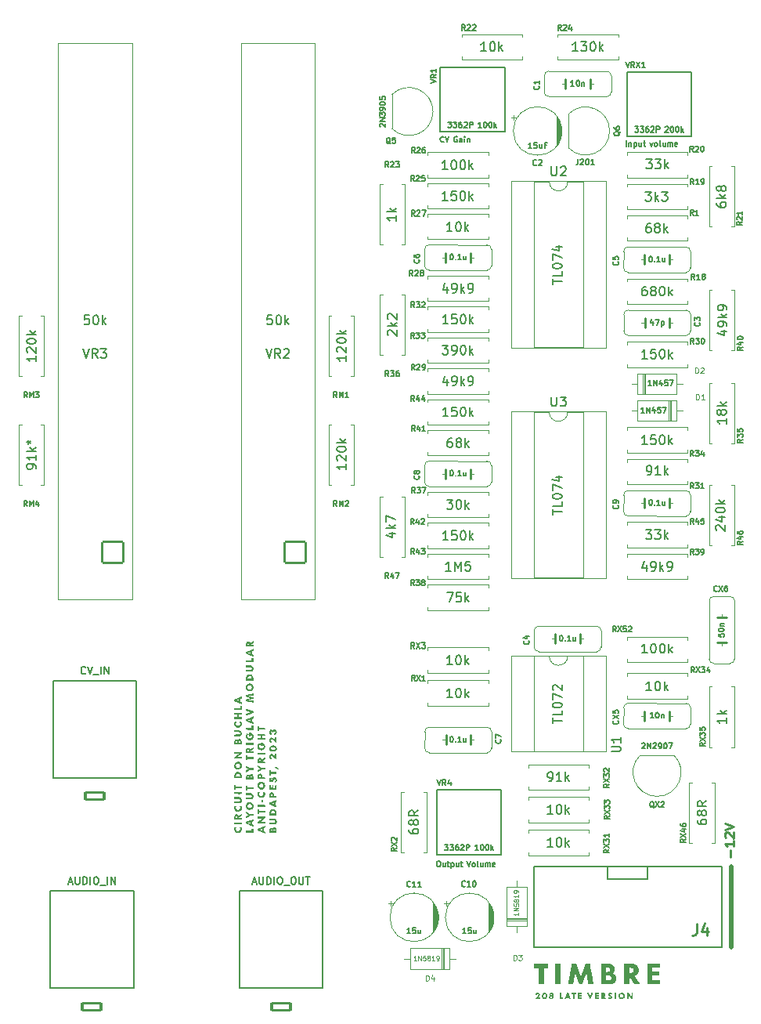
<source format=gbr>
%TF.GenerationSoftware,KiCad,Pcbnew,(7.0.0-0)*%
%TF.CreationDate,2023-02-25T18:04:37+01:00*%
%TF.ProjectId,208_Timbre_Workshop,3230385f-5469-46d6-9272-655f576f726b,1*%
%TF.SameCoordinates,Original*%
%TF.FileFunction,Legend,Top*%
%TF.FilePolarity,Positive*%
%FSLAX46Y46*%
G04 Gerber Fmt 4.6, Leading zero omitted, Abs format (unit mm)*
G04 Created by KiCad (PCBNEW (7.0.0-0)) date 2023-02-25 18:04:37*
%MOMM*%
%LPD*%
G01*
G04 APERTURE LIST*
G04 Aperture macros list*
%AMRoundRect*
0 Rectangle with rounded corners*
0 $1 Rounding radius*
0 $2 $3 $4 $5 $6 $7 $8 $9 X,Y pos of 4 corners*
0 Add a 4 corners polygon primitive as box body*
4,1,4,$2,$3,$4,$5,$6,$7,$8,$9,$2,$3,0*
0 Add four circle primitives for the rounded corners*
1,1,$1+$1,$2,$3*
1,1,$1+$1,$4,$5*
1,1,$1+$1,$6,$7*
1,1,$1+$1,$8,$9*
0 Add four rect primitives between the rounded corners*
20,1,$1+$1,$2,$3,$4,$5,0*
20,1,$1+$1,$4,$5,$6,$7,0*
20,1,$1+$1,$6,$7,$8,$9,0*
20,1,$1+$1,$8,$9,$2,$3,0*%
G04 Aperture macros list end*
%ADD10C,0.150000*%
%ADD11C,0.125000*%
%ADD12C,0.120000*%
%ADD13C,0.254000*%
%ADD14C,0.250000*%
%ADD15C,0.200000*%
%ADD16C,0.177800*%
%ADD17C,0.240000*%
%ADD18C,0.500000*%
%ADD19C,1.600000*%
%ADD20O,1.600000X1.600000*%
%ADD21C,4.000000*%
%ADD22RoundRect,0.165000X-0.985000X-0.385000X0.985000X-0.385000X0.985000X0.385000X-0.985000X0.385000X0*%
%ADD23O,2.400000X1.300000*%
%ADD24C,3.200000*%
%ADD25R,1.600000X1.600000*%
%ADD26C,1.676400*%
%ADD27R,1.300000X1.300000*%
%ADD28C,1.300000*%
%ADD29C,2.000000*%
%ADD30RoundRect,0.125000X1.125000X1.125000X-1.125000X1.125000X-1.125000X-1.125000X1.125000X-1.125000X0*%
%ADD31C,2.500000*%
%ADD32R,1.650000X1.650000*%
%ADD33C,1.650000*%
%ADD34R,1.700000X1.700000*%
%ADD35O,1.700000X1.700000*%
G04 APERTURE END LIST*
D10*
%TO.C,R27*%
X57704171Y100648420D02*
X57132743Y100648420D01*
X57418457Y100648420D02*
X57418457Y101648420D01*
X57418457Y101648420D02*
X57323219Y101505562D01*
X57323219Y101505562D02*
X57227981Y101410324D01*
X57227981Y101410324D02*
X57132743Y101362705D01*
X58608933Y101648420D02*
X58132743Y101648420D01*
X58132743Y101648420D02*
X58085124Y101172229D01*
X58085124Y101172229D02*
X58132743Y101219848D01*
X58132743Y101219848D02*
X58227981Y101267467D01*
X58227981Y101267467D02*
X58466076Y101267467D01*
X58466076Y101267467D02*
X58561314Y101219848D01*
X58561314Y101219848D02*
X58608933Y101172229D01*
X58608933Y101172229D02*
X58656552Y101076991D01*
X58656552Y101076991D02*
X58656552Y100838896D01*
X58656552Y100838896D02*
X58608933Y100743658D01*
X58608933Y100743658D02*
X58561314Y100696039D01*
X58561314Y100696039D02*
X58466076Y100648420D01*
X58466076Y100648420D02*
X58227981Y100648420D01*
X58227981Y100648420D02*
X58132743Y100696039D01*
X58132743Y100696039D02*
X58085124Y100743658D01*
X59275600Y101648420D02*
X59370838Y101648420D01*
X59370838Y101648420D02*
X59466076Y101600800D01*
X59466076Y101600800D02*
X59513695Y101553181D01*
X59513695Y101553181D02*
X59561314Y101457943D01*
X59561314Y101457943D02*
X59608933Y101267467D01*
X59608933Y101267467D02*
X59608933Y101029372D01*
X59608933Y101029372D02*
X59561314Y100838896D01*
X59561314Y100838896D02*
X59513695Y100743658D01*
X59513695Y100743658D02*
X59466076Y100696039D01*
X59466076Y100696039D02*
X59370838Y100648420D01*
X59370838Y100648420D02*
X59275600Y100648420D01*
X59275600Y100648420D02*
X59180362Y100696039D01*
X59180362Y100696039D02*
X59132743Y100743658D01*
X59132743Y100743658D02*
X59085124Y100838896D01*
X59085124Y100838896D02*
X59037505Y101029372D01*
X59037505Y101029372D02*
X59037505Y101267467D01*
X59037505Y101267467D02*
X59085124Y101457943D01*
X59085124Y101457943D02*
X59132743Y101553181D01*
X59132743Y101553181D02*
X59180362Y101600800D01*
X59180362Y101600800D02*
X59275600Y101648420D01*
X60037505Y100648420D02*
X60037505Y101648420D01*
X60132743Y101029372D02*
X60418457Y100648420D01*
X60418457Y101315086D02*
X60037505Y100934134D01*
X54136885Y98969771D02*
X53936885Y99255485D01*
X53794028Y98969771D02*
X53794028Y99569771D01*
X53794028Y99569771D02*
X54022599Y99569771D01*
X54022599Y99569771D02*
X54079742Y99541199D01*
X54079742Y99541199D02*
X54108313Y99512628D01*
X54108313Y99512628D02*
X54136885Y99455485D01*
X54136885Y99455485D02*
X54136885Y99369771D01*
X54136885Y99369771D02*
X54108313Y99312628D01*
X54108313Y99312628D02*
X54079742Y99284057D01*
X54079742Y99284057D02*
X54022599Y99255485D01*
X54022599Y99255485D02*
X53794028Y99255485D01*
X54365456Y99512628D02*
X54394028Y99541199D01*
X54394028Y99541199D02*
X54451171Y99569771D01*
X54451171Y99569771D02*
X54594028Y99569771D01*
X54594028Y99569771D02*
X54651171Y99541199D01*
X54651171Y99541199D02*
X54679742Y99512628D01*
X54679742Y99512628D02*
X54708313Y99455485D01*
X54708313Y99455485D02*
X54708313Y99398342D01*
X54708313Y99398342D02*
X54679742Y99312628D01*
X54679742Y99312628D02*
X54336885Y98969771D01*
X54336885Y98969771D02*
X54708313Y98969771D01*
X54908314Y99569771D02*
X55308314Y99569771D01*
X55308314Y99569771D02*
X55051171Y98969771D01*
%TO.C,R22*%
X61871961Y116777420D02*
X61300533Y116777420D01*
X61586247Y116777420D02*
X61586247Y117777420D01*
X61586247Y117777420D02*
X61491009Y117634562D01*
X61491009Y117634562D02*
X61395771Y117539324D01*
X61395771Y117539324D02*
X61300533Y117491705D01*
X62491009Y117777420D02*
X62586247Y117777420D01*
X62586247Y117777420D02*
X62681485Y117729800D01*
X62681485Y117729800D02*
X62729104Y117682181D01*
X62729104Y117682181D02*
X62776723Y117586943D01*
X62776723Y117586943D02*
X62824342Y117396467D01*
X62824342Y117396467D02*
X62824342Y117158372D01*
X62824342Y117158372D02*
X62776723Y116967896D01*
X62776723Y116967896D02*
X62729104Y116872658D01*
X62729104Y116872658D02*
X62681485Y116825039D01*
X62681485Y116825039D02*
X62586247Y116777420D01*
X62586247Y116777420D02*
X62491009Y116777420D01*
X62491009Y116777420D02*
X62395771Y116825039D01*
X62395771Y116825039D02*
X62348152Y116872658D01*
X62348152Y116872658D02*
X62300533Y116967896D01*
X62300533Y116967896D02*
X62252914Y117158372D01*
X62252914Y117158372D02*
X62252914Y117396467D01*
X62252914Y117396467D02*
X62300533Y117586943D01*
X62300533Y117586943D02*
X62348152Y117682181D01*
X62348152Y117682181D02*
X62395771Y117729800D01*
X62395771Y117729800D02*
X62491009Y117777420D01*
X63252914Y116777420D02*
X63252914Y117777420D01*
X63348152Y117158372D02*
X63633866Y116777420D01*
X63633866Y117444086D02*
X63252914Y117063134D01*
X59583685Y119032572D02*
X59383685Y119318286D01*
X59240828Y119032572D02*
X59240828Y119632572D01*
X59240828Y119632572D02*
X59469399Y119632572D01*
X59469399Y119632572D02*
X59526542Y119604000D01*
X59526542Y119604000D02*
X59555113Y119575429D01*
X59555113Y119575429D02*
X59583685Y119518286D01*
X59583685Y119518286D02*
X59583685Y119432572D01*
X59583685Y119432572D02*
X59555113Y119375429D01*
X59555113Y119375429D02*
X59526542Y119346858D01*
X59526542Y119346858D02*
X59469399Y119318286D01*
X59469399Y119318286D02*
X59240828Y119318286D01*
X59812256Y119575429D02*
X59840828Y119604000D01*
X59840828Y119604000D02*
X59897971Y119632572D01*
X59897971Y119632572D02*
X60040828Y119632572D01*
X60040828Y119632572D02*
X60097971Y119604000D01*
X60097971Y119604000D02*
X60126542Y119575429D01*
X60126542Y119575429D02*
X60155113Y119518286D01*
X60155113Y119518286D02*
X60155113Y119461143D01*
X60155113Y119461143D02*
X60126542Y119375429D01*
X60126542Y119375429D02*
X59783685Y119032572D01*
X59783685Y119032572D02*
X60155113Y119032572D01*
X60383685Y119575429D02*
X60412257Y119604000D01*
X60412257Y119604000D02*
X60469400Y119632572D01*
X60469400Y119632572D02*
X60612257Y119632572D01*
X60612257Y119632572D02*
X60669400Y119604000D01*
X60669400Y119604000D02*
X60697971Y119575429D01*
X60697971Y119575429D02*
X60726542Y119518286D01*
X60726542Y119518286D02*
X60726542Y119461143D01*
X60726542Y119461143D02*
X60697971Y119375429D01*
X60697971Y119375429D02*
X60355114Y119032572D01*
X60355114Y119032572D02*
X60726542Y119032572D01*
%TO.C,J2*%
X16700966Y26957459D02*
X17081919Y26957459D01*
X16624776Y26728888D02*
X16891443Y27528888D01*
X16891443Y27528888D02*
X17158109Y26728888D01*
X17424776Y27528888D02*
X17424776Y26881269D01*
X17424776Y26881269D02*
X17462871Y26805078D01*
X17462871Y26805078D02*
X17500966Y26766983D01*
X17500966Y26766983D02*
X17577157Y26728888D01*
X17577157Y26728888D02*
X17729538Y26728888D01*
X17729538Y26728888D02*
X17805728Y26766983D01*
X17805728Y26766983D02*
X17843823Y26805078D01*
X17843823Y26805078D02*
X17881919Y26881269D01*
X17881919Y26881269D02*
X17881919Y27528888D01*
X18262871Y26728888D02*
X18262871Y27528888D01*
X18262871Y27528888D02*
X18453347Y27528888D01*
X18453347Y27528888D02*
X18567633Y27490792D01*
X18567633Y27490792D02*
X18643823Y27414602D01*
X18643823Y27414602D02*
X18681918Y27338412D01*
X18681918Y27338412D02*
X18720014Y27186031D01*
X18720014Y27186031D02*
X18720014Y27071745D01*
X18720014Y27071745D02*
X18681918Y26919364D01*
X18681918Y26919364D02*
X18643823Y26843173D01*
X18643823Y26843173D02*
X18567633Y26766983D01*
X18567633Y26766983D02*
X18453347Y26728888D01*
X18453347Y26728888D02*
X18262871Y26728888D01*
X19062871Y26728888D02*
X19062871Y27528888D01*
X19596204Y27528888D02*
X19748585Y27528888D01*
X19748585Y27528888D02*
X19824775Y27490792D01*
X19824775Y27490792D02*
X19900966Y27414602D01*
X19900966Y27414602D02*
X19939061Y27262221D01*
X19939061Y27262221D02*
X19939061Y26995554D01*
X19939061Y26995554D02*
X19900966Y26843173D01*
X19900966Y26843173D02*
X19824775Y26766983D01*
X19824775Y26766983D02*
X19748585Y26728888D01*
X19748585Y26728888D02*
X19596204Y26728888D01*
X19596204Y26728888D02*
X19520013Y26766983D01*
X19520013Y26766983D02*
X19443823Y26843173D01*
X19443823Y26843173D02*
X19405727Y26995554D01*
X19405727Y26995554D02*
X19405727Y27262221D01*
X19405727Y27262221D02*
X19443823Y27414602D01*
X19443823Y27414602D02*
X19520013Y27490792D01*
X19520013Y27490792D02*
X19596204Y27528888D01*
X20091442Y26652697D02*
X20700965Y26652697D01*
X20891442Y26728888D02*
X20891442Y27528888D01*
X21272394Y26728888D02*
X21272394Y27528888D01*
X21272394Y27528888D02*
X21729537Y26728888D01*
X21729537Y26728888D02*
X21729537Y27528888D01*
%TO.C,RX2*%
X53520180Y32666086D02*
X53520180Y32475610D01*
X53520180Y32475610D02*
X53567800Y32380372D01*
X53567800Y32380372D02*
X53615419Y32332753D01*
X53615419Y32332753D02*
X53758276Y32237515D01*
X53758276Y32237515D02*
X53948752Y32189896D01*
X53948752Y32189896D02*
X54329704Y32189896D01*
X54329704Y32189896D02*
X54424942Y32237515D01*
X54424942Y32237515D02*
X54472561Y32285134D01*
X54472561Y32285134D02*
X54520180Y32380372D01*
X54520180Y32380372D02*
X54520180Y32570848D01*
X54520180Y32570848D02*
X54472561Y32666086D01*
X54472561Y32666086D02*
X54424942Y32713705D01*
X54424942Y32713705D02*
X54329704Y32761324D01*
X54329704Y32761324D02*
X54091609Y32761324D01*
X54091609Y32761324D02*
X53996371Y32713705D01*
X53996371Y32713705D02*
X53948752Y32666086D01*
X53948752Y32666086D02*
X53901133Y32570848D01*
X53901133Y32570848D02*
X53901133Y32380372D01*
X53901133Y32380372D02*
X53948752Y32285134D01*
X53948752Y32285134D02*
X53996371Y32237515D01*
X53996371Y32237515D02*
X54091609Y32189896D01*
X53948752Y33332753D02*
X53901133Y33237515D01*
X53901133Y33237515D02*
X53853514Y33189896D01*
X53853514Y33189896D02*
X53758276Y33142277D01*
X53758276Y33142277D02*
X53710657Y33142277D01*
X53710657Y33142277D02*
X53615419Y33189896D01*
X53615419Y33189896D02*
X53567800Y33237515D01*
X53567800Y33237515D02*
X53520180Y33332753D01*
X53520180Y33332753D02*
X53520180Y33523229D01*
X53520180Y33523229D02*
X53567800Y33618467D01*
X53567800Y33618467D02*
X53615419Y33666086D01*
X53615419Y33666086D02*
X53710657Y33713705D01*
X53710657Y33713705D02*
X53758276Y33713705D01*
X53758276Y33713705D02*
X53853514Y33666086D01*
X53853514Y33666086D02*
X53901133Y33618467D01*
X53901133Y33618467D02*
X53948752Y33523229D01*
X53948752Y33523229D02*
X53948752Y33332753D01*
X53948752Y33332753D02*
X53996371Y33237515D01*
X53996371Y33237515D02*
X54043990Y33189896D01*
X54043990Y33189896D02*
X54139228Y33142277D01*
X54139228Y33142277D02*
X54329704Y33142277D01*
X54329704Y33142277D02*
X54424942Y33189896D01*
X54424942Y33189896D02*
X54472561Y33237515D01*
X54472561Y33237515D02*
X54520180Y33332753D01*
X54520180Y33332753D02*
X54520180Y33523229D01*
X54520180Y33523229D02*
X54472561Y33618467D01*
X54472561Y33618467D02*
X54424942Y33666086D01*
X54424942Y33666086D02*
X54329704Y33713705D01*
X54329704Y33713705D02*
X54139228Y33713705D01*
X54139228Y33713705D02*
X54043990Y33666086D01*
X54043990Y33666086D02*
X53996371Y33618467D01*
X53996371Y33618467D02*
X53948752Y33523229D01*
X54520180Y34713705D02*
X54043990Y34380372D01*
X54520180Y34142277D02*
X53520180Y34142277D01*
X53520180Y34142277D02*
X53520180Y34523229D01*
X53520180Y34523229D02*
X53567800Y34618467D01*
X53567800Y34618467D02*
X53615419Y34666086D01*
X53615419Y34666086D02*
X53710657Y34713705D01*
X53710657Y34713705D02*
X53853514Y34713705D01*
X53853514Y34713705D02*
X53948752Y34666086D01*
X53948752Y34666086D02*
X53996371Y34618467D01*
X53996371Y34618467D02*
X54043990Y34523229D01*
X54043990Y34523229D02*
X54043990Y34142277D01*
X52193028Y30655686D02*
X51907314Y30455686D01*
X52193028Y30312829D02*
X51593028Y30312829D01*
X51593028Y30312829D02*
X51593028Y30541400D01*
X51593028Y30541400D02*
X51621600Y30598543D01*
X51621600Y30598543D02*
X51650171Y30627114D01*
X51650171Y30627114D02*
X51707314Y30655686D01*
X51707314Y30655686D02*
X51793028Y30655686D01*
X51793028Y30655686D02*
X51850171Y30627114D01*
X51850171Y30627114D02*
X51878742Y30598543D01*
X51878742Y30598543D02*
X51907314Y30541400D01*
X51907314Y30541400D02*
X51907314Y30312829D01*
X51593028Y30855686D02*
X52193028Y31255686D01*
X51593028Y31255686D02*
X52193028Y30855686D01*
X51650171Y31455686D02*
X51621600Y31484258D01*
X51621600Y31484258D02*
X51593028Y31541400D01*
X51593028Y31541400D02*
X51593028Y31684258D01*
X51593028Y31684258D02*
X51621600Y31741400D01*
X51621600Y31741400D02*
X51650171Y31769972D01*
X51650171Y31769972D02*
X51707314Y31798543D01*
X51707314Y31798543D02*
X51764457Y31798543D01*
X51764457Y31798543D02*
X51850171Y31769972D01*
X51850171Y31769972D02*
X52193028Y31427115D01*
X52193028Y31427115D02*
X52193028Y31798543D01*
%TO.C,RX32*%
X68596171Y37859620D02*
X68786647Y37859620D01*
X68786647Y37859620D02*
X68881885Y37907239D01*
X68881885Y37907239D02*
X68929504Y37954858D01*
X68929504Y37954858D02*
X69024742Y38097715D01*
X69024742Y38097715D02*
X69072361Y38288191D01*
X69072361Y38288191D02*
X69072361Y38669143D01*
X69072361Y38669143D02*
X69024742Y38764381D01*
X69024742Y38764381D02*
X68977123Y38812000D01*
X68977123Y38812000D02*
X68881885Y38859620D01*
X68881885Y38859620D02*
X68691409Y38859620D01*
X68691409Y38859620D02*
X68596171Y38812000D01*
X68596171Y38812000D02*
X68548552Y38764381D01*
X68548552Y38764381D02*
X68500933Y38669143D01*
X68500933Y38669143D02*
X68500933Y38431048D01*
X68500933Y38431048D02*
X68548552Y38335810D01*
X68548552Y38335810D02*
X68596171Y38288191D01*
X68596171Y38288191D02*
X68691409Y38240572D01*
X68691409Y38240572D02*
X68881885Y38240572D01*
X68881885Y38240572D02*
X68977123Y38288191D01*
X68977123Y38288191D02*
X69024742Y38335810D01*
X69024742Y38335810D02*
X69072361Y38431048D01*
X70024742Y37859620D02*
X69453314Y37859620D01*
X69739028Y37859620D02*
X69739028Y38859620D01*
X69739028Y38859620D02*
X69643790Y38716762D01*
X69643790Y38716762D02*
X69548552Y38621524D01*
X69548552Y38621524D02*
X69453314Y38573905D01*
X70453314Y37859620D02*
X70453314Y38859620D01*
X70548552Y38240572D02*
X70834266Y37859620D01*
X70834266Y38526286D02*
X70453314Y38145334D01*
X75193028Y37569972D02*
X74907314Y37369972D01*
X75193028Y37227115D02*
X74593028Y37227115D01*
X74593028Y37227115D02*
X74593028Y37455686D01*
X74593028Y37455686D02*
X74621600Y37512829D01*
X74621600Y37512829D02*
X74650171Y37541400D01*
X74650171Y37541400D02*
X74707314Y37569972D01*
X74707314Y37569972D02*
X74793028Y37569972D01*
X74793028Y37569972D02*
X74850171Y37541400D01*
X74850171Y37541400D02*
X74878742Y37512829D01*
X74878742Y37512829D02*
X74907314Y37455686D01*
X74907314Y37455686D02*
X74907314Y37227115D01*
X74593028Y37769972D02*
X75193028Y38169972D01*
X74593028Y38169972D02*
X75193028Y37769972D01*
X74593028Y38341401D02*
X74593028Y38712829D01*
X74593028Y38712829D02*
X74821600Y38512829D01*
X74821600Y38512829D02*
X74821600Y38598544D01*
X74821600Y38598544D02*
X74850171Y38655686D01*
X74850171Y38655686D02*
X74878742Y38684258D01*
X74878742Y38684258D02*
X74935885Y38712829D01*
X74935885Y38712829D02*
X75078742Y38712829D01*
X75078742Y38712829D02*
X75135885Y38684258D01*
X75135885Y38684258D02*
X75164457Y38655686D01*
X75164457Y38655686D02*
X75193028Y38598544D01*
X75193028Y38598544D02*
X75193028Y38427115D01*
X75193028Y38427115D02*
X75164457Y38369972D01*
X75164457Y38369972D02*
X75135885Y38341401D01*
X74650171Y38941401D02*
X74621600Y38969973D01*
X74621600Y38969973D02*
X74593028Y39027115D01*
X74593028Y39027115D02*
X74593028Y39169973D01*
X74593028Y39169973D02*
X74621600Y39227115D01*
X74621600Y39227115D02*
X74650171Y39255687D01*
X74650171Y39255687D02*
X74707314Y39284258D01*
X74707314Y39284258D02*
X74764457Y39284258D01*
X74764457Y39284258D02*
X74850171Y39255687D01*
X74850171Y39255687D02*
X75193028Y38912830D01*
X75193028Y38912830D02*
X75193028Y39284258D01*
%TO.C,R31*%
X79276171Y70969020D02*
X79466647Y70969020D01*
X79466647Y70969020D02*
X79561885Y71016639D01*
X79561885Y71016639D02*
X79609504Y71064258D01*
X79609504Y71064258D02*
X79704742Y71207115D01*
X79704742Y71207115D02*
X79752361Y71397591D01*
X79752361Y71397591D02*
X79752361Y71778543D01*
X79752361Y71778543D02*
X79704742Y71873781D01*
X79704742Y71873781D02*
X79657123Y71921400D01*
X79657123Y71921400D02*
X79561885Y71969020D01*
X79561885Y71969020D02*
X79371409Y71969020D01*
X79371409Y71969020D02*
X79276171Y71921400D01*
X79276171Y71921400D02*
X79228552Y71873781D01*
X79228552Y71873781D02*
X79180933Y71778543D01*
X79180933Y71778543D02*
X79180933Y71540448D01*
X79180933Y71540448D02*
X79228552Y71445210D01*
X79228552Y71445210D02*
X79276171Y71397591D01*
X79276171Y71397591D02*
X79371409Y71349972D01*
X79371409Y71349972D02*
X79561885Y71349972D01*
X79561885Y71349972D02*
X79657123Y71397591D01*
X79657123Y71397591D02*
X79704742Y71445210D01*
X79704742Y71445210D02*
X79752361Y71540448D01*
X80704742Y70969020D02*
X80133314Y70969020D01*
X80419028Y70969020D02*
X80419028Y71969020D01*
X80419028Y71969020D02*
X80323790Y71826162D01*
X80323790Y71826162D02*
X80228552Y71730924D01*
X80228552Y71730924D02*
X80133314Y71683305D01*
X81133314Y70969020D02*
X81133314Y71969020D01*
X81228552Y71349972D02*
X81514266Y70969020D01*
X81514266Y71635686D02*
X81133314Y71254734D01*
X84286885Y69520972D02*
X84086885Y69806686D01*
X83944028Y69520972D02*
X83944028Y70120972D01*
X83944028Y70120972D02*
X84172599Y70120972D01*
X84172599Y70120972D02*
X84229742Y70092400D01*
X84229742Y70092400D02*
X84258313Y70063829D01*
X84258313Y70063829D02*
X84286885Y70006686D01*
X84286885Y70006686D02*
X84286885Y69920972D01*
X84286885Y69920972D02*
X84258313Y69863829D01*
X84258313Y69863829D02*
X84229742Y69835258D01*
X84229742Y69835258D02*
X84172599Y69806686D01*
X84172599Y69806686D02*
X83944028Y69806686D01*
X84486885Y70120972D02*
X84858313Y70120972D01*
X84858313Y70120972D02*
X84658313Y69892400D01*
X84658313Y69892400D02*
X84744028Y69892400D01*
X84744028Y69892400D02*
X84801171Y69863829D01*
X84801171Y69863829D02*
X84829742Y69835258D01*
X84829742Y69835258D02*
X84858313Y69778115D01*
X84858313Y69778115D02*
X84858313Y69635258D01*
X84858313Y69635258D02*
X84829742Y69578115D01*
X84829742Y69578115D02*
X84801171Y69549543D01*
X84801171Y69549543D02*
X84744028Y69520972D01*
X84744028Y69520972D02*
X84572599Y69520972D01*
X84572599Y69520972D02*
X84515456Y69549543D01*
X84515456Y69549543D02*
X84486885Y69578115D01*
X85429742Y69520972D02*
X85086885Y69520972D01*
X85258314Y69520972D02*
X85258314Y70120972D01*
X85258314Y70120972D02*
X85201171Y70035258D01*
X85201171Y70035258D02*
X85144028Y69978115D01*
X85144028Y69978115D02*
X85086885Y69949543D01*
%TO.C,J1*%
X18546676Y49539915D02*
X18508580Y49501820D01*
X18508580Y49501820D02*
X18394295Y49463725D01*
X18394295Y49463725D02*
X18318104Y49463725D01*
X18318104Y49463725D02*
X18203818Y49501820D01*
X18203818Y49501820D02*
X18127628Y49578010D01*
X18127628Y49578010D02*
X18089533Y49654201D01*
X18089533Y49654201D02*
X18051437Y49806582D01*
X18051437Y49806582D02*
X18051437Y49920868D01*
X18051437Y49920868D02*
X18089533Y50073249D01*
X18089533Y50073249D02*
X18127628Y50149439D01*
X18127628Y50149439D02*
X18203818Y50225629D01*
X18203818Y50225629D02*
X18318104Y50263725D01*
X18318104Y50263725D02*
X18394295Y50263725D01*
X18394295Y50263725D02*
X18508580Y50225629D01*
X18508580Y50225629D02*
X18546676Y50187534D01*
X18775247Y50263725D02*
X19041914Y49463725D01*
X19041914Y49463725D02*
X19308580Y50263725D01*
X19384771Y49387534D02*
X19994294Y49387534D01*
X20184771Y49463725D02*
X20184771Y50263725D01*
X20565723Y49463725D02*
X20565723Y50263725D01*
X20565723Y50263725D02*
X21022866Y49463725D01*
X21022866Y49463725D02*
X21022866Y50263725D01*
%TO.C,R25*%
X58180361Y97310344D02*
X57608933Y97310344D01*
X57894647Y97310344D02*
X57894647Y98310344D01*
X57894647Y98310344D02*
X57799409Y98167486D01*
X57799409Y98167486D02*
X57704171Y98072248D01*
X57704171Y98072248D02*
X57608933Y98024629D01*
X58799409Y98310344D02*
X58894647Y98310344D01*
X58894647Y98310344D02*
X58989885Y98262724D01*
X58989885Y98262724D02*
X59037504Y98215105D01*
X59037504Y98215105D02*
X59085123Y98119867D01*
X59085123Y98119867D02*
X59132742Y97929391D01*
X59132742Y97929391D02*
X59132742Y97691296D01*
X59132742Y97691296D02*
X59085123Y97500820D01*
X59085123Y97500820D02*
X59037504Y97405582D01*
X59037504Y97405582D02*
X58989885Y97357963D01*
X58989885Y97357963D02*
X58894647Y97310344D01*
X58894647Y97310344D02*
X58799409Y97310344D01*
X58799409Y97310344D02*
X58704171Y97357963D01*
X58704171Y97357963D02*
X58656552Y97405582D01*
X58656552Y97405582D02*
X58608933Y97500820D01*
X58608933Y97500820D02*
X58561314Y97691296D01*
X58561314Y97691296D02*
X58561314Y97929391D01*
X58561314Y97929391D02*
X58608933Y98119867D01*
X58608933Y98119867D02*
X58656552Y98215105D01*
X58656552Y98215105D02*
X58704171Y98262724D01*
X58704171Y98262724D02*
X58799409Y98310344D01*
X59561314Y97310344D02*
X59561314Y98310344D01*
X59656552Y97691296D02*
X59942266Y97310344D01*
X59942266Y97977010D02*
X59561314Y97596058D01*
X54076885Y102723570D02*
X53876885Y103009284D01*
X53734028Y102723570D02*
X53734028Y103323570D01*
X53734028Y103323570D02*
X53962599Y103323570D01*
X53962599Y103323570D02*
X54019742Y103294998D01*
X54019742Y103294998D02*
X54048313Y103266427D01*
X54048313Y103266427D02*
X54076885Y103209284D01*
X54076885Y103209284D02*
X54076885Y103123570D01*
X54076885Y103123570D02*
X54048313Y103066427D01*
X54048313Y103066427D02*
X54019742Y103037856D01*
X54019742Y103037856D02*
X53962599Y103009284D01*
X53962599Y103009284D02*
X53734028Y103009284D01*
X54305456Y103266427D02*
X54334028Y103294998D01*
X54334028Y103294998D02*
X54391171Y103323570D01*
X54391171Y103323570D02*
X54534028Y103323570D01*
X54534028Y103323570D02*
X54591171Y103294998D01*
X54591171Y103294998D02*
X54619742Y103266427D01*
X54619742Y103266427D02*
X54648313Y103209284D01*
X54648313Y103209284D02*
X54648313Y103152141D01*
X54648313Y103152141D02*
X54619742Y103066427D01*
X54619742Y103066427D02*
X54276885Y102723570D01*
X54276885Y102723570D02*
X54648313Y102723570D01*
X55191171Y103323570D02*
X54905457Y103323570D01*
X54905457Y103323570D02*
X54876885Y103037856D01*
X54876885Y103037856D02*
X54905457Y103066427D01*
X54905457Y103066427D02*
X54962600Y103094998D01*
X54962600Y103094998D02*
X55105457Y103094998D01*
X55105457Y103094998D02*
X55162600Y103066427D01*
X55162600Y103066427D02*
X55191171Y103037856D01*
X55191171Y103037856D02*
X55219742Y102980713D01*
X55219742Y102980713D02*
X55219742Y102837856D01*
X55219742Y102837856D02*
X55191171Y102780713D01*
X55191171Y102780713D02*
X55162600Y102752141D01*
X55162600Y102752141D02*
X55105457Y102723570D01*
X55105457Y102723570D02*
X54962600Y102723570D01*
X54962600Y102723570D02*
X54905457Y102752141D01*
X54905457Y102752141D02*
X54876885Y102780713D01*
D11*
%TO.C,D4*%
X54325972Y18510710D02*
X54040258Y18510710D01*
X54183115Y18510710D02*
X54183115Y19010710D01*
X54183115Y19010710D02*
X54135496Y18939281D01*
X54135496Y18939281D02*
X54087877Y18891662D01*
X54087877Y18891662D02*
X54040258Y18867853D01*
X54540257Y18510710D02*
X54540257Y19010710D01*
X54540257Y19010710D02*
X54825971Y18510710D01*
X54825971Y18510710D02*
X54825971Y19010710D01*
X55302162Y19010710D02*
X55064067Y19010710D01*
X55064067Y19010710D02*
X55040258Y18772615D01*
X55040258Y18772615D02*
X55064067Y18796424D01*
X55064067Y18796424D02*
X55111686Y18820234D01*
X55111686Y18820234D02*
X55230734Y18820234D01*
X55230734Y18820234D02*
X55278353Y18796424D01*
X55278353Y18796424D02*
X55302162Y18772615D01*
X55302162Y18772615D02*
X55325972Y18724996D01*
X55325972Y18724996D02*
X55325972Y18605948D01*
X55325972Y18605948D02*
X55302162Y18558329D01*
X55302162Y18558329D02*
X55278353Y18534520D01*
X55278353Y18534520D02*
X55230734Y18510710D01*
X55230734Y18510710D02*
X55111686Y18510710D01*
X55111686Y18510710D02*
X55064067Y18534520D01*
X55064067Y18534520D02*
X55040258Y18558329D01*
X55611686Y18796424D02*
X55564067Y18820234D01*
X55564067Y18820234D02*
X55540257Y18844043D01*
X55540257Y18844043D02*
X55516448Y18891662D01*
X55516448Y18891662D02*
X55516448Y18915472D01*
X55516448Y18915472D02*
X55540257Y18963091D01*
X55540257Y18963091D02*
X55564067Y18986900D01*
X55564067Y18986900D02*
X55611686Y19010710D01*
X55611686Y19010710D02*
X55706924Y19010710D01*
X55706924Y19010710D02*
X55754543Y18986900D01*
X55754543Y18986900D02*
X55778352Y18963091D01*
X55778352Y18963091D02*
X55802162Y18915472D01*
X55802162Y18915472D02*
X55802162Y18891662D01*
X55802162Y18891662D02*
X55778352Y18844043D01*
X55778352Y18844043D02*
X55754543Y18820234D01*
X55754543Y18820234D02*
X55706924Y18796424D01*
X55706924Y18796424D02*
X55611686Y18796424D01*
X55611686Y18796424D02*
X55564067Y18772615D01*
X55564067Y18772615D02*
X55540257Y18748805D01*
X55540257Y18748805D02*
X55516448Y18701186D01*
X55516448Y18701186D02*
X55516448Y18605948D01*
X55516448Y18605948D02*
X55540257Y18558329D01*
X55540257Y18558329D02*
X55564067Y18534520D01*
X55564067Y18534520D02*
X55611686Y18510710D01*
X55611686Y18510710D02*
X55706924Y18510710D01*
X55706924Y18510710D02*
X55754543Y18534520D01*
X55754543Y18534520D02*
X55778352Y18558329D01*
X55778352Y18558329D02*
X55802162Y18605948D01*
X55802162Y18605948D02*
X55802162Y18701186D01*
X55802162Y18701186D02*
X55778352Y18748805D01*
X55778352Y18748805D02*
X55754543Y18772615D01*
X55754543Y18772615D02*
X55706924Y18796424D01*
X56278352Y18510710D02*
X55992638Y18510710D01*
X56135495Y18510710D02*
X56135495Y19010710D01*
X56135495Y19010710D02*
X56087876Y18939281D01*
X56087876Y18939281D02*
X56040257Y18891662D01*
X56040257Y18891662D02*
X55992638Y18867853D01*
X56516447Y18510710D02*
X56611685Y18510710D01*
X56611685Y18510710D02*
X56659304Y18534520D01*
X56659304Y18534520D02*
X56683113Y18558329D01*
X56683113Y18558329D02*
X56730732Y18629758D01*
X56730732Y18629758D02*
X56754542Y18724996D01*
X56754542Y18724996D02*
X56754542Y18915472D01*
X56754542Y18915472D02*
X56730732Y18963091D01*
X56730732Y18963091D02*
X56706923Y18986900D01*
X56706923Y18986900D02*
X56659304Y19010710D01*
X56659304Y19010710D02*
X56564066Y19010710D01*
X56564066Y19010710D02*
X56516447Y18986900D01*
X56516447Y18986900D02*
X56492637Y18963091D01*
X56492637Y18963091D02*
X56468828Y18915472D01*
X56468828Y18915472D02*
X56468828Y18796424D01*
X56468828Y18796424D02*
X56492637Y18748805D01*
X56492637Y18748805D02*
X56516447Y18724996D01*
X56516447Y18724996D02*
X56564066Y18701186D01*
X56564066Y18701186D02*
X56659304Y18701186D01*
X56659304Y18701186D02*
X56706923Y18724996D01*
X56706923Y18724996D02*
X56730732Y18748805D01*
X56730732Y18748805D02*
X56754542Y18796424D01*
D12*
X55335543Y16314972D02*
X55335543Y16914972D01*
X55335543Y16914972D02*
X55478400Y16914972D01*
X55478400Y16914972D02*
X55564114Y16886400D01*
X55564114Y16886400D02*
X55621257Y16829258D01*
X55621257Y16829258D02*
X55649828Y16772115D01*
X55649828Y16772115D02*
X55678400Y16657829D01*
X55678400Y16657829D02*
X55678400Y16572115D01*
X55678400Y16572115D02*
X55649828Y16457829D01*
X55649828Y16457829D02*
X55621257Y16400686D01*
X55621257Y16400686D02*
X55564114Y16343543D01*
X55564114Y16343543D02*
X55478400Y16314972D01*
X55478400Y16314972D02*
X55335543Y16314972D01*
X56192686Y16714972D02*
X56192686Y16314972D01*
X56049828Y16943543D02*
X55906971Y16514972D01*
X55906971Y16514972D02*
X56278400Y16514972D01*
D10*
%TO.C,RM4*%
X13184780Y71709020D02*
X13184780Y71899496D01*
X13184780Y71899496D02*
X13137161Y71994734D01*
X13137161Y71994734D02*
X13089542Y72042353D01*
X13089542Y72042353D02*
X12946685Y72137591D01*
X12946685Y72137591D02*
X12756209Y72185210D01*
X12756209Y72185210D02*
X12375257Y72185210D01*
X12375257Y72185210D02*
X12280019Y72137591D01*
X12280019Y72137591D02*
X12232400Y72089972D01*
X12232400Y72089972D02*
X12184780Y71994734D01*
X12184780Y71994734D02*
X12184780Y71804258D01*
X12184780Y71804258D02*
X12232400Y71709020D01*
X12232400Y71709020D02*
X12280019Y71661401D01*
X12280019Y71661401D02*
X12375257Y71613782D01*
X12375257Y71613782D02*
X12613352Y71613782D01*
X12613352Y71613782D02*
X12708590Y71661401D01*
X12708590Y71661401D02*
X12756209Y71709020D01*
X12756209Y71709020D02*
X12803828Y71804258D01*
X12803828Y71804258D02*
X12803828Y71994734D01*
X12803828Y71994734D02*
X12756209Y72089972D01*
X12756209Y72089972D02*
X12708590Y72137591D01*
X12708590Y72137591D02*
X12613352Y72185210D01*
X13184780Y73137591D02*
X13184780Y72566163D01*
X13184780Y72851877D02*
X12184780Y72851877D01*
X12184780Y72851877D02*
X12327638Y72756639D01*
X12327638Y72756639D02*
X12422876Y72661401D01*
X12422876Y72661401D02*
X12470495Y72566163D01*
X13184780Y73566163D02*
X12184780Y73566163D01*
X12803828Y73661401D02*
X13184780Y73947115D01*
X12518114Y73947115D02*
X12899066Y73566163D01*
X12184780Y74518544D02*
X12422876Y74518544D01*
X12327638Y74280449D02*
X12422876Y74518544D01*
X12422876Y74518544D02*
X12327638Y74756639D01*
X12613352Y74375687D02*
X12422876Y74518544D01*
X12422876Y74518544D02*
X12613352Y74661401D01*
X12234743Y67606972D02*
X12034743Y67892686D01*
X11891886Y67606972D02*
X11891886Y68206972D01*
X11891886Y68206972D02*
X12120457Y68206972D01*
X12120457Y68206972D02*
X12177600Y68178400D01*
X12177600Y68178400D02*
X12206171Y68149829D01*
X12206171Y68149829D02*
X12234743Y68092686D01*
X12234743Y68092686D02*
X12234743Y68006972D01*
X12234743Y68006972D02*
X12206171Y67949829D01*
X12206171Y67949829D02*
X12177600Y67921258D01*
X12177600Y67921258D02*
X12120457Y67892686D01*
X12120457Y67892686D02*
X11891886Y67892686D01*
X12491886Y67606972D02*
X12491886Y68206972D01*
X12491886Y68206972D02*
X12691886Y67778400D01*
X12691886Y67778400D02*
X12891886Y68206972D01*
X12891886Y68206972D02*
X12891886Y67606972D01*
X13434743Y68006972D02*
X13434743Y67606972D01*
X13291885Y68235543D02*
X13149028Y67806972D01*
X13149028Y67806972D02*
X13520457Y67806972D01*
%TO.C,R47*%
X51398314Y64675924D02*
X52064980Y64675924D01*
X51017361Y64437829D02*
X51731647Y64199734D01*
X51731647Y64199734D02*
X51731647Y64818781D01*
X52064980Y65199734D02*
X51064980Y65199734D01*
X51684028Y65294972D02*
X52064980Y65580686D01*
X51398314Y65580686D02*
X51779266Y65199734D01*
X51064980Y65914020D02*
X51064980Y66580686D01*
X51064980Y66580686D02*
X52064980Y66152115D01*
X51311885Y59811972D02*
X51111885Y60097686D01*
X50969028Y59811972D02*
X50969028Y60411972D01*
X50969028Y60411972D02*
X51197599Y60411972D01*
X51197599Y60411972D02*
X51254742Y60383400D01*
X51254742Y60383400D02*
X51283313Y60354829D01*
X51283313Y60354829D02*
X51311885Y60297686D01*
X51311885Y60297686D02*
X51311885Y60211972D01*
X51311885Y60211972D02*
X51283313Y60154829D01*
X51283313Y60154829D02*
X51254742Y60126258D01*
X51254742Y60126258D02*
X51197599Y60097686D01*
X51197599Y60097686D02*
X50969028Y60097686D01*
X51826171Y60211972D02*
X51826171Y59811972D01*
X51683313Y60440543D02*
X51540456Y60011972D01*
X51540456Y60011972D02*
X51911885Y60011972D01*
X52083314Y60411972D02*
X52483314Y60411972D01*
X52483314Y60411972D02*
X52226171Y59811972D01*
%TO.C,VR1*%
X57735456Y109126972D02*
X58106884Y109126972D01*
X58106884Y109126972D02*
X57906884Y108898400D01*
X57906884Y108898400D02*
X57992599Y108898400D01*
X57992599Y108898400D02*
X58049742Y108869829D01*
X58049742Y108869829D02*
X58078313Y108841258D01*
X58078313Y108841258D02*
X58106884Y108784115D01*
X58106884Y108784115D02*
X58106884Y108641258D01*
X58106884Y108641258D02*
X58078313Y108584115D01*
X58078313Y108584115D02*
X58049742Y108555543D01*
X58049742Y108555543D02*
X57992599Y108526972D01*
X57992599Y108526972D02*
X57821170Y108526972D01*
X57821170Y108526972D02*
X57764027Y108555543D01*
X57764027Y108555543D02*
X57735456Y108584115D01*
X58306885Y109126972D02*
X58678313Y109126972D01*
X58678313Y109126972D02*
X58478313Y108898400D01*
X58478313Y108898400D02*
X58564028Y108898400D01*
X58564028Y108898400D02*
X58621171Y108869829D01*
X58621171Y108869829D02*
X58649742Y108841258D01*
X58649742Y108841258D02*
X58678313Y108784115D01*
X58678313Y108784115D02*
X58678313Y108641258D01*
X58678313Y108641258D02*
X58649742Y108584115D01*
X58649742Y108584115D02*
X58621171Y108555543D01*
X58621171Y108555543D02*
X58564028Y108526972D01*
X58564028Y108526972D02*
X58392599Y108526972D01*
X58392599Y108526972D02*
X58335456Y108555543D01*
X58335456Y108555543D02*
X58306885Y108584115D01*
X59192600Y109126972D02*
X59078314Y109126972D01*
X59078314Y109126972D02*
X59021171Y109098400D01*
X59021171Y109098400D02*
X58992600Y109069829D01*
X58992600Y109069829D02*
X58935457Y108984115D01*
X58935457Y108984115D02*
X58906885Y108869829D01*
X58906885Y108869829D02*
X58906885Y108641258D01*
X58906885Y108641258D02*
X58935457Y108584115D01*
X58935457Y108584115D02*
X58964028Y108555543D01*
X58964028Y108555543D02*
X59021171Y108526972D01*
X59021171Y108526972D02*
X59135457Y108526972D01*
X59135457Y108526972D02*
X59192600Y108555543D01*
X59192600Y108555543D02*
X59221171Y108584115D01*
X59221171Y108584115D02*
X59249742Y108641258D01*
X59249742Y108641258D02*
X59249742Y108784115D01*
X59249742Y108784115D02*
X59221171Y108841258D01*
X59221171Y108841258D02*
X59192600Y108869829D01*
X59192600Y108869829D02*
X59135457Y108898400D01*
X59135457Y108898400D02*
X59021171Y108898400D01*
X59021171Y108898400D02*
X58964028Y108869829D01*
X58964028Y108869829D02*
X58935457Y108841258D01*
X58935457Y108841258D02*
X58906885Y108784115D01*
X59478314Y109069829D02*
X59506886Y109098400D01*
X59506886Y109098400D02*
X59564029Y109126972D01*
X59564029Y109126972D02*
X59706886Y109126972D01*
X59706886Y109126972D02*
X59764029Y109098400D01*
X59764029Y109098400D02*
X59792600Y109069829D01*
X59792600Y109069829D02*
X59821171Y109012686D01*
X59821171Y109012686D02*
X59821171Y108955543D01*
X59821171Y108955543D02*
X59792600Y108869829D01*
X59792600Y108869829D02*
X59449743Y108526972D01*
X59449743Y108526972D02*
X59821171Y108526972D01*
X60078315Y108526972D02*
X60078315Y109126972D01*
X60078315Y109126972D02*
X60306886Y109126972D01*
X60306886Y109126972D02*
X60364029Y109098400D01*
X60364029Y109098400D02*
X60392600Y109069829D01*
X60392600Y109069829D02*
X60421172Y109012686D01*
X60421172Y109012686D02*
X60421172Y108926972D01*
X60421172Y108926972D02*
X60392600Y108869829D01*
X60392600Y108869829D02*
X60364029Y108841258D01*
X60364029Y108841258D02*
X60306886Y108812686D01*
X60306886Y108812686D02*
X60078315Y108812686D01*
X61352600Y108526972D02*
X61009743Y108526972D01*
X61181172Y108526972D02*
X61181172Y109126972D01*
X61181172Y109126972D02*
X61124029Y109041258D01*
X61124029Y109041258D02*
X61066886Y108984115D01*
X61066886Y108984115D02*
X61009743Y108955543D01*
X61724029Y109126972D02*
X61781172Y109126972D01*
X61781172Y109126972D02*
X61838315Y109098400D01*
X61838315Y109098400D02*
X61866887Y109069829D01*
X61866887Y109069829D02*
X61895458Y109012686D01*
X61895458Y109012686D02*
X61924029Y108898400D01*
X61924029Y108898400D02*
X61924029Y108755543D01*
X61924029Y108755543D02*
X61895458Y108641258D01*
X61895458Y108641258D02*
X61866887Y108584115D01*
X61866887Y108584115D02*
X61838315Y108555543D01*
X61838315Y108555543D02*
X61781172Y108526972D01*
X61781172Y108526972D02*
X61724029Y108526972D01*
X61724029Y108526972D02*
X61666887Y108555543D01*
X61666887Y108555543D02*
X61638315Y108584115D01*
X61638315Y108584115D02*
X61609744Y108641258D01*
X61609744Y108641258D02*
X61581172Y108755543D01*
X61581172Y108755543D02*
X61581172Y108898400D01*
X61581172Y108898400D02*
X61609744Y109012686D01*
X61609744Y109012686D02*
X61638315Y109069829D01*
X61638315Y109069829D02*
X61666887Y109098400D01*
X61666887Y109098400D02*
X61724029Y109126972D01*
X62295458Y109126972D02*
X62352601Y109126972D01*
X62352601Y109126972D02*
X62409744Y109098400D01*
X62409744Y109098400D02*
X62438316Y109069829D01*
X62438316Y109069829D02*
X62466887Y109012686D01*
X62466887Y109012686D02*
X62495458Y108898400D01*
X62495458Y108898400D02*
X62495458Y108755543D01*
X62495458Y108755543D02*
X62466887Y108641258D01*
X62466887Y108641258D02*
X62438316Y108584115D01*
X62438316Y108584115D02*
X62409744Y108555543D01*
X62409744Y108555543D02*
X62352601Y108526972D01*
X62352601Y108526972D02*
X62295458Y108526972D01*
X62295458Y108526972D02*
X62238316Y108555543D01*
X62238316Y108555543D02*
X62209744Y108584115D01*
X62209744Y108584115D02*
X62181173Y108641258D01*
X62181173Y108641258D02*
X62152601Y108755543D01*
X62152601Y108755543D02*
X62152601Y108898400D01*
X62152601Y108898400D02*
X62181173Y109012686D01*
X62181173Y109012686D02*
X62209744Y109069829D01*
X62209744Y109069829D02*
X62238316Y109098400D01*
X62238316Y109098400D02*
X62295458Y109126972D01*
X62752602Y108526972D02*
X62752602Y109126972D01*
X62809745Y108755543D02*
X62981173Y108526972D01*
X62981173Y108926972D02*
X62752602Y108698400D01*
X55883028Y113308543D02*
X56483028Y113508543D01*
X56483028Y113508543D02*
X55883028Y113708543D01*
X56483028Y114251401D02*
X56197314Y114051401D01*
X56483028Y113908544D02*
X55883028Y113908544D01*
X55883028Y113908544D02*
X55883028Y114137115D01*
X55883028Y114137115D02*
X55911600Y114194258D01*
X55911600Y114194258D02*
X55940171Y114222829D01*
X55940171Y114222829D02*
X55997314Y114251401D01*
X55997314Y114251401D02*
X56083028Y114251401D01*
X56083028Y114251401D02*
X56140171Y114222829D01*
X56140171Y114222829D02*
X56168742Y114194258D01*
X56168742Y114194258D02*
X56197314Y114137115D01*
X56197314Y114137115D02*
X56197314Y113908544D01*
X56483028Y114822829D02*
X56483028Y114479972D01*
X56483028Y114651401D02*
X55883028Y114651401D01*
X55883028Y114651401D02*
X55968742Y114594258D01*
X55968742Y114594258D02*
X56025885Y114537115D01*
X56025885Y114537115D02*
X56054457Y114479972D01*
X57258314Y106998115D02*
X57229742Y106969543D01*
X57229742Y106969543D02*
X57144028Y106940972D01*
X57144028Y106940972D02*
X57086885Y106940972D01*
X57086885Y106940972D02*
X57001171Y106969543D01*
X57001171Y106969543D02*
X56944028Y107026686D01*
X56944028Y107026686D02*
X56915457Y107083829D01*
X56915457Y107083829D02*
X56886885Y107198115D01*
X56886885Y107198115D02*
X56886885Y107283829D01*
X56886885Y107283829D02*
X56915457Y107398115D01*
X56915457Y107398115D02*
X56944028Y107455258D01*
X56944028Y107455258D02*
X57001171Y107512400D01*
X57001171Y107512400D02*
X57086885Y107540972D01*
X57086885Y107540972D02*
X57144028Y107540972D01*
X57144028Y107540972D02*
X57229742Y107512400D01*
X57229742Y107512400D02*
X57258314Y107483829D01*
X57429742Y107540972D02*
X57629742Y106940972D01*
X57629742Y106940972D02*
X57829742Y107540972D01*
X58704028Y107512400D02*
X58646886Y107540972D01*
X58646886Y107540972D02*
X58561171Y107540972D01*
X58561171Y107540972D02*
X58475457Y107512400D01*
X58475457Y107512400D02*
X58418314Y107455258D01*
X58418314Y107455258D02*
X58389743Y107398115D01*
X58389743Y107398115D02*
X58361171Y107283829D01*
X58361171Y107283829D02*
X58361171Y107198115D01*
X58361171Y107198115D02*
X58389743Y107083829D01*
X58389743Y107083829D02*
X58418314Y107026686D01*
X58418314Y107026686D02*
X58475457Y106969543D01*
X58475457Y106969543D02*
X58561171Y106940972D01*
X58561171Y106940972D02*
X58618314Y106940972D01*
X58618314Y106940972D02*
X58704028Y106969543D01*
X58704028Y106969543D02*
X58732600Y106998115D01*
X58732600Y106998115D02*
X58732600Y107198115D01*
X58732600Y107198115D02*
X58618314Y107198115D01*
X59246886Y106940972D02*
X59246886Y107255258D01*
X59246886Y107255258D02*
X59218314Y107312400D01*
X59218314Y107312400D02*
X59161171Y107340972D01*
X59161171Y107340972D02*
X59046886Y107340972D01*
X59046886Y107340972D02*
X58989743Y107312400D01*
X59246886Y106969543D02*
X59189743Y106940972D01*
X59189743Y106940972D02*
X59046886Y106940972D01*
X59046886Y106940972D02*
X58989743Y106969543D01*
X58989743Y106969543D02*
X58961171Y107026686D01*
X58961171Y107026686D02*
X58961171Y107083829D01*
X58961171Y107083829D02*
X58989743Y107140972D01*
X58989743Y107140972D02*
X59046886Y107169543D01*
X59046886Y107169543D02*
X59189743Y107169543D01*
X59189743Y107169543D02*
X59246886Y107198115D01*
X59532600Y106940972D02*
X59532600Y107340972D01*
X59532600Y107540972D02*
X59504028Y107512400D01*
X59504028Y107512400D02*
X59532600Y107483829D01*
X59532600Y107483829D02*
X59561171Y107512400D01*
X59561171Y107512400D02*
X59532600Y107540972D01*
X59532600Y107540972D02*
X59532600Y107483829D01*
X59818314Y107340972D02*
X59818314Y106940972D01*
X59818314Y107283829D02*
X59846885Y107312400D01*
X59846885Y107312400D02*
X59904028Y107340972D01*
X59904028Y107340972D02*
X59989742Y107340972D01*
X59989742Y107340972D02*
X60046885Y107312400D01*
X60046885Y107312400D02*
X60075457Y107255258D01*
X60075457Y107255258D02*
X60075457Y106940972D01*
%TO.C,RX52*%
X79286771Y51728020D02*
X78715343Y51728020D01*
X79001057Y51728020D02*
X79001057Y52728020D01*
X79001057Y52728020D02*
X78905819Y52585162D01*
X78905819Y52585162D02*
X78810581Y52489924D01*
X78810581Y52489924D02*
X78715343Y52442305D01*
X79905819Y52728020D02*
X80001057Y52728020D01*
X80001057Y52728020D02*
X80096295Y52680400D01*
X80096295Y52680400D02*
X80143914Y52632781D01*
X80143914Y52632781D02*
X80191533Y52537543D01*
X80191533Y52537543D02*
X80239152Y52347067D01*
X80239152Y52347067D02*
X80239152Y52108972D01*
X80239152Y52108972D02*
X80191533Y51918496D01*
X80191533Y51918496D02*
X80143914Y51823258D01*
X80143914Y51823258D02*
X80096295Y51775639D01*
X80096295Y51775639D02*
X80001057Y51728020D01*
X80001057Y51728020D02*
X79905819Y51728020D01*
X79905819Y51728020D02*
X79810581Y51775639D01*
X79810581Y51775639D02*
X79762962Y51823258D01*
X79762962Y51823258D02*
X79715343Y51918496D01*
X79715343Y51918496D02*
X79667724Y52108972D01*
X79667724Y52108972D02*
X79667724Y52347067D01*
X79667724Y52347067D02*
X79715343Y52537543D01*
X79715343Y52537543D02*
X79762962Y52632781D01*
X79762962Y52632781D02*
X79810581Y52680400D01*
X79810581Y52680400D02*
X79905819Y52728020D01*
X80858200Y52728020D02*
X80953438Y52728020D01*
X80953438Y52728020D02*
X81048676Y52680400D01*
X81048676Y52680400D02*
X81096295Y52632781D01*
X81096295Y52632781D02*
X81143914Y52537543D01*
X81143914Y52537543D02*
X81191533Y52347067D01*
X81191533Y52347067D02*
X81191533Y52108972D01*
X81191533Y52108972D02*
X81143914Y51918496D01*
X81143914Y51918496D02*
X81096295Y51823258D01*
X81096295Y51823258D02*
X81048676Y51775639D01*
X81048676Y51775639D02*
X80953438Y51728020D01*
X80953438Y51728020D02*
X80858200Y51728020D01*
X80858200Y51728020D02*
X80762962Y51775639D01*
X80762962Y51775639D02*
X80715343Y51823258D01*
X80715343Y51823258D02*
X80667724Y51918496D01*
X80667724Y51918496D02*
X80620105Y52108972D01*
X80620105Y52108972D02*
X80620105Y52347067D01*
X80620105Y52347067D02*
X80667724Y52537543D01*
X80667724Y52537543D02*
X80715343Y52632781D01*
X80715343Y52632781D02*
X80762962Y52680400D01*
X80762962Y52680400D02*
X80858200Y52728020D01*
X81620105Y51728020D02*
X81620105Y52728020D01*
X81715343Y52108972D02*
X82001057Y51728020D01*
X82001057Y52394686D02*
X81620105Y52013734D01*
X75884171Y54033972D02*
X75684171Y54319686D01*
X75541314Y54033972D02*
X75541314Y54633972D01*
X75541314Y54633972D02*
X75769885Y54633972D01*
X75769885Y54633972D02*
X75827028Y54605400D01*
X75827028Y54605400D02*
X75855599Y54576829D01*
X75855599Y54576829D02*
X75884171Y54519686D01*
X75884171Y54519686D02*
X75884171Y54433972D01*
X75884171Y54433972D02*
X75855599Y54376829D01*
X75855599Y54376829D02*
X75827028Y54348258D01*
X75827028Y54348258D02*
X75769885Y54319686D01*
X75769885Y54319686D02*
X75541314Y54319686D01*
X76084171Y54633972D02*
X76484171Y54033972D01*
X76484171Y54633972D02*
X76084171Y54033972D01*
X76998457Y54633972D02*
X76712743Y54633972D01*
X76712743Y54633972D02*
X76684171Y54348258D01*
X76684171Y54348258D02*
X76712743Y54376829D01*
X76712743Y54376829D02*
X76769886Y54405400D01*
X76769886Y54405400D02*
X76912743Y54405400D01*
X76912743Y54405400D02*
X76969886Y54376829D01*
X76969886Y54376829D02*
X76998457Y54348258D01*
X76998457Y54348258D02*
X77027028Y54291115D01*
X77027028Y54291115D02*
X77027028Y54148258D01*
X77027028Y54148258D02*
X76998457Y54091115D01*
X76998457Y54091115D02*
X76969886Y54062543D01*
X76969886Y54062543D02*
X76912743Y54033972D01*
X76912743Y54033972D02*
X76769886Y54033972D01*
X76769886Y54033972D02*
X76712743Y54062543D01*
X76712743Y54062543D02*
X76684171Y54091115D01*
X77255600Y54576829D02*
X77284172Y54605400D01*
X77284172Y54605400D02*
X77341315Y54633972D01*
X77341315Y54633972D02*
X77484172Y54633972D01*
X77484172Y54633972D02*
X77541315Y54605400D01*
X77541315Y54605400D02*
X77569886Y54576829D01*
X77569886Y54576829D02*
X77598457Y54519686D01*
X77598457Y54519686D02*
X77598457Y54462543D01*
X77598457Y54462543D02*
X77569886Y54376829D01*
X77569886Y54376829D02*
X77227029Y54033972D01*
X77227029Y54033972D02*
X77598457Y54033972D01*
%TO.C,RX3*%
X58205761Y50483420D02*
X57634333Y50483420D01*
X57920047Y50483420D02*
X57920047Y51483420D01*
X57920047Y51483420D02*
X57824809Y51340562D01*
X57824809Y51340562D02*
X57729571Y51245324D01*
X57729571Y51245324D02*
X57634333Y51197705D01*
X58824809Y51483420D02*
X58920047Y51483420D01*
X58920047Y51483420D02*
X59015285Y51435800D01*
X59015285Y51435800D02*
X59062904Y51388181D01*
X59062904Y51388181D02*
X59110523Y51292943D01*
X59110523Y51292943D02*
X59158142Y51102467D01*
X59158142Y51102467D02*
X59158142Y50864372D01*
X59158142Y50864372D02*
X59110523Y50673896D01*
X59110523Y50673896D02*
X59062904Y50578658D01*
X59062904Y50578658D02*
X59015285Y50531039D01*
X59015285Y50531039D02*
X58920047Y50483420D01*
X58920047Y50483420D02*
X58824809Y50483420D01*
X58824809Y50483420D02*
X58729571Y50531039D01*
X58729571Y50531039D02*
X58681952Y50578658D01*
X58681952Y50578658D02*
X58634333Y50673896D01*
X58634333Y50673896D02*
X58586714Y50864372D01*
X58586714Y50864372D02*
X58586714Y51102467D01*
X58586714Y51102467D02*
X58634333Y51292943D01*
X58634333Y51292943D02*
X58681952Y51388181D01*
X58681952Y51388181D02*
X58729571Y51435800D01*
X58729571Y51435800D02*
X58824809Y51483420D01*
X59586714Y50483420D02*
X59586714Y51483420D01*
X59681952Y50864372D02*
X59967666Y50483420D01*
X59967666Y51150086D02*
X59586714Y50769134D01*
X54106885Y52233472D02*
X53906885Y52519186D01*
X53764028Y52233472D02*
X53764028Y52833472D01*
X53764028Y52833472D02*
X53992599Y52833472D01*
X53992599Y52833472D02*
X54049742Y52804900D01*
X54049742Y52804900D02*
X54078313Y52776329D01*
X54078313Y52776329D02*
X54106885Y52719186D01*
X54106885Y52719186D02*
X54106885Y52633472D01*
X54106885Y52633472D02*
X54078313Y52576329D01*
X54078313Y52576329D02*
X54049742Y52547758D01*
X54049742Y52547758D02*
X53992599Y52519186D01*
X53992599Y52519186D02*
X53764028Y52519186D01*
X54306885Y52833472D02*
X54706885Y52233472D01*
X54706885Y52833472D02*
X54306885Y52233472D01*
X54878314Y52833472D02*
X55249742Y52833472D01*
X55249742Y52833472D02*
X55049742Y52604900D01*
X55049742Y52604900D02*
X55135457Y52604900D01*
X55135457Y52604900D02*
X55192600Y52576329D01*
X55192600Y52576329D02*
X55221171Y52547758D01*
X55221171Y52547758D02*
X55249742Y52490615D01*
X55249742Y52490615D02*
X55249742Y52347758D01*
X55249742Y52347758D02*
X55221171Y52290615D01*
X55221171Y52290615D02*
X55192600Y52262043D01*
X55192600Y52262043D02*
X55135457Y52233472D01*
X55135457Y52233472D02*
X54964028Y52233472D01*
X54964028Y52233472D02*
X54906885Y52262043D01*
X54906885Y52262043D02*
X54878314Y52290615D01*
%TO.C,R20*%
X79176714Y105077420D02*
X79795761Y105077420D01*
X79795761Y105077420D02*
X79462428Y104696467D01*
X79462428Y104696467D02*
X79605285Y104696467D01*
X79605285Y104696467D02*
X79700523Y104648848D01*
X79700523Y104648848D02*
X79748142Y104601229D01*
X79748142Y104601229D02*
X79795761Y104505991D01*
X79795761Y104505991D02*
X79795761Y104267896D01*
X79795761Y104267896D02*
X79748142Y104172658D01*
X79748142Y104172658D02*
X79700523Y104125039D01*
X79700523Y104125039D02*
X79605285Y104077420D01*
X79605285Y104077420D02*
X79319571Y104077420D01*
X79319571Y104077420D02*
X79224333Y104125039D01*
X79224333Y104125039D02*
X79176714Y104172658D01*
X80129095Y105077420D02*
X80748142Y105077420D01*
X80748142Y105077420D02*
X80414809Y104696467D01*
X80414809Y104696467D02*
X80557666Y104696467D01*
X80557666Y104696467D02*
X80652904Y104648848D01*
X80652904Y104648848D02*
X80700523Y104601229D01*
X80700523Y104601229D02*
X80748142Y104505991D01*
X80748142Y104505991D02*
X80748142Y104267896D01*
X80748142Y104267896D02*
X80700523Y104172658D01*
X80700523Y104172658D02*
X80652904Y104125039D01*
X80652904Y104125039D02*
X80557666Y104077420D01*
X80557666Y104077420D02*
X80271952Y104077420D01*
X80271952Y104077420D02*
X80176714Y104125039D01*
X80176714Y104125039D02*
X80129095Y104172658D01*
X81176714Y104077420D02*
X81176714Y105077420D01*
X81271952Y104458372D02*
X81557666Y104077420D01*
X81557666Y104744086D02*
X81176714Y104363134D01*
X84261885Y105905972D02*
X84061885Y106191686D01*
X83919028Y105905972D02*
X83919028Y106505972D01*
X83919028Y106505972D02*
X84147599Y106505972D01*
X84147599Y106505972D02*
X84204742Y106477400D01*
X84204742Y106477400D02*
X84233313Y106448829D01*
X84233313Y106448829D02*
X84261885Y106391686D01*
X84261885Y106391686D02*
X84261885Y106305972D01*
X84261885Y106305972D02*
X84233313Y106248829D01*
X84233313Y106248829D02*
X84204742Y106220258D01*
X84204742Y106220258D02*
X84147599Y106191686D01*
X84147599Y106191686D02*
X83919028Y106191686D01*
X84490456Y106448829D02*
X84519028Y106477400D01*
X84519028Y106477400D02*
X84576171Y106505972D01*
X84576171Y106505972D02*
X84719028Y106505972D01*
X84719028Y106505972D02*
X84776171Y106477400D01*
X84776171Y106477400D02*
X84804742Y106448829D01*
X84804742Y106448829D02*
X84833313Y106391686D01*
X84833313Y106391686D02*
X84833313Y106334543D01*
X84833313Y106334543D02*
X84804742Y106248829D01*
X84804742Y106248829D02*
X84461885Y105905972D01*
X84461885Y105905972D02*
X84833313Y105905972D01*
X85204742Y106505972D02*
X85261885Y106505972D01*
X85261885Y106505972D02*
X85319028Y106477400D01*
X85319028Y106477400D02*
X85347600Y106448829D01*
X85347600Y106448829D02*
X85376171Y106391686D01*
X85376171Y106391686D02*
X85404742Y106277400D01*
X85404742Y106277400D02*
X85404742Y106134543D01*
X85404742Y106134543D02*
X85376171Y106020258D01*
X85376171Y106020258D02*
X85347600Y105963115D01*
X85347600Y105963115D02*
X85319028Y105934543D01*
X85319028Y105934543D02*
X85261885Y105905972D01*
X85261885Y105905972D02*
X85204742Y105905972D01*
X85204742Y105905972D02*
X85147600Y105934543D01*
X85147600Y105934543D02*
X85119028Y105963115D01*
X85119028Y105963115D02*
X85090457Y106020258D01*
X85090457Y106020258D02*
X85061885Y106134543D01*
X85061885Y106134543D02*
X85061885Y106277400D01*
X85061885Y106277400D02*
X85090457Y106391686D01*
X85090457Y106391686D02*
X85119028Y106448829D01*
X85119028Y106448829D02*
X85147600Y106477400D01*
X85147600Y106477400D02*
X85204742Y106505972D01*
%TO.C,R32*%
X57751171Y87319840D02*
X57179743Y87319840D01*
X57465457Y87319840D02*
X57465457Y88319840D01*
X57465457Y88319840D02*
X57370219Y88176982D01*
X57370219Y88176982D02*
X57274981Y88081744D01*
X57274981Y88081744D02*
X57179743Y88034125D01*
X58655933Y88319840D02*
X58179743Y88319840D01*
X58179743Y88319840D02*
X58132124Y87843649D01*
X58132124Y87843649D02*
X58179743Y87891268D01*
X58179743Y87891268D02*
X58274981Y87938887D01*
X58274981Y87938887D02*
X58513076Y87938887D01*
X58513076Y87938887D02*
X58608314Y87891268D01*
X58608314Y87891268D02*
X58655933Y87843649D01*
X58655933Y87843649D02*
X58703552Y87748411D01*
X58703552Y87748411D02*
X58703552Y87510316D01*
X58703552Y87510316D02*
X58655933Y87415078D01*
X58655933Y87415078D02*
X58608314Y87367459D01*
X58608314Y87367459D02*
X58513076Y87319840D01*
X58513076Y87319840D02*
X58274981Y87319840D01*
X58274981Y87319840D02*
X58179743Y87367459D01*
X58179743Y87367459D02*
X58132124Y87415078D01*
X59322600Y88319840D02*
X59417838Y88319840D01*
X59417838Y88319840D02*
X59513076Y88272220D01*
X59513076Y88272220D02*
X59560695Y88224601D01*
X59560695Y88224601D02*
X59608314Y88129363D01*
X59608314Y88129363D02*
X59655933Y87938887D01*
X59655933Y87938887D02*
X59655933Y87700792D01*
X59655933Y87700792D02*
X59608314Y87510316D01*
X59608314Y87510316D02*
X59560695Y87415078D01*
X59560695Y87415078D02*
X59513076Y87367459D01*
X59513076Y87367459D02*
X59417838Y87319840D01*
X59417838Y87319840D02*
X59322600Y87319840D01*
X59322600Y87319840D02*
X59227362Y87367459D01*
X59227362Y87367459D02*
X59179743Y87415078D01*
X59179743Y87415078D02*
X59132124Y87510316D01*
X59132124Y87510316D02*
X59084505Y87700792D01*
X59084505Y87700792D02*
X59084505Y87938887D01*
X59084505Y87938887D02*
X59132124Y88129363D01*
X59132124Y88129363D02*
X59179743Y88224601D01*
X59179743Y88224601D02*
X59227362Y88272220D01*
X59227362Y88272220D02*
X59322600Y88319840D01*
X60084505Y87319840D02*
X60084505Y88319840D01*
X60179743Y87700792D02*
X60465457Y87319840D01*
X60465457Y87986506D02*
X60084505Y87605554D01*
X54106885Y89084967D02*
X53906885Y89370681D01*
X53764028Y89084967D02*
X53764028Y89684967D01*
X53764028Y89684967D02*
X53992599Y89684967D01*
X53992599Y89684967D02*
X54049742Y89656395D01*
X54049742Y89656395D02*
X54078313Y89627824D01*
X54078313Y89627824D02*
X54106885Y89570681D01*
X54106885Y89570681D02*
X54106885Y89484967D01*
X54106885Y89484967D02*
X54078313Y89427824D01*
X54078313Y89427824D02*
X54049742Y89399253D01*
X54049742Y89399253D02*
X53992599Y89370681D01*
X53992599Y89370681D02*
X53764028Y89370681D01*
X54306885Y89684967D02*
X54678313Y89684967D01*
X54678313Y89684967D02*
X54478313Y89456395D01*
X54478313Y89456395D02*
X54564028Y89456395D01*
X54564028Y89456395D02*
X54621171Y89427824D01*
X54621171Y89427824D02*
X54649742Y89399253D01*
X54649742Y89399253D02*
X54678313Y89342110D01*
X54678313Y89342110D02*
X54678313Y89199253D01*
X54678313Y89199253D02*
X54649742Y89142110D01*
X54649742Y89142110D02*
X54621171Y89113538D01*
X54621171Y89113538D02*
X54564028Y89084967D01*
X54564028Y89084967D02*
X54392599Y89084967D01*
X54392599Y89084967D02*
X54335456Y89113538D01*
X54335456Y89113538D02*
X54306885Y89142110D01*
X54906885Y89627824D02*
X54935457Y89656395D01*
X54935457Y89656395D02*
X54992600Y89684967D01*
X54992600Y89684967D02*
X55135457Y89684967D01*
X55135457Y89684967D02*
X55192600Y89656395D01*
X55192600Y89656395D02*
X55221171Y89627824D01*
X55221171Y89627824D02*
X55249742Y89570681D01*
X55249742Y89570681D02*
X55249742Y89513538D01*
X55249742Y89513538D02*
X55221171Y89427824D01*
X55221171Y89427824D02*
X54878314Y89084967D01*
X54878314Y89084967D02*
X55249742Y89084967D01*
%TO.C,RX33*%
X69072361Y34339620D02*
X68500933Y34339620D01*
X68786647Y34339620D02*
X68786647Y35339620D01*
X68786647Y35339620D02*
X68691409Y35196762D01*
X68691409Y35196762D02*
X68596171Y35101524D01*
X68596171Y35101524D02*
X68500933Y35053905D01*
X69691409Y35339620D02*
X69786647Y35339620D01*
X69786647Y35339620D02*
X69881885Y35292000D01*
X69881885Y35292000D02*
X69929504Y35244381D01*
X69929504Y35244381D02*
X69977123Y35149143D01*
X69977123Y35149143D02*
X70024742Y34958667D01*
X70024742Y34958667D02*
X70024742Y34720572D01*
X70024742Y34720572D02*
X69977123Y34530096D01*
X69977123Y34530096D02*
X69929504Y34434858D01*
X69929504Y34434858D02*
X69881885Y34387239D01*
X69881885Y34387239D02*
X69786647Y34339620D01*
X69786647Y34339620D02*
X69691409Y34339620D01*
X69691409Y34339620D02*
X69596171Y34387239D01*
X69596171Y34387239D02*
X69548552Y34434858D01*
X69548552Y34434858D02*
X69500933Y34530096D01*
X69500933Y34530096D02*
X69453314Y34720572D01*
X69453314Y34720572D02*
X69453314Y34958667D01*
X69453314Y34958667D02*
X69500933Y35149143D01*
X69500933Y35149143D02*
X69548552Y35244381D01*
X69548552Y35244381D02*
X69596171Y35292000D01*
X69596171Y35292000D02*
X69691409Y35339620D01*
X70453314Y34339620D02*
X70453314Y35339620D01*
X70548552Y34720572D02*
X70834266Y34339620D01*
X70834266Y35006286D02*
X70453314Y34625334D01*
X75222028Y34124972D02*
X74936314Y33924972D01*
X75222028Y33782115D02*
X74622028Y33782115D01*
X74622028Y33782115D02*
X74622028Y34010686D01*
X74622028Y34010686D02*
X74650600Y34067829D01*
X74650600Y34067829D02*
X74679171Y34096400D01*
X74679171Y34096400D02*
X74736314Y34124972D01*
X74736314Y34124972D02*
X74822028Y34124972D01*
X74822028Y34124972D02*
X74879171Y34096400D01*
X74879171Y34096400D02*
X74907742Y34067829D01*
X74907742Y34067829D02*
X74936314Y34010686D01*
X74936314Y34010686D02*
X74936314Y33782115D01*
X74622028Y34324972D02*
X75222028Y34724972D01*
X74622028Y34724972D02*
X75222028Y34324972D01*
X74622028Y34896401D02*
X74622028Y35267829D01*
X74622028Y35267829D02*
X74850600Y35067829D01*
X74850600Y35067829D02*
X74850600Y35153544D01*
X74850600Y35153544D02*
X74879171Y35210686D01*
X74879171Y35210686D02*
X74907742Y35239258D01*
X74907742Y35239258D02*
X74964885Y35267829D01*
X74964885Y35267829D02*
X75107742Y35267829D01*
X75107742Y35267829D02*
X75164885Y35239258D01*
X75164885Y35239258D02*
X75193457Y35210686D01*
X75193457Y35210686D02*
X75222028Y35153544D01*
X75222028Y35153544D02*
X75222028Y34982115D01*
X75222028Y34982115D02*
X75193457Y34924972D01*
X75193457Y34924972D02*
X75164885Y34896401D01*
X74622028Y35467830D02*
X74622028Y35839258D01*
X74622028Y35839258D02*
X74850600Y35639258D01*
X74850600Y35639258D02*
X74850600Y35724973D01*
X74850600Y35724973D02*
X74879171Y35782115D01*
X74879171Y35782115D02*
X74907742Y35810687D01*
X74907742Y35810687D02*
X74964885Y35839258D01*
X74964885Y35839258D02*
X75107742Y35839258D01*
X75107742Y35839258D02*
X75164885Y35810687D01*
X75164885Y35810687D02*
X75193457Y35782115D01*
X75193457Y35782115D02*
X75222028Y35724973D01*
X75222028Y35724973D02*
X75222028Y35553544D01*
X75222028Y35553544D02*
X75193457Y35496401D01*
X75193457Y35496401D02*
X75164885Y35467830D01*
%TO.C,R19*%
X79086314Y101571496D02*
X79705361Y101571496D01*
X79705361Y101571496D02*
X79372028Y101190543D01*
X79372028Y101190543D02*
X79514885Y101190543D01*
X79514885Y101190543D02*
X79610123Y101142924D01*
X79610123Y101142924D02*
X79657742Y101095305D01*
X79657742Y101095305D02*
X79705361Y101000067D01*
X79705361Y101000067D02*
X79705361Y100761972D01*
X79705361Y100761972D02*
X79657742Y100666734D01*
X79657742Y100666734D02*
X79610123Y100619115D01*
X79610123Y100619115D02*
X79514885Y100571496D01*
X79514885Y100571496D02*
X79229171Y100571496D01*
X79229171Y100571496D02*
X79133933Y100619115D01*
X79133933Y100619115D02*
X79086314Y100666734D01*
X80133933Y100571496D02*
X80133933Y101571496D01*
X80229171Y100952448D02*
X80514885Y100571496D01*
X80514885Y101238162D02*
X80133933Y100857210D01*
X80848219Y101571496D02*
X81467266Y101571496D01*
X81467266Y101571496D02*
X81133933Y101190543D01*
X81133933Y101190543D02*
X81276790Y101190543D01*
X81276790Y101190543D02*
X81372028Y101142924D01*
X81372028Y101142924D02*
X81419647Y101095305D01*
X81419647Y101095305D02*
X81467266Y101000067D01*
X81467266Y101000067D02*
X81467266Y100761972D01*
X81467266Y100761972D02*
X81419647Y100666734D01*
X81419647Y100666734D02*
X81372028Y100619115D01*
X81372028Y100619115D02*
X81276790Y100571496D01*
X81276790Y100571496D02*
X80991076Y100571496D01*
X80991076Y100571496D02*
X80895838Y100619115D01*
X80895838Y100619115D02*
X80848219Y100666734D01*
X84291885Y102368664D02*
X84091885Y102654378D01*
X83949028Y102368664D02*
X83949028Y102968664D01*
X83949028Y102968664D02*
X84177599Y102968664D01*
X84177599Y102968664D02*
X84234742Y102940092D01*
X84234742Y102940092D02*
X84263313Y102911521D01*
X84263313Y102911521D02*
X84291885Y102854378D01*
X84291885Y102854378D02*
X84291885Y102768664D01*
X84291885Y102768664D02*
X84263313Y102711521D01*
X84263313Y102711521D02*
X84234742Y102682950D01*
X84234742Y102682950D02*
X84177599Y102654378D01*
X84177599Y102654378D02*
X83949028Y102654378D01*
X84863313Y102368664D02*
X84520456Y102368664D01*
X84691885Y102368664D02*
X84691885Y102968664D01*
X84691885Y102968664D02*
X84634742Y102882950D01*
X84634742Y102882950D02*
X84577599Y102825807D01*
X84577599Y102825807D02*
X84520456Y102797235D01*
X85149028Y102368664D02*
X85263314Y102368664D01*
X85263314Y102368664D02*
X85320457Y102397235D01*
X85320457Y102397235D02*
X85349028Y102425807D01*
X85349028Y102425807D02*
X85406171Y102511521D01*
X85406171Y102511521D02*
X85434742Y102625807D01*
X85434742Y102625807D02*
X85434742Y102854378D01*
X85434742Y102854378D02*
X85406171Y102911521D01*
X85406171Y102911521D02*
X85377600Y102940092D01*
X85377600Y102940092D02*
X85320457Y102968664D01*
X85320457Y102968664D02*
X85206171Y102968664D01*
X85206171Y102968664D02*
X85149028Y102940092D01*
X85149028Y102940092D02*
X85120457Y102911521D01*
X85120457Y102911521D02*
X85091885Y102854378D01*
X85091885Y102854378D02*
X85091885Y102711521D01*
X85091885Y102711521D02*
X85120457Y102654378D01*
X85120457Y102654378D02*
X85149028Y102625807D01*
X85149028Y102625807D02*
X85206171Y102597235D01*
X85206171Y102597235D02*
X85320457Y102597235D01*
X85320457Y102597235D02*
X85377600Y102625807D01*
X85377600Y102625807D02*
X85406171Y102654378D01*
X85406171Y102654378D02*
X85434742Y102711521D01*
%TO.C,RX46*%
X84685980Y33682086D02*
X84685980Y33491610D01*
X84685980Y33491610D02*
X84733600Y33396372D01*
X84733600Y33396372D02*
X84781219Y33348753D01*
X84781219Y33348753D02*
X84924076Y33253515D01*
X84924076Y33253515D02*
X85114552Y33205896D01*
X85114552Y33205896D02*
X85495504Y33205896D01*
X85495504Y33205896D02*
X85590742Y33253515D01*
X85590742Y33253515D02*
X85638361Y33301134D01*
X85638361Y33301134D02*
X85685980Y33396372D01*
X85685980Y33396372D02*
X85685980Y33586848D01*
X85685980Y33586848D02*
X85638361Y33682086D01*
X85638361Y33682086D02*
X85590742Y33729705D01*
X85590742Y33729705D02*
X85495504Y33777324D01*
X85495504Y33777324D02*
X85257409Y33777324D01*
X85257409Y33777324D02*
X85162171Y33729705D01*
X85162171Y33729705D02*
X85114552Y33682086D01*
X85114552Y33682086D02*
X85066933Y33586848D01*
X85066933Y33586848D02*
X85066933Y33396372D01*
X85066933Y33396372D02*
X85114552Y33301134D01*
X85114552Y33301134D02*
X85162171Y33253515D01*
X85162171Y33253515D02*
X85257409Y33205896D01*
X85114552Y34348753D02*
X85066933Y34253515D01*
X85066933Y34253515D02*
X85019314Y34205896D01*
X85019314Y34205896D02*
X84924076Y34158277D01*
X84924076Y34158277D02*
X84876457Y34158277D01*
X84876457Y34158277D02*
X84781219Y34205896D01*
X84781219Y34205896D02*
X84733600Y34253515D01*
X84733600Y34253515D02*
X84685980Y34348753D01*
X84685980Y34348753D02*
X84685980Y34539229D01*
X84685980Y34539229D02*
X84733600Y34634467D01*
X84733600Y34634467D02*
X84781219Y34682086D01*
X84781219Y34682086D02*
X84876457Y34729705D01*
X84876457Y34729705D02*
X84924076Y34729705D01*
X84924076Y34729705D02*
X85019314Y34682086D01*
X85019314Y34682086D02*
X85066933Y34634467D01*
X85066933Y34634467D02*
X85114552Y34539229D01*
X85114552Y34539229D02*
X85114552Y34348753D01*
X85114552Y34348753D02*
X85162171Y34253515D01*
X85162171Y34253515D02*
X85209790Y34205896D01*
X85209790Y34205896D02*
X85305028Y34158277D01*
X85305028Y34158277D02*
X85495504Y34158277D01*
X85495504Y34158277D02*
X85590742Y34205896D01*
X85590742Y34205896D02*
X85638361Y34253515D01*
X85638361Y34253515D02*
X85685980Y34348753D01*
X85685980Y34348753D02*
X85685980Y34539229D01*
X85685980Y34539229D02*
X85638361Y34634467D01*
X85638361Y34634467D02*
X85590742Y34682086D01*
X85590742Y34682086D02*
X85495504Y34729705D01*
X85495504Y34729705D02*
X85305028Y34729705D01*
X85305028Y34729705D02*
X85209790Y34682086D01*
X85209790Y34682086D02*
X85162171Y34634467D01*
X85162171Y34634467D02*
X85114552Y34539229D01*
X85685980Y35729705D02*
X85209790Y35396372D01*
X85685980Y35158277D02*
X84685980Y35158277D01*
X84685980Y35158277D02*
X84685980Y35539229D01*
X84685980Y35539229D02*
X84733600Y35634467D01*
X84733600Y35634467D02*
X84781219Y35682086D01*
X84781219Y35682086D02*
X84876457Y35729705D01*
X84876457Y35729705D02*
X85019314Y35729705D01*
X85019314Y35729705D02*
X85114552Y35682086D01*
X85114552Y35682086D02*
X85162171Y35634467D01*
X85162171Y35634467D02*
X85209790Y35539229D01*
X85209790Y35539229D02*
X85209790Y35158277D01*
X83453028Y31619972D02*
X83167314Y31419972D01*
X83453028Y31277115D02*
X82853028Y31277115D01*
X82853028Y31277115D02*
X82853028Y31505686D01*
X82853028Y31505686D02*
X82881600Y31562829D01*
X82881600Y31562829D02*
X82910171Y31591400D01*
X82910171Y31591400D02*
X82967314Y31619972D01*
X82967314Y31619972D02*
X83053028Y31619972D01*
X83053028Y31619972D02*
X83110171Y31591400D01*
X83110171Y31591400D02*
X83138742Y31562829D01*
X83138742Y31562829D02*
X83167314Y31505686D01*
X83167314Y31505686D02*
X83167314Y31277115D01*
X82853028Y31819972D02*
X83453028Y32219972D01*
X82853028Y32219972D02*
X83453028Y31819972D01*
X83053028Y32705686D02*
X83453028Y32705686D01*
X82824457Y32562829D02*
X83253028Y32419972D01*
X83253028Y32419972D02*
X83253028Y32791401D01*
X82853028Y33277115D02*
X82853028Y33162830D01*
X82853028Y33162830D02*
X82881600Y33105687D01*
X82881600Y33105687D02*
X82910171Y33077115D01*
X82910171Y33077115D02*
X82995885Y33019973D01*
X82995885Y33019973D02*
X83110171Y32991401D01*
X83110171Y32991401D02*
X83338742Y32991401D01*
X83338742Y32991401D02*
X83395885Y33019973D01*
X83395885Y33019973D02*
X83424457Y33048544D01*
X83424457Y33048544D02*
X83453028Y33105687D01*
X83453028Y33105687D02*
X83453028Y33219973D01*
X83453028Y33219973D02*
X83424457Y33277115D01*
X83424457Y33277115D02*
X83395885Y33305687D01*
X83395885Y33305687D02*
X83338742Y33334258D01*
X83338742Y33334258D02*
X83195885Y33334258D01*
X83195885Y33334258D02*
X83138742Y33305687D01*
X83138742Y33305687D02*
X83110171Y33277115D01*
X83110171Y33277115D02*
X83081600Y33219973D01*
X83081600Y33219973D02*
X83081600Y33105687D01*
X83081600Y33105687D02*
X83110171Y33048544D01*
X83110171Y33048544D02*
X83138742Y33019973D01*
X83138742Y33019973D02*
X83195885Y32991401D01*
%TO.C,C8*%
X54580885Y70878641D02*
X54609457Y70850069D01*
X54609457Y70850069D02*
X54638028Y70764355D01*
X54638028Y70764355D02*
X54638028Y70707212D01*
X54638028Y70707212D02*
X54609457Y70621498D01*
X54609457Y70621498D02*
X54552314Y70564355D01*
X54552314Y70564355D02*
X54495171Y70535784D01*
X54495171Y70535784D02*
X54380885Y70507212D01*
X54380885Y70507212D02*
X54295171Y70507212D01*
X54295171Y70507212D02*
X54180885Y70535784D01*
X54180885Y70535784D02*
X54123742Y70564355D01*
X54123742Y70564355D02*
X54066600Y70621498D01*
X54066600Y70621498D02*
X54038028Y70707212D01*
X54038028Y70707212D02*
X54038028Y70764355D01*
X54038028Y70764355D02*
X54066600Y70850069D01*
X54066600Y70850069D02*
X54095171Y70878641D01*
X54295171Y71221498D02*
X54266600Y71164355D01*
X54266600Y71164355D02*
X54238028Y71135784D01*
X54238028Y71135784D02*
X54180885Y71107212D01*
X54180885Y71107212D02*
X54152314Y71107212D01*
X54152314Y71107212D02*
X54095171Y71135784D01*
X54095171Y71135784D02*
X54066600Y71164355D01*
X54066600Y71164355D02*
X54038028Y71221498D01*
X54038028Y71221498D02*
X54038028Y71335784D01*
X54038028Y71335784D02*
X54066600Y71392926D01*
X54066600Y71392926D02*
X54095171Y71421498D01*
X54095171Y71421498D02*
X54152314Y71450069D01*
X54152314Y71450069D02*
X54180885Y71450069D01*
X54180885Y71450069D02*
X54238028Y71421498D01*
X54238028Y71421498D02*
X54266600Y71392926D01*
X54266600Y71392926D02*
X54295171Y71335784D01*
X54295171Y71335784D02*
X54295171Y71221498D01*
X54295171Y71221498D02*
X54323742Y71164355D01*
X54323742Y71164355D02*
X54352314Y71135784D01*
X54352314Y71135784D02*
X54409457Y71107212D01*
X54409457Y71107212D02*
X54523742Y71107212D01*
X54523742Y71107212D02*
X54580885Y71135784D01*
X54580885Y71135784D02*
X54609457Y71164355D01*
X54609457Y71164355D02*
X54638028Y71221498D01*
X54638028Y71221498D02*
X54638028Y71335784D01*
X54638028Y71335784D02*
X54609457Y71392926D01*
X54609457Y71392926D02*
X54580885Y71421498D01*
X54580885Y71421498D02*
X54523742Y71450069D01*
X54523742Y71450069D02*
X54409457Y71450069D01*
X54409457Y71450069D02*
X54352314Y71421498D01*
X54352314Y71421498D02*
X54323742Y71392926D01*
X54323742Y71392926D02*
X54295171Y71335784D01*
X58094028Y71485212D02*
X58151171Y71485212D01*
X58151171Y71485212D02*
X58208314Y71456640D01*
X58208314Y71456640D02*
X58236886Y71428069D01*
X58236886Y71428069D02*
X58265457Y71370926D01*
X58265457Y71370926D02*
X58294028Y71256640D01*
X58294028Y71256640D02*
X58294028Y71113783D01*
X58294028Y71113783D02*
X58265457Y70999498D01*
X58265457Y70999498D02*
X58236886Y70942355D01*
X58236886Y70942355D02*
X58208314Y70913783D01*
X58208314Y70913783D02*
X58151171Y70885212D01*
X58151171Y70885212D02*
X58094028Y70885212D01*
X58094028Y70885212D02*
X58036886Y70913783D01*
X58036886Y70913783D02*
X58008314Y70942355D01*
X58008314Y70942355D02*
X57979743Y70999498D01*
X57979743Y70999498D02*
X57951171Y71113783D01*
X57951171Y71113783D02*
X57951171Y71256640D01*
X57951171Y71256640D02*
X57979743Y71370926D01*
X57979743Y71370926D02*
X58008314Y71428069D01*
X58008314Y71428069D02*
X58036886Y71456640D01*
X58036886Y71456640D02*
X58094028Y71485212D01*
X58551172Y70942355D02*
X58579743Y70913783D01*
X58579743Y70913783D02*
X58551172Y70885212D01*
X58551172Y70885212D02*
X58522600Y70913783D01*
X58522600Y70913783D02*
X58551172Y70942355D01*
X58551172Y70942355D02*
X58551172Y70885212D01*
X59151171Y70885212D02*
X58808314Y70885212D01*
X58979743Y70885212D02*
X58979743Y71485212D01*
X58979743Y71485212D02*
X58922600Y71399498D01*
X58922600Y71399498D02*
X58865457Y71342355D01*
X58865457Y71342355D02*
X58808314Y71313783D01*
X59665458Y71285212D02*
X59665458Y70885212D01*
X59408315Y71285212D02*
X59408315Y70970926D01*
X59408315Y70970926D02*
X59436886Y70913783D01*
X59436886Y70913783D02*
X59494029Y70885212D01*
X59494029Y70885212D02*
X59579743Y70885212D01*
X59579743Y70885212D02*
X59636886Y70913783D01*
X59636886Y70913783D02*
X59665458Y70942355D01*
%TO.C,C2*%
X67300087Y104503115D02*
X67271515Y104474543D01*
X67271515Y104474543D02*
X67185801Y104445972D01*
X67185801Y104445972D02*
X67128658Y104445972D01*
X67128658Y104445972D02*
X67042944Y104474543D01*
X67042944Y104474543D02*
X66985801Y104531686D01*
X66985801Y104531686D02*
X66957230Y104588829D01*
X66957230Y104588829D02*
X66928658Y104703115D01*
X66928658Y104703115D02*
X66928658Y104788829D01*
X66928658Y104788829D02*
X66957230Y104903115D01*
X66957230Y104903115D02*
X66985801Y104960258D01*
X66985801Y104960258D02*
X67042944Y105017400D01*
X67042944Y105017400D02*
X67128658Y105045972D01*
X67128658Y105045972D02*
X67185801Y105045972D01*
X67185801Y105045972D02*
X67271515Y105017400D01*
X67271515Y105017400D02*
X67300087Y104988829D01*
X67528658Y104988829D02*
X67557230Y105017400D01*
X67557230Y105017400D02*
X67614373Y105045972D01*
X67614373Y105045972D02*
X67757230Y105045972D01*
X67757230Y105045972D02*
X67814373Y105017400D01*
X67814373Y105017400D02*
X67842944Y104988829D01*
X67842944Y104988829D02*
X67871515Y104931686D01*
X67871515Y104931686D02*
X67871515Y104874543D01*
X67871515Y104874543D02*
X67842944Y104788829D01*
X67842944Y104788829D02*
X67500087Y104445972D01*
X67500087Y104445972D02*
X67871515Y104445972D01*
X66807229Y106295972D02*
X66464372Y106295972D01*
X66635801Y106295972D02*
X66635801Y106895972D01*
X66635801Y106895972D02*
X66578658Y106810258D01*
X66578658Y106810258D02*
X66521515Y106753115D01*
X66521515Y106753115D02*
X66464372Y106724543D01*
X67350087Y106895972D02*
X67064373Y106895972D01*
X67064373Y106895972D02*
X67035801Y106610258D01*
X67035801Y106610258D02*
X67064373Y106638829D01*
X67064373Y106638829D02*
X67121516Y106667400D01*
X67121516Y106667400D02*
X67264373Y106667400D01*
X67264373Y106667400D02*
X67321516Y106638829D01*
X67321516Y106638829D02*
X67350087Y106610258D01*
X67350087Y106610258D02*
X67378658Y106553115D01*
X67378658Y106553115D02*
X67378658Y106410258D01*
X67378658Y106410258D02*
X67350087Y106353115D01*
X67350087Y106353115D02*
X67321516Y106324543D01*
X67321516Y106324543D02*
X67264373Y106295972D01*
X67264373Y106295972D02*
X67121516Y106295972D01*
X67121516Y106295972D02*
X67064373Y106324543D01*
X67064373Y106324543D02*
X67035801Y106353115D01*
X67892945Y106695972D02*
X67892945Y106295972D01*
X67635802Y106695972D02*
X67635802Y106381686D01*
X67635802Y106381686D02*
X67664373Y106324543D01*
X67664373Y106324543D02*
X67721516Y106295972D01*
X67721516Y106295972D02*
X67807230Y106295972D01*
X67807230Y106295972D02*
X67864373Y106324543D01*
X67864373Y106324543D02*
X67892945Y106353115D01*
X68378659Y106610258D02*
X68178659Y106610258D01*
X68178659Y106295972D02*
X68178659Y106895972D01*
X68178659Y106895972D02*
X68464373Y106895972D01*
%TO.C,R36*%
X51278619Y86056934D02*
X51231000Y86104553D01*
X51231000Y86104553D02*
X51183380Y86199791D01*
X51183380Y86199791D02*
X51183380Y86437886D01*
X51183380Y86437886D02*
X51231000Y86533124D01*
X51231000Y86533124D02*
X51278619Y86580743D01*
X51278619Y86580743D02*
X51373857Y86628362D01*
X51373857Y86628362D02*
X51469095Y86628362D01*
X51469095Y86628362D02*
X51611952Y86580743D01*
X51611952Y86580743D02*
X52183380Y86009315D01*
X52183380Y86009315D02*
X52183380Y86628362D01*
X52183380Y87056934D02*
X51183380Y87056934D01*
X51802428Y87152172D02*
X52183380Y87437886D01*
X51516714Y87437886D02*
X51897666Y87056934D01*
X51278619Y87818839D02*
X51231000Y87866458D01*
X51231000Y87866458D02*
X51183380Y87961696D01*
X51183380Y87961696D02*
X51183380Y88199791D01*
X51183380Y88199791D02*
X51231000Y88295029D01*
X51231000Y88295029D02*
X51278619Y88342648D01*
X51278619Y88342648D02*
X51373857Y88390267D01*
X51373857Y88390267D02*
X51469095Y88390267D01*
X51469095Y88390267D02*
X51611952Y88342648D01*
X51611952Y88342648D02*
X52183380Y87771220D01*
X52183380Y87771220D02*
X52183380Y88390267D01*
X51311885Y81631972D02*
X51111885Y81917686D01*
X50969028Y81631972D02*
X50969028Y82231972D01*
X50969028Y82231972D02*
X51197599Y82231972D01*
X51197599Y82231972D02*
X51254742Y82203400D01*
X51254742Y82203400D02*
X51283313Y82174829D01*
X51283313Y82174829D02*
X51311885Y82117686D01*
X51311885Y82117686D02*
X51311885Y82031972D01*
X51311885Y82031972D02*
X51283313Y81974829D01*
X51283313Y81974829D02*
X51254742Y81946258D01*
X51254742Y81946258D02*
X51197599Y81917686D01*
X51197599Y81917686D02*
X50969028Y81917686D01*
X51511885Y82231972D02*
X51883313Y82231972D01*
X51883313Y82231972D02*
X51683313Y82003400D01*
X51683313Y82003400D02*
X51769028Y82003400D01*
X51769028Y82003400D02*
X51826171Y81974829D01*
X51826171Y81974829D02*
X51854742Y81946258D01*
X51854742Y81946258D02*
X51883313Y81889115D01*
X51883313Y81889115D02*
X51883313Y81746258D01*
X51883313Y81746258D02*
X51854742Y81689115D01*
X51854742Y81689115D02*
X51826171Y81660543D01*
X51826171Y81660543D02*
X51769028Y81631972D01*
X51769028Y81631972D02*
X51597599Y81631972D01*
X51597599Y81631972D02*
X51540456Y81660543D01*
X51540456Y81660543D02*
X51511885Y81689115D01*
X52397600Y82231972D02*
X52283314Y82231972D01*
X52283314Y82231972D02*
X52226171Y82203400D01*
X52226171Y82203400D02*
X52197600Y82174829D01*
X52197600Y82174829D02*
X52140457Y82089115D01*
X52140457Y82089115D02*
X52111885Y81974829D01*
X52111885Y81974829D02*
X52111885Y81746258D01*
X52111885Y81746258D02*
X52140457Y81689115D01*
X52140457Y81689115D02*
X52169028Y81660543D01*
X52169028Y81660543D02*
X52226171Y81631972D01*
X52226171Y81631972D02*
X52340457Y81631972D01*
X52340457Y81631972D02*
X52397600Y81660543D01*
X52397600Y81660543D02*
X52426171Y81689115D01*
X52426171Y81689115D02*
X52454742Y81746258D01*
X52454742Y81746258D02*
X52454742Y81889115D01*
X52454742Y81889115D02*
X52426171Y81946258D01*
X52426171Y81946258D02*
X52397600Y81974829D01*
X52397600Y81974829D02*
X52340457Y82003400D01*
X52340457Y82003400D02*
X52226171Y82003400D01*
X52226171Y82003400D02*
X52169028Y81974829D01*
X52169028Y81974829D02*
X52140457Y81946258D01*
X52140457Y81946258D02*
X52111885Y81889115D01*
%TO.C,R24*%
X71775771Y116777420D02*
X71204343Y116777420D01*
X71490057Y116777420D02*
X71490057Y117777420D01*
X71490057Y117777420D02*
X71394819Y117634562D01*
X71394819Y117634562D02*
X71299581Y117539324D01*
X71299581Y117539324D02*
X71204343Y117491705D01*
X72109105Y117777420D02*
X72728152Y117777420D01*
X72728152Y117777420D02*
X72394819Y117396467D01*
X72394819Y117396467D02*
X72537676Y117396467D01*
X72537676Y117396467D02*
X72632914Y117348848D01*
X72632914Y117348848D02*
X72680533Y117301229D01*
X72680533Y117301229D02*
X72728152Y117205991D01*
X72728152Y117205991D02*
X72728152Y116967896D01*
X72728152Y116967896D02*
X72680533Y116872658D01*
X72680533Y116872658D02*
X72632914Y116825039D01*
X72632914Y116825039D02*
X72537676Y116777420D01*
X72537676Y116777420D02*
X72251962Y116777420D01*
X72251962Y116777420D02*
X72156724Y116825039D01*
X72156724Y116825039D02*
X72109105Y116872658D01*
X73347200Y117777420D02*
X73442438Y117777420D01*
X73442438Y117777420D02*
X73537676Y117729800D01*
X73537676Y117729800D02*
X73585295Y117682181D01*
X73585295Y117682181D02*
X73632914Y117586943D01*
X73632914Y117586943D02*
X73680533Y117396467D01*
X73680533Y117396467D02*
X73680533Y117158372D01*
X73680533Y117158372D02*
X73632914Y116967896D01*
X73632914Y116967896D02*
X73585295Y116872658D01*
X73585295Y116872658D02*
X73537676Y116825039D01*
X73537676Y116825039D02*
X73442438Y116777420D01*
X73442438Y116777420D02*
X73347200Y116777420D01*
X73347200Y116777420D02*
X73251962Y116825039D01*
X73251962Y116825039D02*
X73204343Y116872658D01*
X73204343Y116872658D02*
X73156724Y116967896D01*
X73156724Y116967896D02*
X73109105Y117158372D01*
X73109105Y117158372D02*
X73109105Y117396467D01*
X73109105Y117396467D02*
X73156724Y117586943D01*
X73156724Y117586943D02*
X73204343Y117682181D01*
X73204343Y117682181D02*
X73251962Y117729800D01*
X73251962Y117729800D02*
X73347200Y117777420D01*
X74109105Y116777420D02*
X74109105Y117777420D01*
X74204343Y117158372D02*
X74490057Y116777420D01*
X74490057Y117444086D02*
X74109105Y117063134D01*
X69972285Y119007172D02*
X69772285Y119292886D01*
X69629428Y119007172D02*
X69629428Y119607172D01*
X69629428Y119607172D02*
X69857999Y119607172D01*
X69857999Y119607172D02*
X69915142Y119578600D01*
X69915142Y119578600D02*
X69943713Y119550029D01*
X69943713Y119550029D02*
X69972285Y119492886D01*
X69972285Y119492886D02*
X69972285Y119407172D01*
X69972285Y119407172D02*
X69943713Y119350029D01*
X69943713Y119350029D02*
X69915142Y119321458D01*
X69915142Y119321458D02*
X69857999Y119292886D01*
X69857999Y119292886D02*
X69629428Y119292886D01*
X70200856Y119550029D02*
X70229428Y119578600D01*
X70229428Y119578600D02*
X70286571Y119607172D01*
X70286571Y119607172D02*
X70429428Y119607172D01*
X70429428Y119607172D02*
X70486571Y119578600D01*
X70486571Y119578600D02*
X70515142Y119550029D01*
X70515142Y119550029D02*
X70543713Y119492886D01*
X70543713Y119492886D02*
X70543713Y119435743D01*
X70543713Y119435743D02*
X70515142Y119350029D01*
X70515142Y119350029D02*
X70172285Y119007172D01*
X70172285Y119007172D02*
X70543713Y119007172D01*
X71058000Y119407172D02*
X71058000Y119007172D01*
X70915142Y119635743D02*
X70772285Y119207172D01*
X70772285Y119207172D02*
X71143714Y119207172D01*
%TO.C,R37*%
X57608314Y68291384D02*
X58227361Y68291384D01*
X58227361Y68291384D02*
X57894028Y67910431D01*
X57894028Y67910431D02*
X58036885Y67910431D01*
X58036885Y67910431D02*
X58132123Y67862812D01*
X58132123Y67862812D02*
X58179742Y67815193D01*
X58179742Y67815193D02*
X58227361Y67719955D01*
X58227361Y67719955D02*
X58227361Y67481860D01*
X58227361Y67481860D02*
X58179742Y67386622D01*
X58179742Y67386622D02*
X58132123Y67339003D01*
X58132123Y67339003D02*
X58036885Y67291384D01*
X58036885Y67291384D02*
X57751171Y67291384D01*
X57751171Y67291384D02*
X57655933Y67339003D01*
X57655933Y67339003D02*
X57608314Y67386622D01*
X58846409Y68291384D02*
X58941647Y68291384D01*
X58941647Y68291384D02*
X59036885Y68243764D01*
X59036885Y68243764D02*
X59084504Y68196145D01*
X59084504Y68196145D02*
X59132123Y68100907D01*
X59132123Y68100907D02*
X59179742Y67910431D01*
X59179742Y67910431D02*
X59179742Y67672336D01*
X59179742Y67672336D02*
X59132123Y67481860D01*
X59132123Y67481860D02*
X59084504Y67386622D01*
X59084504Y67386622D02*
X59036885Y67339003D01*
X59036885Y67339003D02*
X58941647Y67291384D01*
X58941647Y67291384D02*
X58846409Y67291384D01*
X58846409Y67291384D02*
X58751171Y67339003D01*
X58751171Y67339003D02*
X58703552Y67386622D01*
X58703552Y67386622D02*
X58655933Y67481860D01*
X58655933Y67481860D02*
X58608314Y67672336D01*
X58608314Y67672336D02*
X58608314Y67910431D01*
X58608314Y67910431D02*
X58655933Y68100907D01*
X58655933Y68100907D02*
X58703552Y68196145D01*
X58703552Y68196145D02*
X58751171Y68243764D01*
X58751171Y68243764D02*
X58846409Y68291384D01*
X59608314Y67291384D02*
X59608314Y68291384D01*
X59703552Y67672336D02*
X59989266Y67291384D01*
X59989266Y67958050D02*
X59608314Y67577098D01*
X54186885Y69047761D02*
X53986885Y69333475D01*
X53844028Y69047761D02*
X53844028Y69647761D01*
X53844028Y69647761D02*
X54072599Y69647761D01*
X54072599Y69647761D02*
X54129742Y69619189D01*
X54129742Y69619189D02*
X54158313Y69590618D01*
X54158313Y69590618D02*
X54186885Y69533475D01*
X54186885Y69533475D02*
X54186885Y69447761D01*
X54186885Y69447761D02*
X54158313Y69390618D01*
X54158313Y69390618D02*
X54129742Y69362047D01*
X54129742Y69362047D02*
X54072599Y69333475D01*
X54072599Y69333475D02*
X53844028Y69333475D01*
X54386885Y69647761D02*
X54758313Y69647761D01*
X54758313Y69647761D02*
X54558313Y69419189D01*
X54558313Y69419189D02*
X54644028Y69419189D01*
X54644028Y69419189D02*
X54701171Y69390618D01*
X54701171Y69390618D02*
X54729742Y69362047D01*
X54729742Y69362047D02*
X54758313Y69304904D01*
X54758313Y69304904D02*
X54758313Y69162047D01*
X54758313Y69162047D02*
X54729742Y69104904D01*
X54729742Y69104904D02*
X54701171Y69076332D01*
X54701171Y69076332D02*
X54644028Y69047761D01*
X54644028Y69047761D02*
X54472599Y69047761D01*
X54472599Y69047761D02*
X54415456Y69076332D01*
X54415456Y69076332D02*
X54386885Y69104904D01*
X54958314Y69647761D02*
X55358314Y69647761D01*
X55358314Y69647761D02*
X55101171Y69047761D01*
%TO.C,RM3*%
X13184780Y83819972D02*
X13184780Y83248544D01*
X13184780Y83534258D02*
X12184780Y83534258D01*
X12184780Y83534258D02*
X12327638Y83439020D01*
X12327638Y83439020D02*
X12422876Y83343782D01*
X12422876Y83343782D02*
X12470495Y83248544D01*
X12280019Y84200925D02*
X12232400Y84248544D01*
X12232400Y84248544D02*
X12184780Y84343782D01*
X12184780Y84343782D02*
X12184780Y84581877D01*
X12184780Y84581877D02*
X12232400Y84677115D01*
X12232400Y84677115D02*
X12280019Y84724734D01*
X12280019Y84724734D02*
X12375257Y84772353D01*
X12375257Y84772353D02*
X12470495Y84772353D01*
X12470495Y84772353D02*
X12613352Y84724734D01*
X12613352Y84724734D02*
X13184780Y84153306D01*
X13184780Y84153306D02*
X13184780Y84772353D01*
X12184780Y85391401D02*
X12184780Y85486639D01*
X12184780Y85486639D02*
X12232400Y85581877D01*
X12232400Y85581877D02*
X12280019Y85629496D01*
X12280019Y85629496D02*
X12375257Y85677115D01*
X12375257Y85677115D02*
X12565733Y85724734D01*
X12565733Y85724734D02*
X12803828Y85724734D01*
X12803828Y85724734D02*
X12994304Y85677115D01*
X12994304Y85677115D02*
X13089542Y85629496D01*
X13089542Y85629496D02*
X13137161Y85581877D01*
X13137161Y85581877D02*
X13184780Y85486639D01*
X13184780Y85486639D02*
X13184780Y85391401D01*
X13184780Y85391401D02*
X13137161Y85296163D01*
X13137161Y85296163D02*
X13089542Y85248544D01*
X13089542Y85248544D02*
X12994304Y85200925D01*
X12994304Y85200925D02*
X12803828Y85153306D01*
X12803828Y85153306D02*
X12565733Y85153306D01*
X12565733Y85153306D02*
X12375257Y85200925D01*
X12375257Y85200925D02*
X12280019Y85248544D01*
X12280019Y85248544D02*
X12232400Y85296163D01*
X12232400Y85296163D02*
X12184780Y85391401D01*
X13184780Y86153306D02*
X12184780Y86153306D01*
X12803828Y86248544D02*
X13184780Y86534258D01*
X12518114Y86534258D02*
X12899066Y86153306D01*
X12234743Y79336972D02*
X12034743Y79622686D01*
X11891886Y79336972D02*
X11891886Y79936972D01*
X11891886Y79936972D02*
X12120457Y79936972D01*
X12120457Y79936972D02*
X12177600Y79908400D01*
X12177600Y79908400D02*
X12206171Y79879829D01*
X12206171Y79879829D02*
X12234743Y79822686D01*
X12234743Y79822686D02*
X12234743Y79736972D01*
X12234743Y79736972D02*
X12206171Y79679829D01*
X12206171Y79679829D02*
X12177600Y79651258D01*
X12177600Y79651258D02*
X12120457Y79622686D01*
X12120457Y79622686D02*
X11891886Y79622686D01*
X12491886Y79336972D02*
X12491886Y79936972D01*
X12491886Y79936972D02*
X12691886Y79508400D01*
X12691886Y79508400D02*
X12891886Y79936972D01*
X12891886Y79936972D02*
X12891886Y79336972D01*
X13120457Y79936972D02*
X13491885Y79936972D01*
X13491885Y79936972D02*
X13291885Y79708400D01*
X13291885Y79708400D02*
X13377600Y79708400D01*
X13377600Y79708400D02*
X13434743Y79679829D01*
X13434743Y79679829D02*
X13463314Y79651258D01*
X13463314Y79651258D02*
X13491885Y79594115D01*
X13491885Y79594115D02*
X13491885Y79451258D01*
X13491885Y79451258D02*
X13463314Y79394115D01*
X13463314Y79394115D02*
X13434743Y79365543D01*
X13434743Y79365543D02*
X13377600Y79336972D01*
X13377600Y79336972D02*
X13206171Y79336972D01*
X13206171Y79336972D02*
X13149028Y79365543D01*
X13149028Y79365543D02*
X13120457Y79394115D01*
%TO.C,U2*%
X68915695Y104309020D02*
X68915695Y103499496D01*
X68915695Y103499496D02*
X68963314Y103404258D01*
X68963314Y103404258D02*
X69010933Y103356639D01*
X69010933Y103356639D02*
X69106171Y103309020D01*
X69106171Y103309020D02*
X69296647Y103309020D01*
X69296647Y103309020D02*
X69391885Y103356639D01*
X69391885Y103356639D02*
X69439504Y103404258D01*
X69439504Y103404258D02*
X69487123Y103499496D01*
X69487123Y103499496D02*
X69487123Y104309020D01*
X69915695Y104213781D02*
X69963314Y104261400D01*
X69963314Y104261400D02*
X70058552Y104309020D01*
X70058552Y104309020D02*
X70296647Y104309020D01*
X70296647Y104309020D02*
X70391885Y104261400D01*
X70391885Y104261400D02*
X70439504Y104213781D01*
X70439504Y104213781D02*
X70487123Y104118543D01*
X70487123Y104118543D02*
X70487123Y104023305D01*
X70487123Y104023305D02*
X70439504Y103880448D01*
X70439504Y103880448D02*
X69868076Y103309020D01*
X69868076Y103309020D02*
X70487123Y103309020D01*
X69034980Y91602353D02*
X69034980Y92173781D01*
X70034980Y91888067D02*
X69034980Y91888067D01*
X70034980Y92983305D02*
X70034980Y92507115D01*
X70034980Y92507115D02*
X69034980Y92507115D01*
X69034980Y93507115D02*
X69034980Y93602353D01*
X69034980Y93602353D02*
X69082600Y93697591D01*
X69082600Y93697591D02*
X69130219Y93745210D01*
X69130219Y93745210D02*
X69225457Y93792829D01*
X69225457Y93792829D02*
X69415933Y93840448D01*
X69415933Y93840448D02*
X69654028Y93840448D01*
X69654028Y93840448D02*
X69844504Y93792829D01*
X69844504Y93792829D02*
X69939742Y93745210D01*
X69939742Y93745210D02*
X69987361Y93697591D01*
X69987361Y93697591D02*
X70034980Y93602353D01*
X70034980Y93602353D02*
X70034980Y93507115D01*
X70034980Y93507115D02*
X69987361Y93411877D01*
X69987361Y93411877D02*
X69939742Y93364258D01*
X69939742Y93364258D02*
X69844504Y93316639D01*
X69844504Y93316639D02*
X69654028Y93269020D01*
X69654028Y93269020D02*
X69415933Y93269020D01*
X69415933Y93269020D02*
X69225457Y93316639D01*
X69225457Y93316639D02*
X69130219Y93364258D01*
X69130219Y93364258D02*
X69082600Y93411877D01*
X69082600Y93411877D02*
X69034980Y93507115D01*
X69034980Y94173782D02*
X69034980Y94840448D01*
X69034980Y94840448D02*
X70034980Y94411877D01*
X69368314Y95649972D02*
X70034980Y95649972D01*
X68987361Y95411877D02*
X69701647Y95173782D01*
X69701647Y95173782D02*
X69701647Y95792829D01*
%TO.C,C5*%
X76105885Y94014401D02*
X76134457Y93985829D01*
X76134457Y93985829D02*
X76163028Y93900115D01*
X76163028Y93900115D02*
X76163028Y93842972D01*
X76163028Y93842972D02*
X76134457Y93757258D01*
X76134457Y93757258D02*
X76077314Y93700115D01*
X76077314Y93700115D02*
X76020171Y93671544D01*
X76020171Y93671544D02*
X75905885Y93642972D01*
X75905885Y93642972D02*
X75820171Y93642972D01*
X75820171Y93642972D02*
X75705885Y93671544D01*
X75705885Y93671544D02*
X75648742Y93700115D01*
X75648742Y93700115D02*
X75591600Y93757258D01*
X75591600Y93757258D02*
X75563028Y93842972D01*
X75563028Y93842972D02*
X75563028Y93900115D01*
X75563028Y93900115D02*
X75591600Y93985829D01*
X75591600Y93985829D02*
X75620171Y94014401D01*
X75563028Y94557258D02*
X75563028Y94271544D01*
X75563028Y94271544D02*
X75848742Y94242972D01*
X75848742Y94242972D02*
X75820171Y94271544D01*
X75820171Y94271544D02*
X75791600Y94328686D01*
X75791600Y94328686D02*
X75791600Y94471544D01*
X75791600Y94471544D02*
X75820171Y94528686D01*
X75820171Y94528686D02*
X75848742Y94557258D01*
X75848742Y94557258D02*
X75905885Y94585829D01*
X75905885Y94585829D02*
X76048742Y94585829D01*
X76048742Y94585829D02*
X76105885Y94557258D01*
X76105885Y94557258D02*
X76134457Y94528686D01*
X76134457Y94528686D02*
X76163028Y94471544D01*
X76163028Y94471544D02*
X76163028Y94328686D01*
X76163028Y94328686D02*
X76134457Y94271544D01*
X76134457Y94271544D02*
X76105885Y94242972D01*
X79619028Y94620972D02*
X79676171Y94620972D01*
X79676171Y94620972D02*
X79733314Y94592400D01*
X79733314Y94592400D02*
X79761886Y94563829D01*
X79761886Y94563829D02*
X79790457Y94506686D01*
X79790457Y94506686D02*
X79819028Y94392400D01*
X79819028Y94392400D02*
X79819028Y94249543D01*
X79819028Y94249543D02*
X79790457Y94135258D01*
X79790457Y94135258D02*
X79761886Y94078115D01*
X79761886Y94078115D02*
X79733314Y94049543D01*
X79733314Y94049543D02*
X79676171Y94020972D01*
X79676171Y94020972D02*
X79619028Y94020972D01*
X79619028Y94020972D02*
X79561886Y94049543D01*
X79561886Y94049543D02*
X79533314Y94078115D01*
X79533314Y94078115D02*
X79504743Y94135258D01*
X79504743Y94135258D02*
X79476171Y94249543D01*
X79476171Y94249543D02*
X79476171Y94392400D01*
X79476171Y94392400D02*
X79504743Y94506686D01*
X79504743Y94506686D02*
X79533314Y94563829D01*
X79533314Y94563829D02*
X79561886Y94592400D01*
X79561886Y94592400D02*
X79619028Y94620972D01*
X80076172Y94078115D02*
X80104743Y94049543D01*
X80104743Y94049543D02*
X80076172Y94020972D01*
X80076172Y94020972D02*
X80047600Y94049543D01*
X80047600Y94049543D02*
X80076172Y94078115D01*
X80076172Y94078115D02*
X80076172Y94020972D01*
X80676171Y94020972D02*
X80333314Y94020972D01*
X80504743Y94020972D02*
X80504743Y94620972D01*
X80504743Y94620972D02*
X80447600Y94535258D01*
X80447600Y94535258D02*
X80390457Y94478115D01*
X80390457Y94478115D02*
X80333314Y94449543D01*
X81190458Y94420972D02*
X81190458Y94020972D01*
X80933315Y94420972D02*
X80933315Y94106686D01*
X80933315Y94106686D02*
X80961886Y94049543D01*
X80961886Y94049543D02*
X81019029Y94020972D01*
X81019029Y94020972D02*
X81104743Y94020972D01*
X81104743Y94020972D02*
X81161886Y94049543D01*
X81161886Y94049543D02*
X81190458Y94078115D01*
%TO.C,D2*%
X79728599Y80610972D02*
X79385742Y80610972D01*
X79557171Y80610972D02*
X79557171Y81210972D01*
X79557171Y81210972D02*
X79500028Y81125258D01*
X79500028Y81125258D02*
X79442885Y81068115D01*
X79442885Y81068115D02*
X79385742Y81039543D01*
X79985743Y80610972D02*
X79985743Y81210972D01*
X79985743Y81210972D02*
X80328600Y80610972D01*
X80328600Y80610972D02*
X80328600Y81210972D01*
X80871457Y81010972D02*
X80871457Y80610972D01*
X80728599Y81239543D02*
X80585742Y80810972D01*
X80585742Y80810972D02*
X80957171Y80810972D01*
X81471457Y81210972D02*
X81185743Y81210972D01*
X81185743Y81210972D02*
X81157171Y80925258D01*
X81157171Y80925258D02*
X81185743Y80953829D01*
X81185743Y80953829D02*
X81242886Y80982400D01*
X81242886Y80982400D02*
X81385743Y80982400D01*
X81385743Y80982400D02*
X81442886Y80953829D01*
X81442886Y80953829D02*
X81471457Y80925258D01*
X81471457Y80925258D02*
X81500028Y80868115D01*
X81500028Y80868115D02*
X81500028Y80725258D01*
X81500028Y80725258D02*
X81471457Y80668115D01*
X81471457Y80668115D02*
X81442886Y80639543D01*
X81442886Y80639543D02*
X81385743Y80610972D01*
X81385743Y80610972D02*
X81242886Y80610972D01*
X81242886Y80610972D02*
X81185743Y80639543D01*
X81185743Y80639543D02*
X81157171Y80668115D01*
X81700029Y81210972D02*
X82100029Y81210972D01*
X82100029Y81210972D02*
X81842886Y80610972D01*
D12*
X84474743Y81964816D02*
X84474743Y82564816D01*
X84474743Y82564816D02*
X84617600Y82564816D01*
X84617600Y82564816D02*
X84703314Y82536244D01*
X84703314Y82536244D02*
X84760457Y82479102D01*
X84760457Y82479102D02*
X84789028Y82421959D01*
X84789028Y82421959D02*
X84817600Y82307673D01*
X84817600Y82307673D02*
X84817600Y82221959D01*
X84817600Y82221959D02*
X84789028Y82107673D01*
X84789028Y82107673D02*
X84760457Y82050530D01*
X84760457Y82050530D02*
X84703314Y81993387D01*
X84703314Y81993387D02*
X84617600Y81964816D01*
X84617600Y81964816D02*
X84474743Y81964816D01*
X85046171Y82507673D02*
X85074743Y82536244D01*
X85074743Y82536244D02*
X85131886Y82564816D01*
X85131886Y82564816D02*
X85274743Y82564816D01*
X85274743Y82564816D02*
X85331886Y82536244D01*
X85331886Y82536244D02*
X85360457Y82507673D01*
X85360457Y82507673D02*
X85389028Y82450530D01*
X85389028Y82450530D02*
X85389028Y82393387D01*
X85389028Y82393387D02*
X85360457Y82307673D01*
X85360457Y82307673D02*
X85017600Y81964816D01*
X85017600Y81964816D02*
X85389028Y81964816D01*
D10*
%TO.C,QX2*%
X80004743Y34998829D02*
X79947600Y35027400D01*
X79947600Y35027400D02*
X79890457Y35084543D01*
X79890457Y35084543D02*
X79804743Y35170258D01*
X79804743Y35170258D02*
X79747600Y35198829D01*
X79747600Y35198829D02*
X79690457Y35198829D01*
X79719028Y35055972D02*
X79661886Y35084543D01*
X79661886Y35084543D02*
X79604743Y35141686D01*
X79604743Y35141686D02*
X79576171Y35255972D01*
X79576171Y35255972D02*
X79576171Y35455972D01*
X79576171Y35455972D02*
X79604743Y35570258D01*
X79604743Y35570258D02*
X79661886Y35627400D01*
X79661886Y35627400D02*
X79719028Y35655972D01*
X79719028Y35655972D02*
X79833314Y35655972D01*
X79833314Y35655972D02*
X79890457Y35627400D01*
X79890457Y35627400D02*
X79947600Y35570258D01*
X79947600Y35570258D02*
X79976171Y35455972D01*
X79976171Y35455972D02*
X79976171Y35255972D01*
X79976171Y35255972D02*
X79947600Y35141686D01*
X79947600Y35141686D02*
X79890457Y35084543D01*
X79890457Y35084543D02*
X79833314Y35055972D01*
X79833314Y35055972D02*
X79719028Y35055972D01*
X80176171Y35655972D02*
X80576171Y35055972D01*
X80576171Y35655972D02*
X80176171Y35055972D01*
X80776171Y35598829D02*
X80804743Y35627400D01*
X80804743Y35627400D02*
X80861886Y35655972D01*
X80861886Y35655972D02*
X81004743Y35655972D01*
X81004743Y35655972D02*
X81061886Y35627400D01*
X81061886Y35627400D02*
X81090457Y35598829D01*
X81090457Y35598829D02*
X81119028Y35541686D01*
X81119028Y35541686D02*
X81119028Y35484543D01*
X81119028Y35484543D02*
X81090457Y35398829D01*
X81090457Y35398829D02*
X80747600Y35055972D01*
X80747600Y35055972D02*
X81119028Y35055972D01*
X78719027Y41948829D02*
X78747599Y41977400D01*
X78747599Y41977400D02*
X78804742Y42005972D01*
X78804742Y42005972D02*
X78947599Y42005972D01*
X78947599Y42005972D02*
X79004742Y41977400D01*
X79004742Y41977400D02*
X79033313Y41948829D01*
X79033313Y41948829D02*
X79061884Y41891686D01*
X79061884Y41891686D02*
X79061884Y41834543D01*
X79061884Y41834543D02*
X79033313Y41748829D01*
X79033313Y41748829D02*
X78690456Y41405972D01*
X78690456Y41405972D02*
X79061884Y41405972D01*
X79319028Y41405972D02*
X79319028Y42005972D01*
X79319028Y42005972D02*
X79661885Y41405972D01*
X79661885Y41405972D02*
X79661885Y42005972D01*
X79919027Y41948829D02*
X79947599Y41977400D01*
X79947599Y41977400D02*
X80004742Y42005972D01*
X80004742Y42005972D02*
X80147599Y42005972D01*
X80147599Y42005972D02*
X80204742Y41977400D01*
X80204742Y41977400D02*
X80233313Y41948829D01*
X80233313Y41948829D02*
X80261884Y41891686D01*
X80261884Y41891686D02*
X80261884Y41834543D01*
X80261884Y41834543D02*
X80233313Y41748829D01*
X80233313Y41748829D02*
X79890456Y41405972D01*
X79890456Y41405972D02*
X80261884Y41405972D01*
X80547599Y41405972D02*
X80661885Y41405972D01*
X80661885Y41405972D02*
X80719028Y41434543D01*
X80719028Y41434543D02*
X80747599Y41463115D01*
X80747599Y41463115D02*
X80804742Y41548829D01*
X80804742Y41548829D02*
X80833313Y41663115D01*
X80833313Y41663115D02*
X80833313Y41891686D01*
X80833313Y41891686D02*
X80804742Y41948829D01*
X80804742Y41948829D02*
X80776171Y41977400D01*
X80776171Y41977400D02*
X80719028Y42005972D01*
X80719028Y42005972D02*
X80604742Y42005972D01*
X80604742Y42005972D02*
X80547599Y41977400D01*
X80547599Y41977400D02*
X80519028Y41948829D01*
X80519028Y41948829D02*
X80490456Y41891686D01*
X80490456Y41891686D02*
X80490456Y41748829D01*
X80490456Y41748829D02*
X80519028Y41691686D01*
X80519028Y41691686D02*
X80547599Y41663115D01*
X80547599Y41663115D02*
X80604742Y41634543D01*
X80604742Y41634543D02*
X80719028Y41634543D01*
X80719028Y41634543D02*
X80776171Y41663115D01*
X80776171Y41663115D02*
X80804742Y41691686D01*
X80804742Y41691686D02*
X80833313Y41748829D01*
X81204742Y42005972D02*
X81261885Y42005972D01*
X81261885Y42005972D02*
X81319028Y41977400D01*
X81319028Y41977400D02*
X81347600Y41948829D01*
X81347600Y41948829D02*
X81376171Y41891686D01*
X81376171Y41891686D02*
X81404742Y41777400D01*
X81404742Y41777400D02*
X81404742Y41634543D01*
X81404742Y41634543D02*
X81376171Y41520258D01*
X81376171Y41520258D02*
X81347600Y41463115D01*
X81347600Y41463115D02*
X81319028Y41434543D01*
X81319028Y41434543D02*
X81261885Y41405972D01*
X81261885Y41405972D02*
X81204742Y41405972D01*
X81204742Y41405972D02*
X81147600Y41434543D01*
X81147600Y41434543D02*
X81119028Y41463115D01*
X81119028Y41463115D02*
X81090457Y41520258D01*
X81090457Y41520258D02*
X81061885Y41634543D01*
X81061885Y41634543D02*
X81061885Y41777400D01*
X81061885Y41777400D02*
X81090457Y41891686D01*
X81090457Y41891686D02*
X81119028Y41948829D01*
X81119028Y41948829D02*
X81147600Y41977400D01*
X81147600Y41977400D02*
X81204742Y42005972D01*
X81604743Y42005972D02*
X82004743Y42005972D01*
X82004743Y42005972D02*
X81747600Y41405972D01*
%TO.C,R1*%
X79610123Y98156496D02*
X79419647Y98156496D01*
X79419647Y98156496D02*
X79324409Y98108876D01*
X79324409Y98108876D02*
X79276790Y98061257D01*
X79276790Y98061257D02*
X79181552Y97918400D01*
X79181552Y97918400D02*
X79133933Y97727924D01*
X79133933Y97727924D02*
X79133933Y97346972D01*
X79133933Y97346972D02*
X79181552Y97251734D01*
X79181552Y97251734D02*
X79229171Y97204115D01*
X79229171Y97204115D02*
X79324409Y97156496D01*
X79324409Y97156496D02*
X79514885Y97156496D01*
X79514885Y97156496D02*
X79610123Y97204115D01*
X79610123Y97204115D02*
X79657742Y97251734D01*
X79657742Y97251734D02*
X79705361Y97346972D01*
X79705361Y97346972D02*
X79705361Y97585067D01*
X79705361Y97585067D02*
X79657742Y97680305D01*
X79657742Y97680305D02*
X79610123Y97727924D01*
X79610123Y97727924D02*
X79514885Y97775543D01*
X79514885Y97775543D02*
X79324409Y97775543D01*
X79324409Y97775543D02*
X79229171Y97727924D01*
X79229171Y97727924D02*
X79181552Y97680305D01*
X79181552Y97680305D02*
X79133933Y97585067D01*
X80276790Y97727924D02*
X80181552Y97775543D01*
X80181552Y97775543D02*
X80133933Y97823162D01*
X80133933Y97823162D02*
X80086314Y97918400D01*
X80086314Y97918400D02*
X80086314Y97966019D01*
X80086314Y97966019D02*
X80133933Y98061257D01*
X80133933Y98061257D02*
X80181552Y98108876D01*
X80181552Y98108876D02*
X80276790Y98156496D01*
X80276790Y98156496D02*
X80467266Y98156496D01*
X80467266Y98156496D02*
X80562504Y98108876D01*
X80562504Y98108876D02*
X80610123Y98061257D01*
X80610123Y98061257D02*
X80657742Y97966019D01*
X80657742Y97966019D02*
X80657742Y97918400D01*
X80657742Y97918400D02*
X80610123Y97823162D01*
X80610123Y97823162D02*
X80562504Y97775543D01*
X80562504Y97775543D02*
X80467266Y97727924D01*
X80467266Y97727924D02*
X80276790Y97727924D01*
X80276790Y97727924D02*
X80181552Y97680305D01*
X80181552Y97680305D02*
X80133933Y97632686D01*
X80133933Y97632686D02*
X80086314Y97537448D01*
X80086314Y97537448D02*
X80086314Y97346972D01*
X80086314Y97346972D02*
X80133933Y97251734D01*
X80133933Y97251734D02*
X80181552Y97204115D01*
X80181552Y97204115D02*
X80276790Y97156496D01*
X80276790Y97156496D02*
X80467266Y97156496D01*
X80467266Y97156496D02*
X80562504Y97204115D01*
X80562504Y97204115D02*
X80610123Y97251734D01*
X80610123Y97251734D02*
X80657742Y97346972D01*
X80657742Y97346972D02*
X80657742Y97537448D01*
X80657742Y97537448D02*
X80610123Y97632686D01*
X80610123Y97632686D02*
X80562504Y97680305D01*
X80562504Y97680305D02*
X80467266Y97727924D01*
X81086314Y97156496D02*
X81086314Y98156496D01*
X81181552Y97537448D02*
X81467266Y97156496D01*
X81467266Y97823162D02*
X81086314Y97442210D01*
X84278800Y99042772D02*
X84078800Y99328486D01*
X83935943Y99042772D02*
X83935943Y99642772D01*
X83935943Y99642772D02*
X84164514Y99642772D01*
X84164514Y99642772D02*
X84221657Y99614200D01*
X84221657Y99614200D02*
X84250228Y99585629D01*
X84250228Y99585629D02*
X84278800Y99528486D01*
X84278800Y99528486D02*
X84278800Y99442772D01*
X84278800Y99442772D02*
X84250228Y99385629D01*
X84250228Y99385629D02*
X84221657Y99357058D01*
X84221657Y99357058D02*
X84164514Y99328486D01*
X84164514Y99328486D02*
X83935943Y99328486D01*
X84850228Y99042772D02*
X84507371Y99042772D01*
X84678800Y99042772D02*
X84678800Y99642772D01*
X84678800Y99642772D02*
X84621657Y99557058D01*
X84621657Y99557058D02*
X84564514Y99499915D01*
X84564514Y99499915D02*
X84507371Y99471343D01*
%TO.C,RM1*%
X46712780Y83879172D02*
X46712780Y83307744D01*
X46712780Y83593458D02*
X45712780Y83593458D01*
X45712780Y83593458D02*
X45855638Y83498220D01*
X45855638Y83498220D02*
X45950876Y83402982D01*
X45950876Y83402982D02*
X45998495Y83307744D01*
X45808019Y84260125D02*
X45760400Y84307744D01*
X45760400Y84307744D02*
X45712780Y84402982D01*
X45712780Y84402982D02*
X45712780Y84641077D01*
X45712780Y84641077D02*
X45760400Y84736315D01*
X45760400Y84736315D02*
X45808019Y84783934D01*
X45808019Y84783934D02*
X45903257Y84831553D01*
X45903257Y84831553D02*
X45998495Y84831553D01*
X45998495Y84831553D02*
X46141352Y84783934D01*
X46141352Y84783934D02*
X46712780Y84212506D01*
X46712780Y84212506D02*
X46712780Y84831553D01*
X45712780Y85450601D02*
X45712780Y85545839D01*
X45712780Y85545839D02*
X45760400Y85641077D01*
X45760400Y85641077D02*
X45808019Y85688696D01*
X45808019Y85688696D02*
X45903257Y85736315D01*
X45903257Y85736315D02*
X46093733Y85783934D01*
X46093733Y85783934D02*
X46331828Y85783934D01*
X46331828Y85783934D02*
X46522304Y85736315D01*
X46522304Y85736315D02*
X46617542Y85688696D01*
X46617542Y85688696D02*
X46665161Y85641077D01*
X46665161Y85641077D02*
X46712780Y85545839D01*
X46712780Y85545839D02*
X46712780Y85450601D01*
X46712780Y85450601D02*
X46665161Y85355363D01*
X46665161Y85355363D02*
X46617542Y85307744D01*
X46617542Y85307744D02*
X46522304Y85260125D01*
X46522304Y85260125D02*
X46331828Y85212506D01*
X46331828Y85212506D02*
X46093733Y85212506D01*
X46093733Y85212506D02*
X45903257Y85260125D01*
X45903257Y85260125D02*
X45808019Y85307744D01*
X45808019Y85307744D02*
X45760400Y85355363D01*
X45760400Y85355363D02*
X45712780Y85450601D01*
X46712780Y86212506D02*
X45712780Y86212506D01*
X46331828Y86307744D02*
X46712780Y86593458D01*
X46046114Y86593458D02*
X46427066Y86212506D01*
X45734743Y79336972D02*
X45534743Y79622686D01*
X45391886Y79336972D02*
X45391886Y79936972D01*
X45391886Y79936972D02*
X45620457Y79936972D01*
X45620457Y79936972D02*
X45677600Y79908400D01*
X45677600Y79908400D02*
X45706171Y79879829D01*
X45706171Y79879829D02*
X45734743Y79822686D01*
X45734743Y79822686D02*
X45734743Y79736972D01*
X45734743Y79736972D02*
X45706171Y79679829D01*
X45706171Y79679829D02*
X45677600Y79651258D01*
X45677600Y79651258D02*
X45620457Y79622686D01*
X45620457Y79622686D02*
X45391886Y79622686D01*
X45991886Y79336972D02*
X45991886Y79936972D01*
X45991886Y79936972D02*
X46191886Y79508400D01*
X46191886Y79508400D02*
X46391886Y79936972D01*
X46391886Y79936972D02*
X46391886Y79336972D01*
X46991885Y79336972D02*
X46649028Y79336972D01*
X46820457Y79336972D02*
X46820457Y79936972D01*
X46820457Y79936972D02*
X46763314Y79851258D01*
X46763314Y79851258D02*
X46706171Y79794115D01*
X46706171Y79794115D02*
X46649028Y79765543D01*
%TO.C,CX5*%
X76105885Y44423686D02*
X76134457Y44395114D01*
X76134457Y44395114D02*
X76163028Y44309400D01*
X76163028Y44309400D02*
X76163028Y44252257D01*
X76163028Y44252257D02*
X76134457Y44166543D01*
X76134457Y44166543D02*
X76077314Y44109400D01*
X76077314Y44109400D02*
X76020171Y44080829D01*
X76020171Y44080829D02*
X75905885Y44052257D01*
X75905885Y44052257D02*
X75820171Y44052257D01*
X75820171Y44052257D02*
X75705885Y44080829D01*
X75705885Y44080829D02*
X75648742Y44109400D01*
X75648742Y44109400D02*
X75591600Y44166543D01*
X75591600Y44166543D02*
X75563028Y44252257D01*
X75563028Y44252257D02*
X75563028Y44309400D01*
X75563028Y44309400D02*
X75591600Y44395114D01*
X75591600Y44395114D02*
X75620171Y44423686D01*
X75563028Y44623686D02*
X76163028Y45023686D01*
X75563028Y45023686D02*
X76163028Y44623686D01*
X75563028Y45537972D02*
X75563028Y45252258D01*
X75563028Y45252258D02*
X75848742Y45223686D01*
X75848742Y45223686D02*
X75820171Y45252258D01*
X75820171Y45252258D02*
X75791600Y45309400D01*
X75791600Y45309400D02*
X75791600Y45452258D01*
X75791600Y45452258D02*
X75820171Y45509400D01*
X75820171Y45509400D02*
X75848742Y45537972D01*
X75848742Y45537972D02*
X75905885Y45566543D01*
X75905885Y45566543D02*
X76048742Y45566543D01*
X76048742Y45566543D02*
X76105885Y45537972D01*
X76105885Y45537972D02*
X76134457Y45509400D01*
X76134457Y45509400D02*
X76163028Y45452258D01*
X76163028Y45452258D02*
X76163028Y45309400D01*
X76163028Y45309400D02*
X76134457Y45252258D01*
X76134457Y45252258D02*
X76105885Y45223686D01*
X79961885Y44715972D02*
X79619028Y44715972D01*
X79790457Y44715972D02*
X79790457Y45315972D01*
X79790457Y45315972D02*
X79733314Y45230258D01*
X79733314Y45230258D02*
X79676171Y45173115D01*
X79676171Y45173115D02*
X79619028Y45144543D01*
X80333314Y45315972D02*
X80390457Y45315972D01*
X80390457Y45315972D02*
X80447600Y45287400D01*
X80447600Y45287400D02*
X80476172Y45258829D01*
X80476172Y45258829D02*
X80504743Y45201686D01*
X80504743Y45201686D02*
X80533314Y45087400D01*
X80533314Y45087400D02*
X80533314Y44944543D01*
X80533314Y44944543D02*
X80504743Y44830258D01*
X80504743Y44830258D02*
X80476172Y44773115D01*
X80476172Y44773115D02*
X80447600Y44744543D01*
X80447600Y44744543D02*
X80390457Y44715972D01*
X80390457Y44715972D02*
X80333314Y44715972D01*
X80333314Y44715972D02*
X80276172Y44744543D01*
X80276172Y44744543D02*
X80247600Y44773115D01*
X80247600Y44773115D02*
X80219029Y44830258D01*
X80219029Y44830258D02*
X80190457Y44944543D01*
X80190457Y44944543D02*
X80190457Y45087400D01*
X80190457Y45087400D02*
X80219029Y45201686D01*
X80219029Y45201686D02*
X80247600Y45258829D01*
X80247600Y45258829D02*
X80276172Y45287400D01*
X80276172Y45287400D02*
X80333314Y45315972D01*
X80790458Y45115972D02*
X80790458Y44715972D01*
X80790458Y45058829D02*
X80819029Y45087400D01*
X80819029Y45087400D02*
X80876172Y45115972D01*
X80876172Y45115972D02*
X80961886Y45115972D01*
X80961886Y45115972D02*
X81019029Y45087400D01*
X81019029Y45087400D02*
X81047601Y45030258D01*
X81047601Y45030258D02*
X81047601Y44715972D01*
%TO.C,VR2*%
X38040476Y84612515D02*
X38373809Y83612515D01*
X38373809Y83612515D02*
X38707142Y84612515D01*
X39611904Y83612515D02*
X39278571Y84088705D01*
X39040476Y83612515D02*
X39040476Y84612515D01*
X39040476Y84612515D02*
X39421428Y84612515D01*
X39421428Y84612515D02*
X39516666Y84564895D01*
X39516666Y84564895D02*
X39564285Y84517276D01*
X39564285Y84517276D02*
X39611904Y84422038D01*
X39611904Y84422038D02*
X39611904Y84279181D01*
X39611904Y84279181D02*
X39564285Y84183943D01*
X39564285Y84183943D02*
X39516666Y84136324D01*
X39516666Y84136324D02*
X39421428Y84088705D01*
X39421428Y84088705D02*
X39040476Y84088705D01*
X39992857Y84517276D02*
X40040476Y84564895D01*
X40040476Y84564895D02*
X40135714Y84612515D01*
X40135714Y84612515D02*
X40373809Y84612515D01*
X40373809Y84612515D02*
X40469047Y84564895D01*
X40469047Y84564895D02*
X40516666Y84517276D01*
X40516666Y84517276D02*
X40564285Y84422038D01*
X40564285Y84422038D02*
X40564285Y84326800D01*
X40564285Y84326800D02*
X40516666Y84183943D01*
X40516666Y84183943D02*
X39945238Y83612515D01*
X39945238Y83612515D02*
X40564285Y83612515D01*
X38707142Y88232015D02*
X38230952Y88232015D01*
X38230952Y88232015D02*
X38183333Y87755824D01*
X38183333Y87755824D02*
X38230952Y87803443D01*
X38230952Y87803443D02*
X38326190Y87851062D01*
X38326190Y87851062D02*
X38564285Y87851062D01*
X38564285Y87851062D02*
X38659523Y87803443D01*
X38659523Y87803443D02*
X38707142Y87755824D01*
X38707142Y87755824D02*
X38754761Y87660586D01*
X38754761Y87660586D02*
X38754761Y87422491D01*
X38754761Y87422491D02*
X38707142Y87327253D01*
X38707142Y87327253D02*
X38659523Y87279634D01*
X38659523Y87279634D02*
X38564285Y87232015D01*
X38564285Y87232015D02*
X38326190Y87232015D01*
X38326190Y87232015D02*
X38230952Y87279634D01*
X38230952Y87279634D02*
X38183333Y87327253D01*
X39373809Y88232015D02*
X39469047Y88232015D01*
X39469047Y88232015D02*
X39564285Y88184395D01*
X39564285Y88184395D02*
X39611904Y88136776D01*
X39611904Y88136776D02*
X39659523Y88041538D01*
X39659523Y88041538D02*
X39707142Y87851062D01*
X39707142Y87851062D02*
X39707142Y87612967D01*
X39707142Y87612967D02*
X39659523Y87422491D01*
X39659523Y87422491D02*
X39611904Y87327253D01*
X39611904Y87327253D02*
X39564285Y87279634D01*
X39564285Y87279634D02*
X39469047Y87232015D01*
X39469047Y87232015D02*
X39373809Y87232015D01*
X39373809Y87232015D02*
X39278571Y87279634D01*
X39278571Y87279634D02*
X39230952Y87327253D01*
X39230952Y87327253D02*
X39183333Y87422491D01*
X39183333Y87422491D02*
X39135714Y87612967D01*
X39135714Y87612967D02*
X39135714Y87851062D01*
X39135714Y87851062D02*
X39183333Y88041538D01*
X39183333Y88041538D02*
X39230952Y88136776D01*
X39230952Y88136776D02*
X39278571Y88184395D01*
X39278571Y88184395D02*
X39373809Y88232015D01*
X40135714Y87232015D02*
X40135714Y88232015D01*
X40230952Y87612967D02*
X40516666Y87232015D01*
X40516666Y87898681D02*
X40135714Y87517729D01*
%TO.C,R21*%
X86794180Y100376124D02*
X86794180Y100185648D01*
X86794180Y100185648D02*
X86841800Y100090410D01*
X86841800Y100090410D02*
X86889419Y100042791D01*
X86889419Y100042791D02*
X87032276Y99947553D01*
X87032276Y99947553D02*
X87222752Y99899934D01*
X87222752Y99899934D02*
X87603704Y99899934D01*
X87603704Y99899934D02*
X87698942Y99947553D01*
X87698942Y99947553D02*
X87746561Y99995172D01*
X87746561Y99995172D02*
X87794180Y100090410D01*
X87794180Y100090410D02*
X87794180Y100280886D01*
X87794180Y100280886D02*
X87746561Y100376124D01*
X87746561Y100376124D02*
X87698942Y100423743D01*
X87698942Y100423743D02*
X87603704Y100471362D01*
X87603704Y100471362D02*
X87365609Y100471362D01*
X87365609Y100471362D02*
X87270371Y100423743D01*
X87270371Y100423743D02*
X87222752Y100376124D01*
X87222752Y100376124D02*
X87175133Y100280886D01*
X87175133Y100280886D02*
X87175133Y100090410D01*
X87175133Y100090410D02*
X87222752Y99995172D01*
X87222752Y99995172D02*
X87270371Y99947553D01*
X87270371Y99947553D02*
X87365609Y99899934D01*
X87794180Y100899934D02*
X86794180Y100899934D01*
X87413228Y100995172D02*
X87794180Y101280886D01*
X87127514Y101280886D02*
X87508466Y100899934D01*
X87222752Y101852315D02*
X87175133Y101757077D01*
X87175133Y101757077D02*
X87127514Y101709458D01*
X87127514Y101709458D02*
X87032276Y101661839D01*
X87032276Y101661839D02*
X86984657Y101661839D01*
X86984657Y101661839D02*
X86889419Y101709458D01*
X86889419Y101709458D02*
X86841800Y101757077D01*
X86841800Y101757077D02*
X86794180Y101852315D01*
X86794180Y101852315D02*
X86794180Y102042791D01*
X86794180Y102042791D02*
X86841800Y102138029D01*
X86841800Y102138029D02*
X86889419Y102185648D01*
X86889419Y102185648D02*
X86984657Y102233267D01*
X86984657Y102233267D02*
X87032276Y102233267D01*
X87032276Y102233267D02*
X87127514Y102185648D01*
X87127514Y102185648D02*
X87175133Y102138029D01*
X87175133Y102138029D02*
X87222752Y102042791D01*
X87222752Y102042791D02*
X87222752Y101852315D01*
X87222752Y101852315D02*
X87270371Y101757077D01*
X87270371Y101757077D02*
X87317990Y101709458D01*
X87317990Y101709458D02*
X87413228Y101661839D01*
X87413228Y101661839D02*
X87603704Y101661839D01*
X87603704Y101661839D02*
X87698942Y101709458D01*
X87698942Y101709458D02*
X87746561Y101757077D01*
X87746561Y101757077D02*
X87794180Y101852315D01*
X87794180Y101852315D02*
X87794180Y102042791D01*
X87794180Y102042791D02*
X87746561Y102138029D01*
X87746561Y102138029D02*
X87698942Y102185648D01*
X87698942Y102185648D02*
X87603704Y102233267D01*
X87603704Y102233267D02*
X87413228Y102233267D01*
X87413228Y102233267D02*
X87317990Y102185648D01*
X87317990Y102185648D02*
X87270371Y102138029D01*
X87270371Y102138029D02*
X87222752Y102042791D01*
X89553028Y98325686D02*
X89267314Y98125686D01*
X89553028Y97982829D02*
X88953028Y97982829D01*
X88953028Y97982829D02*
X88953028Y98211400D01*
X88953028Y98211400D02*
X88981600Y98268543D01*
X88981600Y98268543D02*
X89010171Y98297114D01*
X89010171Y98297114D02*
X89067314Y98325686D01*
X89067314Y98325686D02*
X89153028Y98325686D01*
X89153028Y98325686D02*
X89210171Y98297114D01*
X89210171Y98297114D02*
X89238742Y98268543D01*
X89238742Y98268543D02*
X89267314Y98211400D01*
X89267314Y98211400D02*
X89267314Y97982829D01*
X89010171Y98554257D02*
X88981600Y98582829D01*
X88981600Y98582829D02*
X88953028Y98639971D01*
X88953028Y98639971D02*
X88953028Y98782829D01*
X88953028Y98782829D02*
X88981600Y98839971D01*
X88981600Y98839971D02*
X89010171Y98868543D01*
X89010171Y98868543D02*
X89067314Y98897114D01*
X89067314Y98897114D02*
X89124457Y98897114D01*
X89124457Y98897114D02*
X89210171Y98868543D01*
X89210171Y98868543D02*
X89553028Y98525686D01*
X89553028Y98525686D02*
X89553028Y98897114D01*
X89553028Y99468543D02*
X89553028Y99125686D01*
X89553028Y99297115D02*
X88953028Y99297115D01*
X88953028Y99297115D02*
X89038742Y99239972D01*
X89038742Y99239972D02*
X89095885Y99182829D01*
X89095885Y99182829D02*
X89124457Y99125686D01*
%TO.C,R35*%
X87819580Y77077962D02*
X87819580Y76506534D01*
X87819580Y76792248D02*
X86819580Y76792248D01*
X86819580Y76792248D02*
X86962438Y76697010D01*
X86962438Y76697010D02*
X87057676Y76601772D01*
X87057676Y76601772D02*
X87105295Y76506534D01*
X87248152Y77649391D02*
X87200533Y77554153D01*
X87200533Y77554153D02*
X87152914Y77506534D01*
X87152914Y77506534D02*
X87057676Y77458915D01*
X87057676Y77458915D02*
X87010057Y77458915D01*
X87010057Y77458915D02*
X86914819Y77506534D01*
X86914819Y77506534D02*
X86867200Y77554153D01*
X86867200Y77554153D02*
X86819580Y77649391D01*
X86819580Y77649391D02*
X86819580Y77839867D01*
X86819580Y77839867D02*
X86867200Y77935105D01*
X86867200Y77935105D02*
X86914819Y77982724D01*
X86914819Y77982724D02*
X87010057Y78030343D01*
X87010057Y78030343D02*
X87057676Y78030343D01*
X87057676Y78030343D02*
X87152914Y77982724D01*
X87152914Y77982724D02*
X87200533Y77935105D01*
X87200533Y77935105D02*
X87248152Y77839867D01*
X87248152Y77839867D02*
X87248152Y77649391D01*
X87248152Y77649391D02*
X87295771Y77554153D01*
X87295771Y77554153D02*
X87343390Y77506534D01*
X87343390Y77506534D02*
X87438628Y77458915D01*
X87438628Y77458915D02*
X87629104Y77458915D01*
X87629104Y77458915D02*
X87724342Y77506534D01*
X87724342Y77506534D02*
X87771961Y77554153D01*
X87771961Y77554153D02*
X87819580Y77649391D01*
X87819580Y77649391D02*
X87819580Y77839867D01*
X87819580Y77839867D02*
X87771961Y77935105D01*
X87771961Y77935105D02*
X87724342Y77982724D01*
X87724342Y77982724D02*
X87629104Y78030343D01*
X87629104Y78030343D02*
X87438628Y78030343D01*
X87438628Y78030343D02*
X87343390Y77982724D01*
X87343390Y77982724D02*
X87295771Y77935105D01*
X87295771Y77935105D02*
X87248152Y77839867D01*
X87819580Y78458915D02*
X86819580Y78458915D01*
X87438628Y78554153D02*
X87819580Y78839867D01*
X87152914Y78839867D02*
X87533866Y78458915D01*
X89603028Y74835686D02*
X89317314Y74635686D01*
X89603028Y74492829D02*
X89003028Y74492829D01*
X89003028Y74492829D02*
X89003028Y74721400D01*
X89003028Y74721400D02*
X89031600Y74778543D01*
X89031600Y74778543D02*
X89060171Y74807114D01*
X89060171Y74807114D02*
X89117314Y74835686D01*
X89117314Y74835686D02*
X89203028Y74835686D01*
X89203028Y74835686D02*
X89260171Y74807114D01*
X89260171Y74807114D02*
X89288742Y74778543D01*
X89288742Y74778543D02*
X89317314Y74721400D01*
X89317314Y74721400D02*
X89317314Y74492829D01*
X89003028Y75035686D02*
X89003028Y75407114D01*
X89003028Y75407114D02*
X89231600Y75207114D01*
X89231600Y75207114D02*
X89231600Y75292829D01*
X89231600Y75292829D02*
X89260171Y75349971D01*
X89260171Y75349971D02*
X89288742Y75378543D01*
X89288742Y75378543D02*
X89345885Y75407114D01*
X89345885Y75407114D02*
X89488742Y75407114D01*
X89488742Y75407114D02*
X89545885Y75378543D01*
X89545885Y75378543D02*
X89574457Y75349971D01*
X89574457Y75349971D02*
X89603028Y75292829D01*
X89603028Y75292829D02*
X89603028Y75121400D01*
X89603028Y75121400D02*
X89574457Y75064257D01*
X89574457Y75064257D02*
X89545885Y75035686D01*
X89003028Y75949972D02*
X89003028Y75664258D01*
X89003028Y75664258D02*
X89288742Y75635686D01*
X89288742Y75635686D02*
X89260171Y75664258D01*
X89260171Y75664258D02*
X89231600Y75721400D01*
X89231600Y75721400D02*
X89231600Y75864258D01*
X89231600Y75864258D02*
X89260171Y75921400D01*
X89260171Y75921400D02*
X89288742Y75949972D01*
X89288742Y75949972D02*
X89345885Y75978543D01*
X89345885Y75978543D02*
X89488742Y75978543D01*
X89488742Y75978543D02*
X89545885Y75949972D01*
X89545885Y75949972D02*
X89574457Y75921400D01*
X89574457Y75921400D02*
X89603028Y75864258D01*
X89603028Y75864258D02*
X89603028Y75721400D01*
X89603028Y75721400D02*
X89574457Y75664258D01*
X89574457Y75664258D02*
X89545885Y75635686D01*
%TO.C,C6*%
X54580885Y94245173D02*
X54609457Y94216601D01*
X54609457Y94216601D02*
X54638028Y94130887D01*
X54638028Y94130887D02*
X54638028Y94073744D01*
X54638028Y94073744D02*
X54609457Y93988030D01*
X54609457Y93988030D02*
X54552314Y93930887D01*
X54552314Y93930887D02*
X54495171Y93902316D01*
X54495171Y93902316D02*
X54380885Y93873744D01*
X54380885Y93873744D02*
X54295171Y93873744D01*
X54295171Y93873744D02*
X54180885Y93902316D01*
X54180885Y93902316D02*
X54123742Y93930887D01*
X54123742Y93930887D02*
X54066600Y93988030D01*
X54066600Y93988030D02*
X54038028Y94073744D01*
X54038028Y94073744D02*
X54038028Y94130887D01*
X54038028Y94130887D02*
X54066600Y94216601D01*
X54066600Y94216601D02*
X54095171Y94245173D01*
X54038028Y94759458D02*
X54038028Y94645173D01*
X54038028Y94645173D02*
X54066600Y94588030D01*
X54066600Y94588030D02*
X54095171Y94559458D01*
X54095171Y94559458D02*
X54180885Y94502316D01*
X54180885Y94502316D02*
X54295171Y94473744D01*
X54295171Y94473744D02*
X54523742Y94473744D01*
X54523742Y94473744D02*
X54580885Y94502316D01*
X54580885Y94502316D02*
X54609457Y94530887D01*
X54609457Y94530887D02*
X54638028Y94588030D01*
X54638028Y94588030D02*
X54638028Y94702316D01*
X54638028Y94702316D02*
X54609457Y94759458D01*
X54609457Y94759458D02*
X54580885Y94788030D01*
X54580885Y94788030D02*
X54523742Y94816601D01*
X54523742Y94816601D02*
X54380885Y94816601D01*
X54380885Y94816601D02*
X54323742Y94788030D01*
X54323742Y94788030D02*
X54295171Y94759458D01*
X54295171Y94759458D02*
X54266600Y94702316D01*
X54266600Y94702316D02*
X54266600Y94588030D01*
X54266600Y94588030D02*
X54295171Y94530887D01*
X54295171Y94530887D02*
X54323742Y94502316D01*
X54323742Y94502316D02*
X54380885Y94473744D01*
X58094028Y94851744D02*
X58151171Y94851744D01*
X58151171Y94851744D02*
X58208314Y94823172D01*
X58208314Y94823172D02*
X58236886Y94794601D01*
X58236886Y94794601D02*
X58265457Y94737458D01*
X58265457Y94737458D02*
X58294028Y94623172D01*
X58294028Y94623172D02*
X58294028Y94480315D01*
X58294028Y94480315D02*
X58265457Y94366030D01*
X58265457Y94366030D02*
X58236886Y94308887D01*
X58236886Y94308887D02*
X58208314Y94280315D01*
X58208314Y94280315D02*
X58151171Y94251744D01*
X58151171Y94251744D02*
X58094028Y94251744D01*
X58094028Y94251744D02*
X58036886Y94280315D01*
X58036886Y94280315D02*
X58008314Y94308887D01*
X58008314Y94308887D02*
X57979743Y94366030D01*
X57979743Y94366030D02*
X57951171Y94480315D01*
X57951171Y94480315D02*
X57951171Y94623172D01*
X57951171Y94623172D02*
X57979743Y94737458D01*
X57979743Y94737458D02*
X58008314Y94794601D01*
X58008314Y94794601D02*
X58036886Y94823172D01*
X58036886Y94823172D02*
X58094028Y94851744D01*
X58551172Y94308887D02*
X58579743Y94280315D01*
X58579743Y94280315D02*
X58551172Y94251744D01*
X58551172Y94251744D02*
X58522600Y94280315D01*
X58522600Y94280315D02*
X58551172Y94308887D01*
X58551172Y94308887D02*
X58551172Y94251744D01*
X59151171Y94251744D02*
X58808314Y94251744D01*
X58979743Y94251744D02*
X58979743Y94851744D01*
X58979743Y94851744D02*
X58922600Y94766030D01*
X58922600Y94766030D02*
X58865457Y94708887D01*
X58865457Y94708887D02*
X58808314Y94680315D01*
X59665458Y94651744D02*
X59665458Y94251744D01*
X59408315Y94651744D02*
X59408315Y94337458D01*
X59408315Y94337458D02*
X59436886Y94280315D01*
X59436886Y94280315D02*
X59494029Y94251744D01*
X59494029Y94251744D02*
X59579743Y94251744D01*
X59579743Y94251744D02*
X59636886Y94280315D01*
X59636886Y94280315D02*
X59665458Y94308887D01*
%TO.C,C10*%
X59586885Y26553115D02*
X59558313Y26524543D01*
X59558313Y26524543D02*
X59472599Y26495972D01*
X59472599Y26495972D02*
X59415456Y26495972D01*
X59415456Y26495972D02*
X59329742Y26524543D01*
X59329742Y26524543D02*
X59272599Y26581686D01*
X59272599Y26581686D02*
X59244028Y26638829D01*
X59244028Y26638829D02*
X59215456Y26753115D01*
X59215456Y26753115D02*
X59215456Y26838829D01*
X59215456Y26838829D02*
X59244028Y26953115D01*
X59244028Y26953115D02*
X59272599Y27010258D01*
X59272599Y27010258D02*
X59329742Y27067400D01*
X59329742Y27067400D02*
X59415456Y27095972D01*
X59415456Y27095972D02*
X59472599Y27095972D01*
X59472599Y27095972D02*
X59558313Y27067400D01*
X59558313Y27067400D02*
X59586885Y27038829D01*
X60158313Y26495972D02*
X59815456Y26495972D01*
X59986885Y26495972D02*
X59986885Y27095972D01*
X59986885Y27095972D02*
X59929742Y27010258D01*
X59929742Y27010258D02*
X59872599Y26953115D01*
X59872599Y26953115D02*
X59815456Y26924543D01*
X60529742Y27095972D02*
X60586885Y27095972D01*
X60586885Y27095972D02*
X60644028Y27067400D01*
X60644028Y27067400D02*
X60672600Y27038829D01*
X60672600Y27038829D02*
X60701171Y26981686D01*
X60701171Y26981686D02*
X60729742Y26867400D01*
X60729742Y26867400D02*
X60729742Y26724543D01*
X60729742Y26724543D02*
X60701171Y26610258D01*
X60701171Y26610258D02*
X60672600Y26553115D01*
X60672600Y26553115D02*
X60644028Y26524543D01*
X60644028Y26524543D02*
X60586885Y26495972D01*
X60586885Y26495972D02*
X60529742Y26495972D01*
X60529742Y26495972D02*
X60472600Y26524543D01*
X60472600Y26524543D02*
X60444028Y26553115D01*
X60444028Y26553115D02*
X60415457Y26610258D01*
X60415457Y26610258D02*
X60386885Y26724543D01*
X60386885Y26724543D02*
X60386885Y26867400D01*
X60386885Y26867400D02*
X60415457Y26981686D01*
X60415457Y26981686D02*
X60444028Y27038829D01*
X60444028Y27038829D02*
X60472600Y27067400D01*
X60472600Y27067400D02*
X60529742Y27095972D01*
X59681773Y21421972D02*
X59338916Y21421972D01*
X59510345Y21421972D02*
X59510345Y22021972D01*
X59510345Y22021972D02*
X59453202Y21936258D01*
X59453202Y21936258D02*
X59396059Y21879115D01*
X59396059Y21879115D02*
X59338916Y21850543D01*
X60224631Y22021972D02*
X59938917Y22021972D01*
X59938917Y22021972D02*
X59910345Y21736258D01*
X59910345Y21736258D02*
X59938917Y21764829D01*
X59938917Y21764829D02*
X59996060Y21793400D01*
X59996060Y21793400D02*
X60138917Y21793400D01*
X60138917Y21793400D02*
X60196060Y21764829D01*
X60196060Y21764829D02*
X60224631Y21736258D01*
X60224631Y21736258D02*
X60253202Y21679115D01*
X60253202Y21679115D02*
X60253202Y21536258D01*
X60253202Y21536258D02*
X60224631Y21479115D01*
X60224631Y21479115D02*
X60196060Y21450543D01*
X60196060Y21450543D02*
X60138917Y21421972D01*
X60138917Y21421972D02*
X59996060Y21421972D01*
X59996060Y21421972D02*
X59938917Y21450543D01*
X59938917Y21450543D02*
X59910345Y21479115D01*
X60767489Y21821972D02*
X60767489Y21421972D01*
X60510346Y21821972D02*
X60510346Y21507686D01*
X60510346Y21507686D02*
X60538917Y21450543D01*
X60538917Y21450543D02*
X60596060Y21421972D01*
X60596060Y21421972D02*
X60681774Y21421972D01*
X60681774Y21421972D02*
X60738917Y21450543D01*
X60738917Y21450543D02*
X60767489Y21479115D01*
%TO.C,R38*%
X57608314Y58265220D02*
X58274980Y58265220D01*
X58274980Y58265220D02*
X57846409Y57265220D01*
X59132123Y58265220D02*
X58655933Y58265220D01*
X58655933Y58265220D02*
X58608314Y57789029D01*
X58608314Y57789029D02*
X58655933Y57836648D01*
X58655933Y57836648D02*
X58751171Y57884267D01*
X58751171Y57884267D02*
X58989266Y57884267D01*
X58989266Y57884267D02*
X59084504Y57836648D01*
X59084504Y57836648D02*
X59132123Y57789029D01*
X59132123Y57789029D02*
X59179742Y57693791D01*
X59179742Y57693791D02*
X59179742Y57455696D01*
X59179742Y57455696D02*
X59132123Y57360458D01*
X59132123Y57360458D02*
X59084504Y57312839D01*
X59084504Y57312839D02*
X58989266Y57265220D01*
X58989266Y57265220D02*
X58751171Y57265220D01*
X58751171Y57265220D02*
X58655933Y57312839D01*
X58655933Y57312839D02*
X58608314Y57360458D01*
X59608314Y57265220D02*
X59608314Y58265220D01*
X59703552Y57646172D02*
X59989266Y57265220D01*
X59989266Y57931886D02*
X59608314Y57550934D01*
X54076885Y59047222D02*
X53876885Y59332936D01*
X53734028Y59047222D02*
X53734028Y59647222D01*
X53734028Y59647222D02*
X53962599Y59647222D01*
X53962599Y59647222D02*
X54019742Y59618650D01*
X54019742Y59618650D02*
X54048313Y59590079D01*
X54048313Y59590079D02*
X54076885Y59532936D01*
X54076885Y59532936D02*
X54076885Y59447222D01*
X54076885Y59447222D02*
X54048313Y59390079D01*
X54048313Y59390079D02*
X54019742Y59361508D01*
X54019742Y59361508D02*
X53962599Y59332936D01*
X53962599Y59332936D02*
X53734028Y59332936D01*
X54276885Y59647222D02*
X54648313Y59647222D01*
X54648313Y59647222D02*
X54448313Y59418650D01*
X54448313Y59418650D02*
X54534028Y59418650D01*
X54534028Y59418650D02*
X54591171Y59390079D01*
X54591171Y59390079D02*
X54619742Y59361508D01*
X54619742Y59361508D02*
X54648313Y59304365D01*
X54648313Y59304365D02*
X54648313Y59161508D01*
X54648313Y59161508D02*
X54619742Y59104365D01*
X54619742Y59104365D02*
X54591171Y59075793D01*
X54591171Y59075793D02*
X54534028Y59047222D01*
X54534028Y59047222D02*
X54362599Y59047222D01*
X54362599Y59047222D02*
X54305456Y59075793D01*
X54305456Y59075793D02*
X54276885Y59104365D01*
X54991171Y59390079D02*
X54934028Y59418650D01*
X54934028Y59418650D02*
X54905457Y59447222D01*
X54905457Y59447222D02*
X54876885Y59504365D01*
X54876885Y59504365D02*
X54876885Y59532936D01*
X54876885Y59532936D02*
X54905457Y59590079D01*
X54905457Y59590079D02*
X54934028Y59618650D01*
X54934028Y59618650D02*
X54991171Y59647222D01*
X54991171Y59647222D02*
X55105457Y59647222D01*
X55105457Y59647222D02*
X55162600Y59618650D01*
X55162600Y59618650D02*
X55191171Y59590079D01*
X55191171Y59590079D02*
X55219742Y59532936D01*
X55219742Y59532936D02*
X55219742Y59504365D01*
X55219742Y59504365D02*
X55191171Y59447222D01*
X55191171Y59447222D02*
X55162600Y59418650D01*
X55162600Y59418650D02*
X55105457Y59390079D01*
X55105457Y59390079D02*
X54991171Y59390079D01*
X54991171Y59390079D02*
X54934028Y59361508D01*
X54934028Y59361508D02*
X54905457Y59332936D01*
X54905457Y59332936D02*
X54876885Y59275793D01*
X54876885Y59275793D02*
X54876885Y59161508D01*
X54876885Y59161508D02*
X54905457Y59104365D01*
X54905457Y59104365D02*
X54934028Y59075793D01*
X54934028Y59075793D02*
X54991171Y59047222D01*
X54991171Y59047222D02*
X55105457Y59047222D01*
X55105457Y59047222D02*
X55162600Y59075793D01*
X55162600Y59075793D02*
X55191171Y59104365D01*
X55191171Y59104365D02*
X55219742Y59161508D01*
X55219742Y59161508D02*
X55219742Y59275793D01*
X55219742Y59275793D02*
X55191171Y59332936D01*
X55191171Y59332936D02*
X55162600Y59361508D01*
X55162600Y59361508D02*
X55105457Y59390079D01*
%TO.C,R33*%
X57132124Y84981764D02*
X57751171Y84981764D01*
X57751171Y84981764D02*
X57417838Y84600811D01*
X57417838Y84600811D02*
X57560695Y84600811D01*
X57560695Y84600811D02*
X57655933Y84553192D01*
X57655933Y84553192D02*
X57703552Y84505573D01*
X57703552Y84505573D02*
X57751171Y84410335D01*
X57751171Y84410335D02*
X57751171Y84172240D01*
X57751171Y84172240D02*
X57703552Y84077002D01*
X57703552Y84077002D02*
X57655933Y84029383D01*
X57655933Y84029383D02*
X57560695Y83981764D01*
X57560695Y83981764D02*
X57274981Y83981764D01*
X57274981Y83981764D02*
X57179743Y84029383D01*
X57179743Y84029383D02*
X57132124Y84077002D01*
X58227362Y83981764D02*
X58417838Y83981764D01*
X58417838Y83981764D02*
X58513076Y84029383D01*
X58513076Y84029383D02*
X58560695Y84077002D01*
X58560695Y84077002D02*
X58655933Y84219859D01*
X58655933Y84219859D02*
X58703552Y84410335D01*
X58703552Y84410335D02*
X58703552Y84791287D01*
X58703552Y84791287D02*
X58655933Y84886525D01*
X58655933Y84886525D02*
X58608314Y84934144D01*
X58608314Y84934144D02*
X58513076Y84981764D01*
X58513076Y84981764D02*
X58322600Y84981764D01*
X58322600Y84981764D02*
X58227362Y84934144D01*
X58227362Y84934144D02*
X58179743Y84886525D01*
X58179743Y84886525D02*
X58132124Y84791287D01*
X58132124Y84791287D02*
X58132124Y84553192D01*
X58132124Y84553192D02*
X58179743Y84457954D01*
X58179743Y84457954D02*
X58227362Y84410335D01*
X58227362Y84410335D02*
X58322600Y84362716D01*
X58322600Y84362716D02*
X58513076Y84362716D01*
X58513076Y84362716D02*
X58608314Y84410335D01*
X58608314Y84410335D02*
X58655933Y84457954D01*
X58655933Y84457954D02*
X58703552Y84553192D01*
X59322600Y84981764D02*
X59417838Y84981764D01*
X59417838Y84981764D02*
X59513076Y84934144D01*
X59513076Y84934144D02*
X59560695Y84886525D01*
X59560695Y84886525D02*
X59608314Y84791287D01*
X59608314Y84791287D02*
X59655933Y84600811D01*
X59655933Y84600811D02*
X59655933Y84362716D01*
X59655933Y84362716D02*
X59608314Y84172240D01*
X59608314Y84172240D02*
X59560695Y84077002D01*
X59560695Y84077002D02*
X59513076Y84029383D01*
X59513076Y84029383D02*
X59417838Y83981764D01*
X59417838Y83981764D02*
X59322600Y83981764D01*
X59322600Y83981764D02*
X59227362Y84029383D01*
X59227362Y84029383D02*
X59179743Y84077002D01*
X59179743Y84077002D02*
X59132124Y84172240D01*
X59132124Y84172240D02*
X59084505Y84362716D01*
X59084505Y84362716D02*
X59084505Y84600811D01*
X59084505Y84600811D02*
X59132124Y84791287D01*
X59132124Y84791287D02*
X59179743Y84886525D01*
X59179743Y84886525D02*
X59227362Y84934144D01*
X59227362Y84934144D02*
X59322600Y84981764D01*
X60084505Y83981764D02*
X60084505Y84981764D01*
X60179743Y84362716D02*
X60465457Y83981764D01*
X60465457Y84648430D02*
X60084505Y84267478D01*
X54076885Y85738766D02*
X53876885Y86024480D01*
X53734028Y85738766D02*
X53734028Y86338766D01*
X53734028Y86338766D02*
X53962599Y86338766D01*
X53962599Y86338766D02*
X54019742Y86310194D01*
X54019742Y86310194D02*
X54048313Y86281623D01*
X54048313Y86281623D02*
X54076885Y86224480D01*
X54076885Y86224480D02*
X54076885Y86138766D01*
X54076885Y86138766D02*
X54048313Y86081623D01*
X54048313Y86081623D02*
X54019742Y86053052D01*
X54019742Y86053052D02*
X53962599Y86024480D01*
X53962599Y86024480D02*
X53734028Y86024480D01*
X54276885Y86338766D02*
X54648313Y86338766D01*
X54648313Y86338766D02*
X54448313Y86110194D01*
X54448313Y86110194D02*
X54534028Y86110194D01*
X54534028Y86110194D02*
X54591171Y86081623D01*
X54591171Y86081623D02*
X54619742Y86053052D01*
X54619742Y86053052D02*
X54648313Y85995909D01*
X54648313Y85995909D02*
X54648313Y85853052D01*
X54648313Y85853052D02*
X54619742Y85795909D01*
X54619742Y85795909D02*
X54591171Y85767337D01*
X54591171Y85767337D02*
X54534028Y85738766D01*
X54534028Y85738766D02*
X54362599Y85738766D01*
X54362599Y85738766D02*
X54305456Y85767337D01*
X54305456Y85767337D02*
X54276885Y85795909D01*
X54848314Y86338766D02*
X55219742Y86338766D01*
X55219742Y86338766D02*
X55019742Y86110194D01*
X55019742Y86110194D02*
X55105457Y86110194D01*
X55105457Y86110194D02*
X55162600Y86081623D01*
X55162600Y86081623D02*
X55191171Y86053052D01*
X55191171Y86053052D02*
X55219742Y85995909D01*
X55219742Y85995909D02*
X55219742Y85853052D01*
X55219742Y85853052D02*
X55191171Y85795909D01*
X55191171Y85795909D02*
X55162600Y85767337D01*
X55162600Y85767337D02*
X55105457Y85738766D01*
X55105457Y85738766D02*
X54934028Y85738766D01*
X54934028Y85738766D02*
X54876885Y85767337D01*
X54876885Y85767337D02*
X54848314Y85795909D01*
%TO.C,U3*%
X68915695Y79409020D02*
X68915695Y78599496D01*
X68915695Y78599496D02*
X68963314Y78504258D01*
X68963314Y78504258D02*
X69010933Y78456639D01*
X69010933Y78456639D02*
X69106171Y78409020D01*
X69106171Y78409020D02*
X69296647Y78409020D01*
X69296647Y78409020D02*
X69391885Y78456639D01*
X69391885Y78456639D02*
X69439504Y78504258D01*
X69439504Y78504258D02*
X69487123Y78599496D01*
X69487123Y78599496D02*
X69487123Y79409020D01*
X69868076Y79409020D02*
X70487123Y79409020D01*
X70487123Y79409020D02*
X70153790Y79028067D01*
X70153790Y79028067D02*
X70296647Y79028067D01*
X70296647Y79028067D02*
X70391885Y78980448D01*
X70391885Y78980448D02*
X70439504Y78932829D01*
X70439504Y78932829D02*
X70487123Y78837591D01*
X70487123Y78837591D02*
X70487123Y78599496D01*
X70487123Y78599496D02*
X70439504Y78504258D01*
X70439504Y78504258D02*
X70391885Y78456639D01*
X70391885Y78456639D02*
X70296647Y78409020D01*
X70296647Y78409020D02*
X70010933Y78409020D01*
X70010933Y78409020D02*
X69915695Y78456639D01*
X69915695Y78456639D02*
X69868076Y78504258D01*
X69034980Y66702353D02*
X69034980Y67273781D01*
X70034980Y66988067D02*
X69034980Y66988067D01*
X70034980Y68083305D02*
X70034980Y67607115D01*
X70034980Y67607115D02*
X69034980Y67607115D01*
X69034980Y68607115D02*
X69034980Y68702353D01*
X69034980Y68702353D02*
X69082600Y68797591D01*
X69082600Y68797591D02*
X69130219Y68845210D01*
X69130219Y68845210D02*
X69225457Y68892829D01*
X69225457Y68892829D02*
X69415933Y68940448D01*
X69415933Y68940448D02*
X69654028Y68940448D01*
X69654028Y68940448D02*
X69844504Y68892829D01*
X69844504Y68892829D02*
X69939742Y68845210D01*
X69939742Y68845210D02*
X69987361Y68797591D01*
X69987361Y68797591D02*
X70034980Y68702353D01*
X70034980Y68702353D02*
X70034980Y68607115D01*
X70034980Y68607115D02*
X69987361Y68511877D01*
X69987361Y68511877D02*
X69939742Y68464258D01*
X69939742Y68464258D02*
X69844504Y68416639D01*
X69844504Y68416639D02*
X69654028Y68369020D01*
X69654028Y68369020D02*
X69415933Y68369020D01*
X69415933Y68369020D02*
X69225457Y68416639D01*
X69225457Y68416639D02*
X69130219Y68464258D01*
X69130219Y68464258D02*
X69082600Y68511877D01*
X69082600Y68511877D02*
X69034980Y68607115D01*
X69034980Y69273782D02*
X69034980Y69940448D01*
X69034980Y69940448D02*
X70034980Y69511877D01*
X69368314Y70749972D02*
X70034980Y70749972D01*
X68987361Y70511877D02*
X69701647Y70273782D01*
X69701647Y70273782D02*
X69701647Y70892829D01*
%TO.C,D1*%
X78966599Y77695972D02*
X78623742Y77695972D01*
X78795171Y77695972D02*
X78795171Y78295972D01*
X78795171Y78295972D02*
X78738028Y78210258D01*
X78738028Y78210258D02*
X78680885Y78153115D01*
X78680885Y78153115D02*
X78623742Y78124543D01*
X79223743Y77695972D02*
X79223743Y78295972D01*
X79223743Y78295972D02*
X79566600Y77695972D01*
X79566600Y77695972D02*
X79566600Y78295972D01*
X80109457Y78095972D02*
X80109457Y77695972D01*
X79966599Y78324543D02*
X79823742Y77895972D01*
X79823742Y77895972D02*
X80195171Y77895972D01*
X80709457Y78295972D02*
X80423743Y78295972D01*
X80423743Y78295972D02*
X80395171Y78010258D01*
X80395171Y78010258D02*
X80423743Y78038829D01*
X80423743Y78038829D02*
X80480886Y78067400D01*
X80480886Y78067400D02*
X80623743Y78067400D01*
X80623743Y78067400D02*
X80680886Y78038829D01*
X80680886Y78038829D02*
X80709457Y78010258D01*
X80709457Y78010258D02*
X80738028Y77953115D01*
X80738028Y77953115D02*
X80738028Y77810258D01*
X80738028Y77810258D02*
X80709457Y77753115D01*
X80709457Y77753115D02*
X80680886Y77724543D01*
X80680886Y77724543D02*
X80623743Y77695972D01*
X80623743Y77695972D02*
X80480886Y77695972D01*
X80480886Y77695972D02*
X80423743Y77724543D01*
X80423743Y77724543D02*
X80395171Y77753115D01*
X80938029Y78295972D02*
X81338029Y78295972D01*
X81338029Y78295972D02*
X81080886Y77695972D01*
D12*
X84564743Y79107508D02*
X84564743Y79707508D01*
X84564743Y79707508D02*
X84707600Y79707508D01*
X84707600Y79707508D02*
X84793314Y79678936D01*
X84793314Y79678936D02*
X84850457Y79621794D01*
X84850457Y79621794D02*
X84879028Y79564651D01*
X84879028Y79564651D02*
X84907600Y79450365D01*
X84907600Y79450365D02*
X84907600Y79364651D01*
X84907600Y79364651D02*
X84879028Y79250365D01*
X84879028Y79250365D02*
X84850457Y79193222D01*
X84850457Y79193222D02*
X84793314Y79136079D01*
X84793314Y79136079D02*
X84707600Y79107508D01*
X84707600Y79107508D02*
X84564743Y79107508D01*
X85479028Y79107508D02*
X85136171Y79107508D01*
X85307600Y79107508D02*
X85307600Y79707508D01*
X85307600Y79707508D02*
X85250457Y79621794D01*
X85250457Y79621794D02*
X85193314Y79564651D01*
X85193314Y79564651D02*
X85136171Y79536079D01*
D10*
%TO.C,U1*%
X75389580Y41071896D02*
X76199104Y41071896D01*
X76199104Y41071896D02*
X76294342Y41119515D01*
X76294342Y41119515D02*
X76341961Y41167134D01*
X76341961Y41167134D02*
X76389580Y41262372D01*
X76389580Y41262372D02*
X76389580Y41452848D01*
X76389580Y41452848D02*
X76341961Y41548086D01*
X76341961Y41548086D02*
X76294342Y41595705D01*
X76294342Y41595705D02*
X76199104Y41643324D01*
X76199104Y41643324D02*
X75389580Y41643324D01*
X76389580Y42643324D02*
X76389580Y42071896D01*
X76389580Y42357610D02*
X75389580Y42357610D01*
X75389580Y42357610D02*
X75532438Y42262372D01*
X75532438Y42262372D02*
X75627676Y42167134D01*
X75627676Y42167134D02*
X75675295Y42071896D01*
X69034980Y44152353D02*
X69034980Y44723781D01*
X70034980Y44438067D02*
X69034980Y44438067D01*
X70034980Y45533305D02*
X70034980Y45057115D01*
X70034980Y45057115D02*
X69034980Y45057115D01*
X69034980Y46057115D02*
X69034980Y46152353D01*
X69034980Y46152353D02*
X69082600Y46247591D01*
X69082600Y46247591D02*
X69130219Y46295210D01*
X69130219Y46295210D02*
X69225457Y46342829D01*
X69225457Y46342829D02*
X69415933Y46390448D01*
X69415933Y46390448D02*
X69654028Y46390448D01*
X69654028Y46390448D02*
X69844504Y46342829D01*
X69844504Y46342829D02*
X69939742Y46295210D01*
X69939742Y46295210D02*
X69987361Y46247591D01*
X69987361Y46247591D02*
X70034980Y46152353D01*
X70034980Y46152353D02*
X70034980Y46057115D01*
X70034980Y46057115D02*
X69987361Y45961877D01*
X69987361Y45961877D02*
X69939742Y45914258D01*
X69939742Y45914258D02*
X69844504Y45866639D01*
X69844504Y45866639D02*
X69654028Y45819020D01*
X69654028Y45819020D02*
X69415933Y45819020D01*
X69415933Y45819020D02*
X69225457Y45866639D01*
X69225457Y45866639D02*
X69130219Y45914258D01*
X69130219Y45914258D02*
X69082600Y45961877D01*
X69082600Y45961877D02*
X69034980Y46057115D01*
X69034980Y46723782D02*
X69034980Y47390448D01*
X69034980Y47390448D02*
X70034980Y46961877D01*
X69130219Y47723782D02*
X69082600Y47771401D01*
X69082600Y47771401D02*
X69034980Y47866639D01*
X69034980Y47866639D02*
X69034980Y48104734D01*
X69034980Y48104734D02*
X69082600Y48199972D01*
X69082600Y48199972D02*
X69130219Y48247591D01*
X69130219Y48247591D02*
X69225457Y48295210D01*
X69225457Y48295210D02*
X69320695Y48295210D01*
X69320695Y48295210D02*
X69463552Y48247591D01*
X69463552Y48247591D02*
X70034980Y47676163D01*
X70034980Y47676163D02*
X70034980Y48295210D01*
%TO.C,C4*%
X66431885Y53036801D02*
X66460457Y53008229D01*
X66460457Y53008229D02*
X66489028Y52922515D01*
X66489028Y52922515D02*
X66489028Y52865372D01*
X66489028Y52865372D02*
X66460457Y52779658D01*
X66460457Y52779658D02*
X66403314Y52722515D01*
X66403314Y52722515D02*
X66346171Y52693944D01*
X66346171Y52693944D02*
X66231885Y52665372D01*
X66231885Y52665372D02*
X66146171Y52665372D01*
X66146171Y52665372D02*
X66031885Y52693944D01*
X66031885Y52693944D02*
X65974742Y52722515D01*
X65974742Y52722515D02*
X65917600Y52779658D01*
X65917600Y52779658D02*
X65889028Y52865372D01*
X65889028Y52865372D02*
X65889028Y52922515D01*
X65889028Y52922515D02*
X65917600Y53008229D01*
X65917600Y53008229D02*
X65946171Y53036801D01*
X66089028Y53551086D02*
X66489028Y53551086D01*
X65860457Y53408229D02*
X66289028Y53265372D01*
X66289028Y53265372D02*
X66289028Y53636801D01*
X69945028Y53643372D02*
X70002171Y53643372D01*
X70002171Y53643372D02*
X70059314Y53614800D01*
X70059314Y53614800D02*
X70087886Y53586229D01*
X70087886Y53586229D02*
X70116457Y53529086D01*
X70116457Y53529086D02*
X70145028Y53414800D01*
X70145028Y53414800D02*
X70145028Y53271943D01*
X70145028Y53271943D02*
X70116457Y53157658D01*
X70116457Y53157658D02*
X70087886Y53100515D01*
X70087886Y53100515D02*
X70059314Y53071943D01*
X70059314Y53071943D02*
X70002171Y53043372D01*
X70002171Y53043372D02*
X69945028Y53043372D01*
X69945028Y53043372D02*
X69887886Y53071943D01*
X69887886Y53071943D02*
X69859314Y53100515D01*
X69859314Y53100515D02*
X69830743Y53157658D01*
X69830743Y53157658D02*
X69802171Y53271943D01*
X69802171Y53271943D02*
X69802171Y53414800D01*
X69802171Y53414800D02*
X69830743Y53529086D01*
X69830743Y53529086D02*
X69859314Y53586229D01*
X69859314Y53586229D02*
X69887886Y53614800D01*
X69887886Y53614800D02*
X69945028Y53643372D01*
X70402172Y53100515D02*
X70430743Y53071943D01*
X70430743Y53071943D02*
X70402172Y53043372D01*
X70402172Y53043372D02*
X70373600Y53071943D01*
X70373600Y53071943D02*
X70402172Y53100515D01*
X70402172Y53100515D02*
X70402172Y53043372D01*
X71002171Y53043372D02*
X70659314Y53043372D01*
X70830743Y53043372D02*
X70830743Y53643372D01*
X70830743Y53643372D02*
X70773600Y53557658D01*
X70773600Y53557658D02*
X70716457Y53500515D01*
X70716457Y53500515D02*
X70659314Y53471943D01*
X71516458Y53443372D02*
X71516458Y53043372D01*
X71259315Y53443372D02*
X71259315Y53129086D01*
X71259315Y53129086D02*
X71287886Y53071943D01*
X71287886Y53071943D02*
X71345029Y53043372D01*
X71345029Y53043372D02*
X71430743Y53043372D01*
X71430743Y53043372D02*
X71487886Y53071943D01*
X71487886Y53071943D02*
X71516458Y53100515D01*
D13*
%TO.C,J4*%
X84616767Y22464827D02*
X84616767Y21557684D01*
X84616767Y21557684D02*
X84556290Y21376255D01*
X84556290Y21376255D02*
X84435338Y21255303D01*
X84435338Y21255303D02*
X84253909Y21194827D01*
X84253909Y21194827D02*
X84132957Y21194827D01*
X85765814Y22041493D02*
X85765814Y21194827D01*
X85463433Y22525303D02*
X85161052Y21618160D01*
X85161052Y21618160D02*
X85947243Y21618160D01*
D14*
X88276528Y29649496D02*
X88276528Y30411400D01*
X88657480Y31411400D02*
X88657480Y30839972D01*
X88657480Y31125686D02*
X87657480Y31125686D01*
X87657480Y31125686D02*
X87800338Y31030448D01*
X87800338Y31030448D02*
X87895576Y30935210D01*
X87895576Y30935210D02*
X87943195Y30839972D01*
X87752719Y31792353D02*
X87705100Y31839972D01*
X87705100Y31839972D02*
X87657480Y31935210D01*
X87657480Y31935210D02*
X87657480Y32173305D01*
X87657480Y32173305D02*
X87705100Y32268543D01*
X87705100Y32268543D02*
X87752719Y32316162D01*
X87752719Y32316162D02*
X87847957Y32363781D01*
X87847957Y32363781D02*
X87943195Y32363781D01*
X87943195Y32363781D02*
X88086052Y32316162D01*
X88086052Y32316162D02*
X88657480Y31744734D01*
X88657480Y31744734D02*
X88657480Y32363781D01*
X87657480Y32649496D02*
X88657480Y32982829D01*
X88657480Y32982829D02*
X87657480Y33316162D01*
D10*
%TO.C,RX1*%
X58205761Y46911545D02*
X57634333Y46911545D01*
X57920047Y46911545D02*
X57920047Y47911545D01*
X57920047Y47911545D02*
X57824809Y47768687D01*
X57824809Y47768687D02*
X57729571Y47673449D01*
X57729571Y47673449D02*
X57634333Y47625830D01*
X58824809Y47911545D02*
X58920047Y47911545D01*
X58920047Y47911545D02*
X59015285Y47863925D01*
X59015285Y47863925D02*
X59062904Y47816306D01*
X59062904Y47816306D02*
X59110523Y47721068D01*
X59110523Y47721068D02*
X59158142Y47530592D01*
X59158142Y47530592D02*
X59158142Y47292497D01*
X59158142Y47292497D02*
X59110523Y47102021D01*
X59110523Y47102021D02*
X59062904Y47006783D01*
X59062904Y47006783D02*
X59015285Y46959164D01*
X59015285Y46959164D02*
X58920047Y46911545D01*
X58920047Y46911545D02*
X58824809Y46911545D01*
X58824809Y46911545D02*
X58729571Y46959164D01*
X58729571Y46959164D02*
X58681952Y47006783D01*
X58681952Y47006783D02*
X58634333Y47102021D01*
X58634333Y47102021D02*
X58586714Y47292497D01*
X58586714Y47292497D02*
X58586714Y47530592D01*
X58586714Y47530592D02*
X58634333Y47721068D01*
X58634333Y47721068D02*
X58681952Y47816306D01*
X58681952Y47816306D02*
X58729571Y47863925D01*
X58729571Y47863925D02*
X58824809Y47911545D01*
X59586714Y46911545D02*
X59586714Y47911545D01*
X59681952Y47292497D02*
X59967666Y46911545D01*
X59967666Y47578211D02*
X59586714Y47197259D01*
X54156885Y48743472D02*
X53956885Y49029186D01*
X53814028Y48743472D02*
X53814028Y49343472D01*
X53814028Y49343472D02*
X54042599Y49343472D01*
X54042599Y49343472D02*
X54099742Y49314900D01*
X54099742Y49314900D02*
X54128313Y49286329D01*
X54128313Y49286329D02*
X54156885Y49229186D01*
X54156885Y49229186D02*
X54156885Y49143472D01*
X54156885Y49143472D02*
X54128313Y49086329D01*
X54128313Y49086329D02*
X54099742Y49057758D01*
X54099742Y49057758D02*
X54042599Y49029186D01*
X54042599Y49029186D02*
X53814028Y49029186D01*
X54356885Y49343472D02*
X54756885Y48743472D01*
X54756885Y49343472D02*
X54356885Y48743472D01*
X55299742Y48743472D02*
X54956885Y48743472D01*
X55128314Y48743472D02*
X55128314Y49343472D01*
X55128314Y49343472D02*
X55071171Y49257758D01*
X55071171Y49257758D02*
X55014028Y49200615D01*
X55014028Y49200615D02*
X54956885Y49172043D01*
%TO.C,Q6*%
X76350171Y108084258D02*
X76321600Y108027115D01*
X76321600Y108027115D02*
X76264457Y107969972D01*
X76264457Y107969972D02*
X76178742Y107884258D01*
X76178742Y107884258D02*
X76150171Y107827115D01*
X76150171Y107827115D02*
X76150171Y107769972D01*
X76293028Y107798543D02*
X76264457Y107741400D01*
X76264457Y107741400D02*
X76207314Y107684258D01*
X76207314Y107684258D02*
X76093028Y107655686D01*
X76093028Y107655686D02*
X75893028Y107655686D01*
X75893028Y107655686D02*
X75778742Y107684258D01*
X75778742Y107684258D02*
X75721600Y107741400D01*
X75721600Y107741400D02*
X75693028Y107798543D01*
X75693028Y107798543D02*
X75693028Y107912829D01*
X75693028Y107912829D02*
X75721600Y107969972D01*
X75721600Y107969972D02*
X75778742Y108027115D01*
X75778742Y108027115D02*
X75893028Y108055686D01*
X75893028Y108055686D02*
X76093028Y108055686D01*
X76093028Y108055686D02*
X76207314Y108027115D01*
X76207314Y108027115D02*
X76264457Y107969972D01*
X76264457Y107969972D02*
X76293028Y107912829D01*
X76293028Y107912829D02*
X76293028Y107798543D01*
X75693028Y108569971D02*
X75693028Y108455686D01*
X75693028Y108455686D02*
X75721600Y108398543D01*
X75721600Y108398543D02*
X75750171Y108369971D01*
X75750171Y108369971D02*
X75835885Y108312829D01*
X75835885Y108312829D02*
X75950171Y108284257D01*
X75950171Y108284257D02*
X76178742Y108284257D01*
X76178742Y108284257D02*
X76235885Y108312829D01*
X76235885Y108312829D02*
X76264457Y108341400D01*
X76264457Y108341400D02*
X76293028Y108398543D01*
X76293028Y108398543D02*
X76293028Y108512829D01*
X76293028Y108512829D02*
X76264457Y108569971D01*
X76264457Y108569971D02*
X76235885Y108598543D01*
X76235885Y108598543D02*
X76178742Y108627114D01*
X76178742Y108627114D02*
X76035885Y108627114D01*
X76035885Y108627114D02*
X75978742Y108598543D01*
X75978742Y108598543D02*
X75950171Y108569971D01*
X75950171Y108569971D02*
X75921600Y108512829D01*
X75921600Y108512829D02*
X75921600Y108398543D01*
X75921600Y108398543D02*
X75950171Y108341400D01*
X75950171Y108341400D02*
X75978742Y108312829D01*
X75978742Y108312829D02*
X76035885Y108284257D01*
X71801170Y105120972D02*
X71801170Y104692400D01*
X71801170Y104692400D02*
X71772599Y104606686D01*
X71772599Y104606686D02*
X71715456Y104549543D01*
X71715456Y104549543D02*
X71629742Y104520972D01*
X71629742Y104520972D02*
X71572599Y104520972D01*
X72058313Y105063829D02*
X72086885Y105092400D01*
X72086885Y105092400D02*
X72144028Y105120972D01*
X72144028Y105120972D02*
X72286885Y105120972D01*
X72286885Y105120972D02*
X72344028Y105092400D01*
X72344028Y105092400D02*
X72372599Y105063829D01*
X72372599Y105063829D02*
X72401170Y105006686D01*
X72401170Y105006686D02*
X72401170Y104949543D01*
X72401170Y104949543D02*
X72372599Y104863829D01*
X72372599Y104863829D02*
X72029742Y104520972D01*
X72029742Y104520972D02*
X72401170Y104520972D01*
X72772599Y105120972D02*
X72829742Y105120972D01*
X72829742Y105120972D02*
X72886885Y105092400D01*
X72886885Y105092400D02*
X72915457Y105063829D01*
X72915457Y105063829D02*
X72944028Y105006686D01*
X72944028Y105006686D02*
X72972599Y104892400D01*
X72972599Y104892400D02*
X72972599Y104749543D01*
X72972599Y104749543D02*
X72944028Y104635258D01*
X72944028Y104635258D02*
X72915457Y104578115D01*
X72915457Y104578115D02*
X72886885Y104549543D01*
X72886885Y104549543D02*
X72829742Y104520972D01*
X72829742Y104520972D02*
X72772599Y104520972D01*
X72772599Y104520972D02*
X72715457Y104549543D01*
X72715457Y104549543D02*
X72686885Y104578115D01*
X72686885Y104578115D02*
X72658314Y104635258D01*
X72658314Y104635258D02*
X72629742Y104749543D01*
X72629742Y104749543D02*
X72629742Y104892400D01*
X72629742Y104892400D02*
X72658314Y105006686D01*
X72658314Y105006686D02*
X72686885Y105063829D01*
X72686885Y105063829D02*
X72715457Y105092400D01*
X72715457Y105092400D02*
X72772599Y105120972D01*
X73544028Y104520972D02*
X73201171Y104520972D01*
X73372600Y104520972D02*
X73372600Y105120972D01*
X73372600Y105120972D02*
X73315457Y105035258D01*
X73315457Y105035258D02*
X73258314Y104978115D01*
X73258314Y104978115D02*
X73201171Y104949543D01*
%TO.C,R28*%
X57655933Y91324582D02*
X57655933Y90657916D01*
X57417838Y91705535D02*
X57179743Y90991249D01*
X57179743Y90991249D02*
X57798790Y90991249D01*
X58227362Y90657916D02*
X58417838Y90657916D01*
X58417838Y90657916D02*
X58513076Y90705535D01*
X58513076Y90705535D02*
X58560695Y90753154D01*
X58560695Y90753154D02*
X58655933Y90896011D01*
X58655933Y90896011D02*
X58703552Y91086487D01*
X58703552Y91086487D02*
X58703552Y91467439D01*
X58703552Y91467439D02*
X58655933Y91562677D01*
X58655933Y91562677D02*
X58608314Y91610296D01*
X58608314Y91610296D02*
X58513076Y91657916D01*
X58513076Y91657916D02*
X58322600Y91657916D01*
X58322600Y91657916D02*
X58227362Y91610296D01*
X58227362Y91610296D02*
X58179743Y91562677D01*
X58179743Y91562677D02*
X58132124Y91467439D01*
X58132124Y91467439D02*
X58132124Y91229344D01*
X58132124Y91229344D02*
X58179743Y91134106D01*
X58179743Y91134106D02*
X58227362Y91086487D01*
X58227362Y91086487D02*
X58322600Y91038868D01*
X58322600Y91038868D02*
X58513076Y91038868D01*
X58513076Y91038868D02*
X58608314Y91086487D01*
X58608314Y91086487D02*
X58655933Y91134106D01*
X58655933Y91134106D02*
X58703552Y91229344D01*
X59132124Y90657916D02*
X59132124Y91657916D01*
X59227362Y91038868D02*
X59513076Y90657916D01*
X59513076Y91324582D02*
X59132124Y90943630D01*
X59989267Y90657916D02*
X60179743Y90657916D01*
X60179743Y90657916D02*
X60274981Y90705535D01*
X60274981Y90705535D02*
X60322600Y90753154D01*
X60322600Y90753154D02*
X60417838Y90896011D01*
X60417838Y90896011D02*
X60465457Y91086487D01*
X60465457Y91086487D02*
X60465457Y91467439D01*
X60465457Y91467439D02*
X60417838Y91562677D01*
X60417838Y91562677D02*
X60370219Y91610296D01*
X60370219Y91610296D02*
X60274981Y91657916D01*
X60274981Y91657916D02*
X60084505Y91657916D01*
X60084505Y91657916D02*
X59989267Y91610296D01*
X59989267Y91610296D02*
X59941648Y91562677D01*
X59941648Y91562677D02*
X59894029Y91467439D01*
X59894029Y91467439D02*
X59894029Y91229344D01*
X59894029Y91229344D02*
X59941648Y91134106D01*
X59941648Y91134106D02*
X59989267Y91086487D01*
X59989267Y91086487D02*
X60084505Y91038868D01*
X60084505Y91038868D02*
X60274981Y91038868D01*
X60274981Y91038868D02*
X60370219Y91086487D01*
X60370219Y91086487D02*
X60417838Y91134106D01*
X60417838Y91134106D02*
X60465457Y91229344D01*
X53936885Y92501168D02*
X53736885Y92786882D01*
X53594028Y92501168D02*
X53594028Y93101168D01*
X53594028Y93101168D02*
X53822599Y93101168D01*
X53822599Y93101168D02*
X53879742Y93072596D01*
X53879742Y93072596D02*
X53908313Y93044025D01*
X53908313Y93044025D02*
X53936885Y92986882D01*
X53936885Y92986882D02*
X53936885Y92901168D01*
X53936885Y92901168D02*
X53908313Y92844025D01*
X53908313Y92844025D02*
X53879742Y92815454D01*
X53879742Y92815454D02*
X53822599Y92786882D01*
X53822599Y92786882D02*
X53594028Y92786882D01*
X54165456Y93044025D02*
X54194028Y93072596D01*
X54194028Y93072596D02*
X54251171Y93101168D01*
X54251171Y93101168D02*
X54394028Y93101168D01*
X54394028Y93101168D02*
X54451171Y93072596D01*
X54451171Y93072596D02*
X54479742Y93044025D01*
X54479742Y93044025D02*
X54508313Y92986882D01*
X54508313Y92986882D02*
X54508313Y92929739D01*
X54508313Y92929739D02*
X54479742Y92844025D01*
X54479742Y92844025D02*
X54136885Y92501168D01*
X54136885Y92501168D02*
X54508313Y92501168D01*
X54851171Y92844025D02*
X54794028Y92872596D01*
X54794028Y92872596D02*
X54765457Y92901168D01*
X54765457Y92901168D02*
X54736885Y92958311D01*
X54736885Y92958311D02*
X54736885Y92986882D01*
X54736885Y92986882D02*
X54765457Y93044025D01*
X54765457Y93044025D02*
X54794028Y93072596D01*
X54794028Y93072596D02*
X54851171Y93101168D01*
X54851171Y93101168D02*
X54965457Y93101168D01*
X54965457Y93101168D02*
X55022600Y93072596D01*
X55022600Y93072596D02*
X55051171Y93044025D01*
X55051171Y93044025D02*
X55079742Y92986882D01*
X55079742Y92986882D02*
X55079742Y92958311D01*
X55079742Y92958311D02*
X55051171Y92901168D01*
X55051171Y92901168D02*
X55022600Y92872596D01*
X55022600Y92872596D02*
X54965457Y92844025D01*
X54965457Y92844025D02*
X54851171Y92844025D01*
X54851171Y92844025D02*
X54794028Y92815454D01*
X54794028Y92815454D02*
X54765457Y92786882D01*
X54765457Y92786882D02*
X54736885Y92729739D01*
X54736885Y92729739D02*
X54736885Y92615454D01*
X54736885Y92615454D02*
X54765457Y92558311D01*
X54765457Y92558311D02*
X54794028Y92529739D01*
X54794028Y92529739D02*
X54851171Y92501168D01*
X54851171Y92501168D02*
X54965457Y92501168D01*
X54965457Y92501168D02*
X55022600Y92529739D01*
X55022600Y92529739D02*
X55051171Y92558311D01*
X55051171Y92558311D02*
X55079742Y92615454D01*
X55079742Y92615454D02*
X55079742Y92729739D01*
X55079742Y92729739D02*
X55051171Y92786882D01*
X55051171Y92786882D02*
X55022600Y92815454D01*
X55022600Y92815454D02*
X54965457Y92844025D01*
%TO.C,VR3*%
X18257675Y84612515D02*
X18591008Y83612515D01*
X18591008Y83612515D02*
X18924341Y84612515D01*
X19829103Y83612515D02*
X19495770Y84088705D01*
X19257675Y83612515D02*
X19257675Y84612515D01*
X19257675Y84612515D02*
X19638627Y84612515D01*
X19638627Y84612515D02*
X19733865Y84564895D01*
X19733865Y84564895D02*
X19781484Y84517276D01*
X19781484Y84517276D02*
X19829103Y84422038D01*
X19829103Y84422038D02*
X19829103Y84279181D01*
X19829103Y84279181D02*
X19781484Y84183943D01*
X19781484Y84183943D02*
X19733865Y84136324D01*
X19733865Y84136324D02*
X19638627Y84088705D01*
X19638627Y84088705D02*
X19257675Y84088705D01*
X20162437Y84612515D02*
X20781484Y84612515D01*
X20781484Y84612515D02*
X20448151Y84231562D01*
X20448151Y84231562D02*
X20591008Y84231562D01*
X20591008Y84231562D02*
X20686246Y84183943D01*
X20686246Y84183943D02*
X20733865Y84136324D01*
X20733865Y84136324D02*
X20781484Y84041086D01*
X20781484Y84041086D02*
X20781484Y83802991D01*
X20781484Y83802991D02*
X20733865Y83707753D01*
X20733865Y83707753D02*
X20686246Y83660134D01*
X20686246Y83660134D02*
X20591008Y83612515D01*
X20591008Y83612515D02*
X20305294Y83612515D01*
X20305294Y83612515D02*
X20210056Y83660134D01*
X20210056Y83660134D02*
X20162437Y83707753D01*
X18924341Y88232015D02*
X18448151Y88232015D01*
X18448151Y88232015D02*
X18400532Y87755824D01*
X18400532Y87755824D02*
X18448151Y87803443D01*
X18448151Y87803443D02*
X18543389Y87851062D01*
X18543389Y87851062D02*
X18781484Y87851062D01*
X18781484Y87851062D02*
X18876722Y87803443D01*
X18876722Y87803443D02*
X18924341Y87755824D01*
X18924341Y87755824D02*
X18971960Y87660586D01*
X18971960Y87660586D02*
X18971960Y87422491D01*
X18971960Y87422491D02*
X18924341Y87327253D01*
X18924341Y87327253D02*
X18876722Y87279634D01*
X18876722Y87279634D02*
X18781484Y87232015D01*
X18781484Y87232015D02*
X18543389Y87232015D01*
X18543389Y87232015D02*
X18448151Y87279634D01*
X18448151Y87279634D02*
X18400532Y87327253D01*
X19591008Y88232015D02*
X19686246Y88232015D01*
X19686246Y88232015D02*
X19781484Y88184395D01*
X19781484Y88184395D02*
X19829103Y88136776D01*
X19829103Y88136776D02*
X19876722Y88041538D01*
X19876722Y88041538D02*
X19924341Y87851062D01*
X19924341Y87851062D02*
X19924341Y87612967D01*
X19924341Y87612967D02*
X19876722Y87422491D01*
X19876722Y87422491D02*
X19829103Y87327253D01*
X19829103Y87327253D02*
X19781484Y87279634D01*
X19781484Y87279634D02*
X19686246Y87232015D01*
X19686246Y87232015D02*
X19591008Y87232015D01*
X19591008Y87232015D02*
X19495770Y87279634D01*
X19495770Y87279634D02*
X19448151Y87327253D01*
X19448151Y87327253D02*
X19400532Y87422491D01*
X19400532Y87422491D02*
X19352913Y87612967D01*
X19352913Y87612967D02*
X19352913Y87851062D01*
X19352913Y87851062D02*
X19400532Y88041538D01*
X19400532Y88041538D02*
X19448151Y88136776D01*
X19448151Y88136776D02*
X19495770Y88184395D01*
X19495770Y88184395D02*
X19591008Y88232015D01*
X20352913Y87232015D02*
X20352913Y88232015D01*
X20448151Y87612967D02*
X20733865Y87232015D01*
X20733865Y87898681D02*
X20352913Y87517729D01*
%TO.C,R39*%
X79180933Y61273286D02*
X79180933Y60606620D01*
X78942838Y61654239D02*
X78704743Y60939953D01*
X78704743Y60939953D02*
X79323790Y60939953D01*
X79752362Y60606620D02*
X79942838Y60606620D01*
X79942838Y60606620D02*
X80038076Y60654239D01*
X80038076Y60654239D02*
X80085695Y60701858D01*
X80085695Y60701858D02*
X80180933Y60844715D01*
X80180933Y60844715D02*
X80228552Y61035191D01*
X80228552Y61035191D02*
X80228552Y61416143D01*
X80228552Y61416143D02*
X80180933Y61511381D01*
X80180933Y61511381D02*
X80133314Y61559000D01*
X80133314Y61559000D02*
X80038076Y61606620D01*
X80038076Y61606620D02*
X79847600Y61606620D01*
X79847600Y61606620D02*
X79752362Y61559000D01*
X79752362Y61559000D02*
X79704743Y61511381D01*
X79704743Y61511381D02*
X79657124Y61416143D01*
X79657124Y61416143D02*
X79657124Y61178048D01*
X79657124Y61178048D02*
X79704743Y61082810D01*
X79704743Y61082810D02*
X79752362Y61035191D01*
X79752362Y61035191D02*
X79847600Y60987572D01*
X79847600Y60987572D02*
X80038076Y60987572D01*
X80038076Y60987572D02*
X80133314Y61035191D01*
X80133314Y61035191D02*
X80180933Y61082810D01*
X80180933Y61082810D02*
X80228552Y61178048D01*
X80657124Y60606620D02*
X80657124Y61606620D01*
X80752362Y60987572D02*
X81038076Y60606620D01*
X81038076Y61273286D02*
X80657124Y60892334D01*
X81514267Y60606620D02*
X81704743Y60606620D01*
X81704743Y60606620D02*
X81799981Y60654239D01*
X81799981Y60654239D02*
X81847600Y60701858D01*
X81847600Y60701858D02*
X81942838Y60844715D01*
X81942838Y60844715D02*
X81990457Y61035191D01*
X81990457Y61035191D02*
X81990457Y61416143D01*
X81990457Y61416143D02*
X81942838Y61511381D01*
X81942838Y61511381D02*
X81895219Y61559000D01*
X81895219Y61559000D02*
X81799981Y61606620D01*
X81799981Y61606620D02*
X81609505Y61606620D01*
X81609505Y61606620D02*
X81514267Y61559000D01*
X81514267Y61559000D02*
X81466648Y61511381D01*
X81466648Y61511381D02*
X81419029Y61416143D01*
X81419029Y61416143D02*
X81419029Y61178048D01*
X81419029Y61178048D02*
X81466648Y61082810D01*
X81466648Y61082810D02*
X81514267Y61035191D01*
X81514267Y61035191D02*
X81609505Y60987572D01*
X81609505Y60987572D02*
X81799981Y60987572D01*
X81799981Y60987572D02*
X81895219Y61035191D01*
X81895219Y61035191D02*
X81942838Y61082810D01*
X81942838Y61082810D02*
X81990457Y61178048D01*
X84291885Y62370972D02*
X84091885Y62656686D01*
X83949028Y62370972D02*
X83949028Y62970972D01*
X83949028Y62970972D02*
X84177599Y62970972D01*
X84177599Y62970972D02*
X84234742Y62942400D01*
X84234742Y62942400D02*
X84263313Y62913829D01*
X84263313Y62913829D02*
X84291885Y62856686D01*
X84291885Y62856686D02*
X84291885Y62770972D01*
X84291885Y62770972D02*
X84263313Y62713829D01*
X84263313Y62713829D02*
X84234742Y62685258D01*
X84234742Y62685258D02*
X84177599Y62656686D01*
X84177599Y62656686D02*
X83949028Y62656686D01*
X84491885Y62970972D02*
X84863313Y62970972D01*
X84863313Y62970972D02*
X84663313Y62742400D01*
X84663313Y62742400D02*
X84749028Y62742400D01*
X84749028Y62742400D02*
X84806171Y62713829D01*
X84806171Y62713829D02*
X84834742Y62685258D01*
X84834742Y62685258D02*
X84863313Y62628115D01*
X84863313Y62628115D02*
X84863313Y62485258D01*
X84863313Y62485258D02*
X84834742Y62428115D01*
X84834742Y62428115D02*
X84806171Y62399543D01*
X84806171Y62399543D02*
X84749028Y62370972D01*
X84749028Y62370972D02*
X84577599Y62370972D01*
X84577599Y62370972D02*
X84520456Y62399543D01*
X84520456Y62399543D02*
X84491885Y62428115D01*
X85149028Y62370972D02*
X85263314Y62370972D01*
X85263314Y62370972D02*
X85320457Y62399543D01*
X85320457Y62399543D02*
X85349028Y62428115D01*
X85349028Y62428115D02*
X85406171Y62513829D01*
X85406171Y62513829D02*
X85434742Y62628115D01*
X85434742Y62628115D02*
X85434742Y62856686D01*
X85434742Y62856686D02*
X85406171Y62913829D01*
X85406171Y62913829D02*
X85377600Y62942400D01*
X85377600Y62942400D02*
X85320457Y62970972D01*
X85320457Y62970972D02*
X85206171Y62970972D01*
X85206171Y62970972D02*
X85149028Y62942400D01*
X85149028Y62942400D02*
X85120457Y62913829D01*
X85120457Y62913829D02*
X85091885Y62856686D01*
X85091885Y62856686D02*
X85091885Y62713829D01*
X85091885Y62713829D02*
X85120457Y62656686D01*
X85120457Y62656686D02*
X85149028Y62628115D01*
X85149028Y62628115D02*
X85206171Y62599543D01*
X85206171Y62599543D02*
X85320457Y62599543D01*
X85320457Y62599543D02*
X85377600Y62628115D01*
X85377600Y62628115D02*
X85406171Y62656686D01*
X85406171Y62656686D02*
X85434742Y62713829D01*
%TO.C,R23*%
X52132580Y99007353D02*
X52132580Y98435925D01*
X52132580Y98721639D02*
X51132580Y98721639D01*
X51132580Y98721639D02*
X51275438Y98626401D01*
X51275438Y98626401D02*
X51370676Y98531163D01*
X51370676Y98531163D02*
X51418295Y98435925D01*
X52132580Y99435925D02*
X51132580Y99435925D01*
X51751628Y99531163D02*
X52132580Y99816877D01*
X51465914Y99816877D02*
X51846866Y99435925D01*
X51311885Y104239972D02*
X51111885Y104525686D01*
X50969028Y104239972D02*
X50969028Y104839972D01*
X50969028Y104839972D02*
X51197599Y104839972D01*
X51197599Y104839972D02*
X51254742Y104811400D01*
X51254742Y104811400D02*
X51283313Y104782829D01*
X51283313Y104782829D02*
X51311885Y104725686D01*
X51311885Y104725686D02*
X51311885Y104639972D01*
X51311885Y104639972D02*
X51283313Y104582829D01*
X51283313Y104582829D02*
X51254742Y104554258D01*
X51254742Y104554258D02*
X51197599Y104525686D01*
X51197599Y104525686D02*
X50969028Y104525686D01*
X51540456Y104782829D02*
X51569028Y104811400D01*
X51569028Y104811400D02*
X51626171Y104839972D01*
X51626171Y104839972D02*
X51769028Y104839972D01*
X51769028Y104839972D02*
X51826171Y104811400D01*
X51826171Y104811400D02*
X51854742Y104782829D01*
X51854742Y104782829D02*
X51883313Y104725686D01*
X51883313Y104725686D02*
X51883313Y104668543D01*
X51883313Y104668543D02*
X51854742Y104582829D01*
X51854742Y104582829D02*
X51511885Y104239972D01*
X51511885Y104239972D02*
X51883313Y104239972D01*
X52083314Y104839972D02*
X52454742Y104839972D01*
X52454742Y104839972D02*
X52254742Y104611400D01*
X52254742Y104611400D02*
X52340457Y104611400D01*
X52340457Y104611400D02*
X52397600Y104582829D01*
X52397600Y104582829D02*
X52426171Y104554258D01*
X52426171Y104554258D02*
X52454742Y104497115D01*
X52454742Y104497115D02*
X52454742Y104354258D01*
X52454742Y104354258D02*
X52426171Y104297115D01*
X52426171Y104297115D02*
X52397600Y104268543D01*
X52397600Y104268543D02*
X52340457Y104239972D01*
X52340457Y104239972D02*
X52169028Y104239972D01*
X52169028Y104239972D02*
X52111885Y104268543D01*
X52111885Y104268543D02*
X52083314Y104297115D01*
%TO.C,R34*%
X79268771Y74283220D02*
X78697343Y74283220D01*
X78983057Y74283220D02*
X78983057Y75283220D01*
X78983057Y75283220D02*
X78887819Y75140362D01*
X78887819Y75140362D02*
X78792581Y75045124D01*
X78792581Y75045124D02*
X78697343Y74997505D01*
X80173533Y75283220D02*
X79697343Y75283220D01*
X79697343Y75283220D02*
X79649724Y74807029D01*
X79649724Y74807029D02*
X79697343Y74854648D01*
X79697343Y74854648D02*
X79792581Y74902267D01*
X79792581Y74902267D02*
X80030676Y74902267D01*
X80030676Y74902267D02*
X80125914Y74854648D01*
X80125914Y74854648D02*
X80173533Y74807029D01*
X80173533Y74807029D02*
X80221152Y74711791D01*
X80221152Y74711791D02*
X80221152Y74473696D01*
X80221152Y74473696D02*
X80173533Y74378458D01*
X80173533Y74378458D02*
X80125914Y74330839D01*
X80125914Y74330839D02*
X80030676Y74283220D01*
X80030676Y74283220D02*
X79792581Y74283220D01*
X79792581Y74283220D02*
X79697343Y74330839D01*
X79697343Y74330839D02*
X79649724Y74378458D01*
X80840200Y75283220D02*
X80935438Y75283220D01*
X80935438Y75283220D02*
X81030676Y75235600D01*
X81030676Y75235600D02*
X81078295Y75187981D01*
X81078295Y75187981D02*
X81125914Y75092743D01*
X81125914Y75092743D02*
X81173533Y74902267D01*
X81173533Y74902267D02*
X81173533Y74664172D01*
X81173533Y74664172D02*
X81125914Y74473696D01*
X81125914Y74473696D02*
X81078295Y74378458D01*
X81078295Y74378458D02*
X81030676Y74330839D01*
X81030676Y74330839D02*
X80935438Y74283220D01*
X80935438Y74283220D02*
X80840200Y74283220D01*
X80840200Y74283220D02*
X80744962Y74330839D01*
X80744962Y74330839D02*
X80697343Y74378458D01*
X80697343Y74378458D02*
X80649724Y74473696D01*
X80649724Y74473696D02*
X80602105Y74664172D01*
X80602105Y74664172D02*
X80602105Y74902267D01*
X80602105Y74902267D02*
X80649724Y75092743D01*
X80649724Y75092743D02*
X80697343Y75187981D01*
X80697343Y75187981D02*
X80744962Y75235600D01*
X80744962Y75235600D02*
X80840200Y75283220D01*
X81602105Y74283220D02*
X81602105Y75283220D01*
X81697343Y74664172D02*
X81983057Y74283220D01*
X81983057Y74949886D02*
X81602105Y74568934D01*
X84286885Y73020972D02*
X84086885Y73306686D01*
X83944028Y73020972D02*
X83944028Y73620972D01*
X83944028Y73620972D02*
X84172599Y73620972D01*
X84172599Y73620972D02*
X84229742Y73592400D01*
X84229742Y73592400D02*
X84258313Y73563829D01*
X84258313Y73563829D02*
X84286885Y73506686D01*
X84286885Y73506686D02*
X84286885Y73420972D01*
X84286885Y73420972D02*
X84258313Y73363829D01*
X84258313Y73363829D02*
X84229742Y73335258D01*
X84229742Y73335258D02*
X84172599Y73306686D01*
X84172599Y73306686D02*
X83944028Y73306686D01*
X84486885Y73620972D02*
X84858313Y73620972D01*
X84858313Y73620972D02*
X84658313Y73392400D01*
X84658313Y73392400D02*
X84744028Y73392400D01*
X84744028Y73392400D02*
X84801171Y73363829D01*
X84801171Y73363829D02*
X84829742Y73335258D01*
X84829742Y73335258D02*
X84858313Y73278115D01*
X84858313Y73278115D02*
X84858313Y73135258D01*
X84858313Y73135258D02*
X84829742Y73078115D01*
X84829742Y73078115D02*
X84801171Y73049543D01*
X84801171Y73049543D02*
X84744028Y73020972D01*
X84744028Y73020972D02*
X84572599Y73020972D01*
X84572599Y73020972D02*
X84515456Y73049543D01*
X84515456Y73049543D02*
X84486885Y73078115D01*
X85372600Y73420972D02*
X85372600Y73020972D01*
X85229742Y73649543D02*
X85086885Y73220972D01*
X85086885Y73220972D02*
X85458314Y73220972D01*
%TO.C,J3*%
X36594233Y26957459D02*
X36975186Y26957459D01*
X36518043Y26728888D02*
X36784710Y27528888D01*
X36784710Y27528888D02*
X37051376Y26728888D01*
X37318043Y27528888D02*
X37318043Y26881269D01*
X37318043Y26881269D02*
X37356138Y26805078D01*
X37356138Y26805078D02*
X37394233Y26766983D01*
X37394233Y26766983D02*
X37470424Y26728888D01*
X37470424Y26728888D02*
X37622805Y26728888D01*
X37622805Y26728888D02*
X37698995Y26766983D01*
X37698995Y26766983D02*
X37737090Y26805078D01*
X37737090Y26805078D02*
X37775186Y26881269D01*
X37775186Y26881269D02*
X37775186Y27528888D01*
X38156138Y26728888D02*
X38156138Y27528888D01*
X38156138Y27528888D02*
X38346614Y27528888D01*
X38346614Y27528888D02*
X38460900Y27490792D01*
X38460900Y27490792D02*
X38537090Y27414602D01*
X38537090Y27414602D02*
X38575185Y27338412D01*
X38575185Y27338412D02*
X38613281Y27186031D01*
X38613281Y27186031D02*
X38613281Y27071745D01*
X38613281Y27071745D02*
X38575185Y26919364D01*
X38575185Y26919364D02*
X38537090Y26843173D01*
X38537090Y26843173D02*
X38460900Y26766983D01*
X38460900Y26766983D02*
X38346614Y26728888D01*
X38346614Y26728888D02*
X38156138Y26728888D01*
X38956138Y26728888D02*
X38956138Y27528888D01*
X39489471Y27528888D02*
X39641852Y27528888D01*
X39641852Y27528888D02*
X39718042Y27490792D01*
X39718042Y27490792D02*
X39794233Y27414602D01*
X39794233Y27414602D02*
X39832328Y27262221D01*
X39832328Y27262221D02*
X39832328Y26995554D01*
X39832328Y26995554D02*
X39794233Y26843173D01*
X39794233Y26843173D02*
X39718042Y26766983D01*
X39718042Y26766983D02*
X39641852Y26728888D01*
X39641852Y26728888D02*
X39489471Y26728888D01*
X39489471Y26728888D02*
X39413280Y26766983D01*
X39413280Y26766983D02*
X39337090Y26843173D01*
X39337090Y26843173D02*
X39298994Y26995554D01*
X39298994Y26995554D02*
X39298994Y27262221D01*
X39298994Y27262221D02*
X39337090Y27414602D01*
X39337090Y27414602D02*
X39413280Y27490792D01*
X39413280Y27490792D02*
X39489471Y27528888D01*
X39984709Y26652697D02*
X40594232Y26652697D01*
X40937090Y27528888D02*
X41089471Y27528888D01*
X41089471Y27528888D02*
X41165661Y27490792D01*
X41165661Y27490792D02*
X41241852Y27414602D01*
X41241852Y27414602D02*
X41279947Y27262221D01*
X41279947Y27262221D02*
X41279947Y26995554D01*
X41279947Y26995554D02*
X41241852Y26843173D01*
X41241852Y26843173D02*
X41165661Y26766983D01*
X41165661Y26766983D02*
X41089471Y26728888D01*
X41089471Y26728888D02*
X40937090Y26728888D01*
X40937090Y26728888D02*
X40860899Y26766983D01*
X40860899Y26766983D02*
X40784709Y26843173D01*
X40784709Y26843173D02*
X40746613Y26995554D01*
X40746613Y26995554D02*
X40746613Y27262221D01*
X40746613Y27262221D02*
X40784709Y27414602D01*
X40784709Y27414602D02*
X40860899Y27490792D01*
X40860899Y27490792D02*
X40937090Y27528888D01*
X41622804Y27528888D02*
X41622804Y26881269D01*
X41622804Y26881269D02*
X41660899Y26805078D01*
X41660899Y26805078D02*
X41698994Y26766983D01*
X41698994Y26766983D02*
X41775185Y26728888D01*
X41775185Y26728888D02*
X41927566Y26728888D01*
X41927566Y26728888D02*
X42003756Y26766983D01*
X42003756Y26766983D02*
X42041851Y26805078D01*
X42041851Y26805078D02*
X42079947Y26881269D01*
X42079947Y26881269D02*
X42079947Y27528888D01*
X42346613Y27528888D02*
X42803756Y27528888D01*
X42575184Y26728888D02*
X42575184Y27528888D01*
%TO.C,RX34*%
X79744961Y47664020D02*
X79173533Y47664020D01*
X79459247Y47664020D02*
X79459247Y48664020D01*
X79459247Y48664020D02*
X79364009Y48521162D01*
X79364009Y48521162D02*
X79268771Y48425924D01*
X79268771Y48425924D02*
X79173533Y48378305D01*
X80364009Y48664020D02*
X80459247Y48664020D01*
X80459247Y48664020D02*
X80554485Y48616400D01*
X80554485Y48616400D02*
X80602104Y48568781D01*
X80602104Y48568781D02*
X80649723Y48473543D01*
X80649723Y48473543D02*
X80697342Y48283067D01*
X80697342Y48283067D02*
X80697342Y48044972D01*
X80697342Y48044972D02*
X80649723Y47854496D01*
X80649723Y47854496D02*
X80602104Y47759258D01*
X80602104Y47759258D02*
X80554485Y47711639D01*
X80554485Y47711639D02*
X80459247Y47664020D01*
X80459247Y47664020D02*
X80364009Y47664020D01*
X80364009Y47664020D02*
X80268771Y47711639D01*
X80268771Y47711639D02*
X80221152Y47759258D01*
X80221152Y47759258D02*
X80173533Y47854496D01*
X80173533Y47854496D02*
X80125914Y48044972D01*
X80125914Y48044972D02*
X80125914Y48283067D01*
X80125914Y48283067D02*
X80173533Y48473543D01*
X80173533Y48473543D02*
X80221152Y48568781D01*
X80221152Y48568781D02*
X80268771Y48616400D01*
X80268771Y48616400D02*
X80364009Y48664020D01*
X81125914Y47664020D02*
X81125914Y48664020D01*
X81221152Y48044972D02*
X81506866Y47664020D01*
X81506866Y48330686D02*
X81125914Y47949734D01*
X84367771Y49614372D02*
X84167771Y49900086D01*
X84024914Y49614372D02*
X84024914Y50214372D01*
X84024914Y50214372D02*
X84253485Y50214372D01*
X84253485Y50214372D02*
X84310628Y50185800D01*
X84310628Y50185800D02*
X84339199Y50157229D01*
X84339199Y50157229D02*
X84367771Y50100086D01*
X84367771Y50100086D02*
X84367771Y50014372D01*
X84367771Y50014372D02*
X84339199Y49957229D01*
X84339199Y49957229D02*
X84310628Y49928658D01*
X84310628Y49928658D02*
X84253485Y49900086D01*
X84253485Y49900086D02*
X84024914Y49900086D01*
X84567771Y50214372D02*
X84967771Y49614372D01*
X84967771Y50214372D02*
X84567771Y49614372D01*
X85139200Y50214372D02*
X85510628Y50214372D01*
X85510628Y50214372D02*
X85310628Y49985800D01*
X85310628Y49985800D02*
X85396343Y49985800D01*
X85396343Y49985800D02*
X85453486Y49957229D01*
X85453486Y49957229D02*
X85482057Y49928658D01*
X85482057Y49928658D02*
X85510628Y49871515D01*
X85510628Y49871515D02*
X85510628Y49728658D01*
X85510628Y49728658D02*
X85482057Y49671515D01*
X85482057Y49671515D02*
X85453486Y49642943D01*
X85453486Y49642943D02*
X85396343Y49614372D01*
X85396343Y49614372D02*
X85224914Y49614372D01*
X85224914Y49614372D02*
X85167771Y49642943D01*
X85167771Y49642943D02*
X85139200Y49671515D01*
X86024915Y50014372D02*
X86024915Y49614372D01*
X85882057Y50242943D02*
X85739200Y49814372D01*
X85739200Y49814372D02*
X86110629Y49814372D01*
%TO.C,C7*%
X63390885Y42360901D02*
X63419457Y42332329D01*
X63419457Y42332329D02*
X63448028Y42246615D01*
X63448028Y42246615D02*
X63448028Y42189472D01*
X63448028Y42189472D02*
X63419457Y42103758D01*
X63419457Y42103758D02*
X63362314Y42046615D01*
X63362314Y42046615D02*
X63305171Y42018044D01*
X63305171Y42018044D02*
X63190885Y41989472D01*
X63190885Y41989472D02*
X63105171Y41989472D01*
X63105171Y41989472D02*
X62990885Y42018044D01*
X62990885Y42018044D02*
X62933742Y42046615D01*
X62933742Y42046615D02*
X62876600Y42103758D01*
X62876600Y42103758D02*
X62848028Y42189472D01*
X62848028Y42189472D02*
X62848028Y42246615D01*
X62848028Y42246615D02*
X62876600Y42332329D01*
X62876600Y42332329D02*
X62905171Y42360901D01*
X62848028Y42560901D02*
X62848028Y42960901D01*
X62848028Y42960901D02*
X63448028Y42703758D01*
X58094028Y42713472D02*
X58151171Y42713472D01*
X58151171Y42713472D02*
X58208314Y42684900D01*
X58208314Y42684900D02*
X58236886Y42656329D01*
X58236886Y42656329D02*
X58265457Y42599186D01*
X58265457Y42599186D02*
X58294028Y42484900D01*
X58294028Y42484900D02*
X58294028Y42342043D01*
X58294028Y42342043D02*
X58265457Y42227758D01*
X58265457Y42227758D02*
X58236886Y42170615D01*
X58236886Y42170615D02*
X58208314Y42142043D01*
X58208314Y42142043D02*
X58151171Y42113472D01*
X58151171Y42113472D02*
X58094028Y42113472D01*
X58094028Y42113472D02*
X58036886Y42142043D01*
X58036886Y42142043D02*
X58008314Y42170615D01*
X58008314Y42170615D02*
X57979743Y42227758D01*
X57979743Y42227758D02*
X57951171Y42342043D01*
X57951171Y42342043D02*
X57951171Y42484900D01*
X57951171Y42484900D02*
X57979743Y42599186D01*
X57979743Y42599186D02*
X58008314Y42656329D01*
X58008314Y42656329D02*
X58036886Y42684900D01*
X58036886Y42684900D02*
X58094028Y42713472D01*
X58551172Y42170615D02*
X58579743Y42142043D01*
X58579743Y42142043D02*
X58551172Y42113472D01*
X58551172Y42113472D02*
X58522600Y42142043D01*
X58522600Y42142043D02*
X58551172Y42170615D01*
X58551172Y42170615D02*
X58551172Y42113472D01*
X59151171Y42113472D02*
X58808314Y42113472D01*
X58979743Y42113472D02*
X58979743Y42713472D01*
X58979743Y42713472D02*
X58922600Y42627758D01*
X58922600Y42627758D02*
X58865457Y42570615D01*
X58865457Y42570615D02*
X58808314Y42542043D01*
X59665458Y42513472D02*
X59665458Y42113472D01*
X59408315Y42513472D02*
X59408315Y42199186D01*
X59408315Y42199186D02*
X59436886Y42142043D01*
X59436886Y42142043D02*
X59494029Y42113472D01*
X59494029Y42113472D02*
X59579743Y42113472D01*
X59579743Y42113472D02*
X59636886Y42142043D01*
X59636886Y42142043D02*
X59665458Y42170615D01*
%TO.C,C9*%
X76105885Y67694401D02*
X76134457Y67665829D01*
X76134457Y67665829D02*
X76163028Y67580115D01*
X76163028Y67580115D02*
X76163028Y67522972D01*
X76163028Y67522972D02*
X76134457Y67437258D01*
X76134457Y67437258D02*
X76077314Y67380115D01*
X76077314Y67380115D02*
X76020171Y67351544D01*
X76020171Y67351544D02*
X75905885Y67322972D01*
X75905885Y67322972D02*
X75820171Y67322972D01*
X75820171Y67322972D02*
X75705885Y67351544D01*
X75705885Y67351544D02*
X75648742Y67380115D01*
X75648742Y67380115D02*
X75591600Y67437258D01*
X75591600Y67437258D02*
X75563028Y67522972D01*
X75563028Y67522972D02*
X75563028Y67580115D01*
X75563028Y67580115D02*
X75591600Y67665829D01*
X75591600Y67665829D02*
X75620171Y67694401D01*
X76163028Y67980115D02*
X76163028Y68094401D01*
X76163028Y68094401D02*
X76134457Y68151544D01*
X76134457Y68151544D02*
X76105885Y68180115D01*
X76105885Y68180115D02*
X76020171Y68237258D01*
X76020171Y68237258D02*
X75905885Y68265829D01*
X75905885Y68265829D02*
X75677314Y68265829D01*
X75677314Y68265829D02*
X75620171Y68237258D01*
X75620171Y68237258D02*
X75591600Y68208686D01*
X75591600Y68208686D02*
X75563028Y68151544D01*
X75563028Y68151544D02*
X75563028Y68037258D01*
X75563028Y68037258D02*
X75591600Y67980115D01*
X75591600Y67980115D02*
X75620171Y67951544D01*
X75620171Y67951544D02*
X75677314Y67922972D01*
X75677314Y67922972D02*
X75820171Y67922972D01*
X75820171Y67922972D02*
X75877314Y67951544D01*
X75877314Y67951544D02*
X75905885Y67980115D01*
X75905885Y67980115D02*
X75934457Y68037258D01*
X75934457Y68037258D02*
X75934457Y68151544D01*
X75934457Y68151544D02*
X75905885Y68208686D01*
X75905885Y68208686D02*
X75877314Y68237258D01*
X75877314Y68237258D02*
X75820171Y68265829D01*
X79619028Y68300972D02*
X79676171Y68300972D01*
X79676171Y68300972D02*
X79733314Y68272400D01*
X79733314Y68272400D02*
X79761886Y68243829D01*
X79761886Y68243829D02*
X79790457Y68186686D01*
X79790457Y68186686D02*
X79819028Y68072400D01*
X79819028Y68072400D02*
X79819028Y67929543D01*
X79819028Y67929543D02*
X79790457Y67815258D01*
X79790457Y67815258D02*
X79761886Y67758115D01*
X79761886Y67758115D02*
X79733314Y67729543D01*
X79733314Y67729543D02*
X79676171Y67700972D01*
X79676171Y67700972D02*
X79619028Y67700972D01*
X79619028Y67700972D02*
X79561886Y67729543D01*
X79561886Y67729543D02*
X79533314Y67758115D01*
X79533314Y67758115D02*
X79504743Y67815258D01*
X79504743Y67815258D02*
X79476171Y67929543D01*
X79476171Y67929543D02*
X79476171Y68072400D01*
X79476171Y68072400D02*
X79504743Y68186686D01*
X79504743Y68186686D02*
X79533314Y68243829D01*
X79533314Y68243829D02*
X79561886Y68272400D01*
X79561886Y68272400D02*
X79619028Y68300972D01*
X80076172Y67758115D02*
X80104743Y67729543D01*
X80104743Y67729543D02*
X80076172Y67700972D01*
X80076172Y67700972D02*
X80047600Y67729543D01*
X80047600Y67729543D02*
X80076172Y67758115D01*
X80076172Y67758115D02*
X80076172Y67700972D01*
X80676171Y67700972D02*
X80333314Y67700972D01*
X80504743Y67700972D02*
X80504743Y68300972D01*
X80504743Y68300972D02*
X80447600Y68215258D01*
X80447600Y68215258D02*
X80390457Y68158115D01*
X80390457Y68158115D02*
X80333314Y68129543D01*
X81190458Y68100972D02*
X81190458Y67700972D01*
X80933315Y68100972D02*
X80933315Y67786686D01*
X80933315Y67786686D02*
X80961886Y67729543D01*
X80961886Y67729543D02*
X81019029Y67700972D01*
X81019029Y67700972D02*
X81104743Y67700972D01*
X81104743Y67700972D02*
X81161886Y67729543D01*
X81161886Y67729543D02*
X81190458Y67758115D01*
%TO.C,Q5*%
X51515457Y106763829D02*
X51458314Y106792400D01*
X51458314Y106792400D02*
X51401171Y106849543D01*
X51401171Y106849543D02*
X51315457Y106935258D01*
X51315457Y106935258D02*
X51258314Y106963829D01*
X51258314Y106963829D02*
X51201171Y106963829D01*
X51229742Y106820972D02*
X51172600Y106849543D01*
X51172600Y106849543D02*
X51115457Y106906686D01*
X51115457Y106906686D02*
X51086885Y107020972D01*
X51086885Y107020972D02*
X51086885Y107220972D01*
X51086885Y107220972D02*
X51115457Y107335258D01*
X51115457Y107335258D02*
X51172600Y107392400D01*
X51172600Y107392400D02*
X51229742Y107420972D01*
X51229742Y107420972D02*
X51344028Y107420972D01*
X51344028Y107420972D02*
X51401171Y107392400D01*
X51401171Y107392400D02*
X51458314Y107335258D01*
X51458314Y107335258D02*
X51486885Y107220972D01*
X51486885Y107220972D02*
X51486885Y107020972D01*
X51486885Y107020972D02*
X51458314Y106906686D01*
X51458314Y106906686D02*
X51401171Y106849543D01*
X51401171Y106849543D02*
X51344028Y106820972D01*
X51344028Y106820972D02*
X51229742Y106820972D01*
X52029742Y107420972D02*
X51744028Y107420972D01*
X51744028Y107420972D02*
X51715456Y107135258D01*
X51715456Y107135258D02*
X51744028Y107163829D01*
X51744028Y107163829D02*
X51801171Y107192400D01*
X51801171Y107192400D02*
X51944028Y107192400D01*
X51944028Y107192400D02*
X52001171Y107163829D01*
X52001171Y107163829D02*
X52029742Y107135258D01*
X52029742Y107135258D02*
X52058313Y107078115D01*
X52058313Y107078115D02*
X52058313Y106935258D01*
X52058313Y106935258D02*
X52029742Y106878115D01*
X52029742Y106878115D02*
X52001171Y106849543D01*
X52001171Y106849543D02*
X51944028Y106820972D01*
X51944028Y106820972D02*
X51801171Y106820972D01*
X51801171Y106820972D02*
X51744028Y106849543D01*
X51744028Y106849543D02*
X51715456Y106878115D01*
X50400171Y108612828D02*
X50371600Y108641400D01*
X50371600Y108641400D02*
X50343028Y108698542D01*
X50343028Y108698542D02*
X50343028Y108841400D01*
X50343028Y108841400D02*
X50371600Y108898542D01*
X50371600Y108898542D02*
X50400171Y108927114D01*
X50400171Y108927114D02*
X50457314Y108955685D01*
X50457314Y108955685D02*
X50514457Y108955685D01*
X50514457Y108955685D02*
X50600171Y108927114D01*
X50600171Y108927114D02*
X50943028Y108584257D01*
X50943028Y108584257D02*
X50943028Y108955685D01*
X50943028Y109212829D02*
X50343028Y109212829D01*
X50343028Y109212829D02*
X50943028Y109555686D01*
X50943028Y109555686D02*
X50343028Y109555686D01*
X50343028Y109784257D02*
X50343028Y110155685D01*
X50343028Y110155685D02*
X50571600Y109955685D01*
X50571600Y109955685D02*
X50571600Y110041400D01*
X50571600Y110041400D02*
X50600171Y110098542D01*
X50600171Y110098542D02*
X50628742Y110127114D01*
X50628742Y110127114D02*
X50685885Y110155685D01*
X50685885Y110155685D02*
X50828742Y110155685D01*
X50828742Y110155685D02*
X50885885Y110127114D01*
X50885885Y110127114D02*
X50914457Y110098542D01*
X50914457Y110098542D02*
X50943028Y110041400D01*
X50943028Y110041400D02*
X50943028Y109869971D01*
X50943028Y109869971D02*
X50914457Y109812828D01*
X50914457Y109812828D02*
X50885885Y109784257D01*
X50943028Y110441400D02*
X50943028Y110555686D01*
X50943028Y110555686D02*
X50914457Y110612829D01*
X50914457Y110612829D02*
X50885885Y110641400D01*
X50885885Y110641400D02*
X50800171Y110698543D01*
X50800171Y110698543D02*
X50685885Y110727114D01*
X50685885Y110727114D02*
X50457314Y110727114D01*
X50457314Y110727114D02*
X50400171Y110698543D01*
X50400171Y110698543D02*
X50371600Y110669971D01*
X50371600Y110669971D02*
X50343028Y110612829D01*
X50343028Y110612829D02*
X50343028Y110498543D01*
X50343028Y110498543D02*
X50371600Y110441400D01*
X50371600Y110441400D02*
X50400171Y110412829D01*
X50400171Y110412829D02*
X50457314Y110384257D01*
X50457314Y110384257D02*
X50600171Y110384257D01*
X50600171Y110384257D02*
X50657314Y110412829D01*
X50657314Y110412829D02*
X50685885Y110441400D01*
X50685885Y110441400D02*
X50714457Y110498543D01*
X50714457Y110498543D02*
X50714457Y110612829D01*
X50714457Y110612829D02*
X50685885Y110669971D01*
X50685885Y110669971D02*
X50657314Y110698543D01*
X50657314Y110698543D02*
X50600171Y110727114D01*
X50343028Y111098543D02*
X50343028Y111155686D01*
X50343028Y111155686D02*
X50371600Y111212829D01*
X50371600Y111212829D02*
X50400171Y111241400D01*
X50400171Y111241400D02*
X50457314Y111269972D01*
X50457314Y111269972D02*
X50571600Y111298543D01*
X50571600Y111298543D02*
X50714457Y111298543D01*
X50714457Y111298543D02*
X50828742Y111269972D01*
X50828742Y111269972D02*
X50885885Y111241400D01*
X50885885Y111241400D02*
X50914457Y111212829D01*
X50914457Y111212829D02*
X50943028Y111155686D01*
X50943028Y111155686D02*
X50943028Y111098543D01*
X50943028Y111098543D02*
X50914457Y111041400D01*
X50914457Y111041400D02*
X50885885Y111012829D01*
X50885885Y111012829D02*
X50828742Y110984258D01*
X50828742Y110984258D02*
X50714457Y110955686D01*
X50714457Y110955686D02*
X50571600Y110955686D01*
X50571600Y110955686D02*
X50457314Y110984258D01*
X50457314Y110984258D02*
X50400171Y111012829D01*
X50400171Y111012829D02*
X50371600Y111041400D01*
X50371600Y111041400D02*
X50343028Y111098543D01*
X50343028Y111841401D02*
X50343028Y111555687D01*
X50343028Y111555687D02*
X50628742Y111527115D01*
X50628742Y111527115D02*
X50600171Y111555687D01*
X50600171Y111555687D02*
X50571600Y111612829D01*
X50571600Y111612829D02*
X50571600Y111755687D01*
X50571600Y111755687D02*
X50600171Y111812829D01*
X50600171Y111812829D02*
X50628742Y111841401D01*
X50628742Y111841401D02*
X50685885Y111869972D01*
X50685885Y111869972D02*
X50828742Y111869972D01*
X50828742Y111869972D02*
X50885885Y111841401D01*
X50885885Y111841401D02*
X50914457Y111812829D01*
X50914457Y111812829D02*
X50943028Y111755687D01*
X50943028Y111755687D02*
X50943028Y111612829D01*
X50943028Y111612829D02*
X50914457Y111555687D01*
X50914457Y111555687D02*
X50885885Y111527115D01*
%TO.C,R29*%
X57655933Y81310354D02*
X57655933Y80643688D01*
X57417838Y81691307D02*
X57179743Y80977021D01*
X57179743Y80977021D02*
X57798790Y80977021D01*
X58227362Y80643688D02*
X58417838Y80643688D01*
X58417838Y80643688D02*
X58513076Y80691307D01*
X58513076Y80691307D02*
X58560695Y80738926D01*
X58560695Y80738926D02*
X58655933Y80881783D01*
X58655933Y80881783D02*
X58703552Y81072259D01*
X58703552Y81072259D02*
X58703552Y81453211D01*
X58703552Y81453211D02*
X58655933Y81548449D01*
X58655933Y81548449D02*
X58608314Y81596068D01*
X58608314Y81596068D02*
X58513076Y81643688D01*
X58513076Y81643688D02*
X58322600Y81643688D01*
X58322600Y81643688D02*
X58227362Y81596068D01*
X58227362Y81596068D02*
X58179743Y81548449D01*
X58179743Y81548449D02*
X58132124Y81453211D01*
X58132124Y81453211D02*
X58132124Y81215116D01*
X58132124Y81215116D02*
X58179743Y81119878D01*
X58179743Y81119878D02*
X58227362Y81072259D01*
X58227362Y81072259D02*
X58322600Y81024640D01*
X58322600Y81024640D02*
X58513076Y81024640D01*
X58513076Y81024640D02*
X58608314Y81072259D01*
X58608314Y81072259D02*
X58655933Y81119878D01*
X58655933Y81119878D02*
X58703552Y81215116D01*
X59132124Y80643688D02*
X59132124Y81643688D01*
X59227362Y81024640D02*
X59513076Y80643688D01*
X59513076Y81310354D02*
X59132124Y80929402D01*
X59989267Y80643688D02*
X60179743Y80643688D01*
X60179743Y80643688D02*
X60274981Y80691307D01*
X60274981Y80691307D02*
X60322600Y80738926D01*
X60322600Y80738926D02*
X60417838Y80881783D01*
X60417838Y80881783D02*
X60465457Y81072259D01*
X60465457Y81072259D02*
X60465457Y81453211D01*
X60465457Y81453211D02*
X60417838Y81548449D01*
X60417838Y81548449D02*
X60370219Y81596068D01*
X60370219Y81596068D02*
X60274981Y81643688D01*
X60274981Y81643688D02*
X60084505Y81643688D01*
X60084505Y81643688D02*
X59989267Y81596068D01*
X59989267Y81596068D02*
X59941648Y81548449D01*
X59941648Y81548449D02*
X59894029Y81453211D01*
X59894029Y81453211D02*
X59894029Y81215116D01*
X59894029Y81215116D02*
X59941648Y81119878D01*
X59941648Y81119878D02*
X59989267Y81072259D01*
X59989267Y81072259D02*
X60084505Y81024640D01*
X60084505Y81024640D02*
X60274981Y81024640D01*
X60274981Y81024640D02*
X60370219Y81072259D01*
X60370219Y81072259D02*
X60417838Y81119878D01*
X60417838Y81119878D02*
X60465457Y81215116D01*
X54136885Y82322565D02*
X53936885Y82608279D01*
X53794028Y82322565D02*
X53794028Y82922565D01*
X53794028Y82922565D02*
X54022599Y82922565D01*
X54022599Y82922565D02*
X54079742Y82893993D01*
X54079742Y82893993D02*
X54108313Y82865422D01*
X54108313Y82865422D02*
X54136885Y82808279D01*
X54136885Y82808279D02*
X54136885Y82722565D01*
X54136885Y82722565D02*
X54108313Y82665422D01*
X54108313Y82665422D02*
X54079742Y82636851D01*
X54079742Y82636851D02*
X54022599Y82608279D01*
X54022599Y82608279D02*
X53794028Y82608279D01*
X54365456Y82865422D02*
X54394028Y82893993D01*
X54394028Y82893993D02*
X54451171Y82922565D01*
X54451171Y82922565D02*
X54594028Y82922565D01*
X54594028Y82922565D02*
X54651171Y82893993D01*
X54651171Y82893993D02*
X54679742Y82865422D01*
X54679742Y82865422D02*
X54708313Y82808279D01*
X54708313Y82808279D02*
X54708313Y82751136D01*
X54708313Y82751136D02*
X54679742Y82665422D01*
X54679742Y82665422D02*
X54336885Y82322565D01*
X54336885Y82322565D02*
X54708313Y82322565D01*
X54994028Y82322565D02*
X55108314Y82322565D01*
X55108314Y82322565D02*
X55165457Y82351136D01*
X55165457Y82351136D02*
X55194028Y82379708D01*
X55194028Y82379708D02*
X55251171Y82465422D01*
X55251171Y82465422D02*
X55279742Y82579708D01*
X55279742Y82579708D02*
X55279742Y82808279D01*
X55279742Y82808279D02*
X55251171Y82865422D01*
X55251171Y82865422D02*
X55222600Y82893993D01*
X55222600Y82893993D02*
X55165457Y82922565D01*
X55165457Y82922565D02*
X55051171Y82922565D01*
X55051171Y82922565D02*
X54994028Y82893993D01*
X54994028Y82893993D02*
X54965457Y82865422D01*
X54965457Y82865422D02*
X54936885Y82808279D01*
X54936885Y82808279D02*
X54936885Y82665422D01*
X54936885Y82665422D02*
X54965457Y82608279D01*
X54965457Y82608279D02*
X54994028Y82579708D01*
X54994028Y82579708D02*
X55051171Y82551136D01*
X55051171Y82551136D02*
X55165457Y82551136D01*
X55165457Y82551136D02*
X55222600Y82579708D01*
X55222600Y82579708D02*
X55251171Y82608279D01*
X55251171Y82608279D02*
X55279742Y82665422D01*
D11*
%TO.C,D3*%
X65356290Y23660973D02*
X65356290Y23375259D01*
X65356290Y23518116D02*
X64856290Y23518116D01*
X64856290Y23518116D02*
X64927719Y23470497D01*
X64927719Y23470497D02*
X64975338Y23422878D01*
X64975338Y23422878D02*
X64999147Y23375259D01*
X65356290Y23875258D02*
X64856290Y23875258D01*
X64856290Y23875258D02*
X65356290Y24160972D01*
X65356290Y24160972D02*
X64856290Y24160972D01*
X64856290Y24637163D02*
X64856290Y24399068D01*
X64856290Y24399068D02*
X65094385Y24375259D01*
X65094385Y24375259D02*
X65070576Y24399068D01*
X65070576Y24399068D02*
X65046766Y24446687D01*
X65046766Y24446687D02*
X65046766Y24565735D01*
X65046766Y24565735D02*
X65070576Y24613354D01*
X65070576Y24613354D02*
X65094385Y24637163D01*
X65094385Y24637163D02*
X65142004Y24660973D01*
X65142004Y24660973D02*
X65261052Y24660973D01*
X65261052Y24660973D02*
X65308671Y24637163D01*
X65308671Y24637163D02*
X65332480Y24613354D01*
X65332480Y24613354D02*
X65356290Y24565735D01*
X65356290Y24565735D02*
X65356290Y24446687D01*
X65356290Y24446687D02*
X65332480Y24399068D01*
X65332480Y24399068D02*
X65308671Y24375259D01*
X65070576Y24946687D02*
X65046766Y24899068D01*
X65046766Y24899068D02*
X65022957Y24875258D01*
X65022957Y24875258D02*
X64975338Y24851449D01*
X64975338Y24851449D02*
X64951528Y24851449D01*
X64951528Y24851449D02*
X64903909Y24875258D01*
X64903909Y24875258D02*
X64880100Y24899068D01*
X64880100Y24899068D02*
X64856290Y24946687D01*
X64856290Y24946687D02*
X64856290Y25041925D01*
X64856290Y25041925D02*
X64880100Y25089544D01*
X64880100Y25089544D02*
X64903909Y25113353D01*
X64903909Y25113353D02*
X64951528Y25137163D01*
X64951528Y25137163D02*
X64975338Y25137163D01*
X64975338Y25137163D02*
X65022957Y25113353D01*
X65022957Y25113353D02*
X65046766Y25089544D01*
X65046766Y25089544D02*
X65070576Y25041925D01*
X65070576Y25041925D02*
X65070576Y24946687D01*
X65070576Y24946687D02*
X65094385Y24899068D01*
X65094385Y24899068D02*
X65118195Y24875258D01*
X65118195Y24875258D02*
X65165814Y24851449D01*
X65165814Y24851449D02*
X65261052Y24851449D01*
X65261052Y24851449D02*
X65308671Y24875258D01*
X65308671Y24875258D02*
X65332480Y24899068D01*
X65332480Y24899068D02*
X65356290Y24946687D01*
X65356290Y24946687D02*
X65356290Y25041925D01*
X65356290Y25041925D02*
X65332480Y25089544D01*
X65332480Y25089544D02*
X65308671Y25113353D01*
X65308671Y25113353D02*
X65261052Y25137163D01*
X65261052Y25137163D02*
X65165814Y25137163D01*
X65165814Y25137163D02*
X65118195Y25113353D01*
X65118195Y25113353D02*
X65094385Y25089544D01*
X65094385Y25089544D02*
X65070576Y25041925D01*
X65356290Y25613353D02*
X65356290Y25327639D01*
X65356290Y25470496D02*
X64856290Y25470496D01*
X64856290Y25470496D02*
X64927719Y25422877D01*
X64927719Y25422877D02*
X64975338Y25375258D01*
X64975338Y25375258D02*
X64999147Y25327639D01*
X65356290Y25851448D02*
X65356290Y25946686D01*
X65356290Y25946686D02*
X65332480Y25994305D01*
X65332480Y25994305D02*
X65308671Y26018114D01*
X65308671Y26018114D02*
X65237242Y26065733D01*
X65237242Y26065733D02*
X65142004Y26089543D01*
X65142004Y26089543D02*
X64951528Y26089543D01*
X64951528Y26089543D02*
X64903909Y26065733D01*
X64903909Y26065733D02*
X64880100Y26041924D01*
X64880100Y26041924D02*
X64856290Y25994305D01*
X64856290Y25994305D02*
X64856290Y25899067D01*
X64856290Y25899067D02*
X64880100Y25851448D01*
X64880100Y25851448D02*
X64903909Y25827638D01*
X64903909Y25827638D02*
X64951528Y25803829D01*
X64951528Y25803829D02*
X65070576Y25803829D01*
X65070576Y25803829D02*
X65118195Y25827638D01*
X65118195Y25827638D02*
X65142004Y25851448D01*
X65142004Y25851448D02*
X65165814Y25899067D01*
X65165814Y25899067D02*
X65165814Y25994305D01*
X65165814Y25994305D02*
X65142004Y26041924D01*
X65142004Y26041924D02*
X65118195Y26065733D01*
X65118195Y26065733D02*
X65070576Y26089543D01*
D12*
X64829743Y18520972D02*
X64829743Y19120972D01*
X64829743Y19120972D02*
X64972600Y19120972D01*
X64972600Y19120972D02*
X65058314Y19092400D01*
X65058314Y19092400D02*
X65115457Y19035258D01*
X65115457Y19035258D02*
X65144028Y18978115D01*
X65144028Y18978115D02*
X65172600Y18863829D01*
X65172600Y18863829D02*
X65172600Y18778115D01*
X65172600Y18778115D02*
X65144028Y18663829D01*
X65144028Y18663829D02*
X65115457Y18606686D01*
X65115457Y18606686D02*
X65058314Y18549543D01*
X65058314Y18549543D02*
X64972600Y18520972D01*
X64972600Y18520972D02*
X64829743Y18520972D01*
X65372600Y19120972D02*
X65744028Y19120972D01*
X65744028Y19120972D02*
X65544028Y18892400D01*
X65544028Y18892400D02*
X65629743Y18892400D01*
X65629743Y18892400D02*
X65686886Y18863829D01*
X65686886Y18863829D02*
X65715457Y18835258D01*
X65715457Y18835258D02*
X65744028Y18778115D01*
X65744028Y18778115D02*
X65744028Y18635258D01*
X65744028Y18635258D02*
X65715457Y18578115D01*
X65715457Y18578115D02*
X65686886Y18549543D01*
X65686886Y18549543D02*
X65629743Y18520972D01*
X65629743Y18520972D02*
X65458314Y18520972D01*
X65458314Y18520972D02*
X65401171Y18549543D01*
X65401171Y18549543D02*
X65372600Y18578115D01*
D10*
%TO.C,RX35*%
X87819580Y44711953D02*
X87819580Y44140525D01*
X87819580Y44426239D02*
X86819580Y44426239D01*
X86819580Y44426239D02*
X86962438Y44331001D01*
X86962438Y44331001D02*
X87057676Y44235763D01*
X87057676Y44235763D02*
X87105295Y44140525D01*
X87819580Y45140525D02*
X86819580Y45140525D01*
X87438628Y45235763D02*
X87819580Y45521477D01*
X87152914Y45521477D02*
X87533866Y45140525D01*
X85553028Y41999972D02*
X85267314Y41799972D01*
X85553028Y41657115D02*
X84953028Y41657115D01*
X84953028Y41657115D02*
X84953028Y41885686D01*
X84953028Y41885686D02*
X84981600Y41942829D01*
X84981600Y41942829D02*
X85010171Y41971400D01*
X85010171Y41971400D02*
X85067314Y41999972D01*
X85067314Y41999972D02*
X85153028Y41999972D01*
X85153028Y41999972D02*
X85210171Y41971400D01*
X85210171Y41971400D02*
X85238742Y41942829D01*
X85238742Y41942829D02*
X85267314Y41885686D01*
X85267314Y41885686D02*
X85267314Y41657115D01*
X84953028Y42199972D02*
X85553028Y42599972D01*
X84953028Y42599972D02*
X85553028Y42199972D01*
X84953028Y42771401D02*
X84953028Y43142829D01*
X84953028Y43142829D02*
X85181600Y42942829D01*
X85181600Y42942829D02*
X85181600Y43028544D01*
X85181600Y43028544D02*
X85210171Y43085686D01*
X85210171Y43085686D02*
X85238742Y43114258D01*
X85238742Y43114258D02*
X85295885Y43142829D01*
X85295885Y43142829D02*
X85438742Y43142829D01*
X85438742Y43142829D02*
X85495885Y43114258D01*
X85495885Y43114258D02*
X85524457Y43085686D01*
X85524457Y43085686D02*
X85553028Y43028544D01*
X85553028Y43028544D02*
X85553028Y42857115D01*
X85553028Y42857115D02*
X85524457Y42799972D01*
X85524457Y42799972D02*
X85495885Y42771401D01*
X84953028Y43685687D02*
X84953028Y43399973D01*
X84953028Y43399973D02*
X85238742Y43371401D01*
X85238742Y43371401D02*
X85210171Y43399973D01*
X85210171Y43399973D02*
X85181600Y43457115D01*
X85181600Y43457115D02*
X85181600Y43599973D01*
X85181600Y43599973D02*
X85210171Y43657115D01*
X85210171Y43657115D02*
X85238742Y43685687D01*
X85238742Y43685687D02*
X85295885Y43714258D01*
X85295885Y43714258D02*
X85438742Y43714258D01*
X85438742Y43714258D02*
X85495885Y43685687D01*
X85495885Y43685687D02*
X85524457Y43657115D01*
X85524457Y43657115D02*
X85553028Y43599973D01*
X85553028Y43599973D02*
X85553028Y43457115D01*
X85553028Y43457115D02*
X85524457Y43399973D01*
X85524457Y43399973D02*
X85495885Y43371401D01*
%TO.C,VR4*%
X57385456Y31026972D02*
X57756884Y31026972D01*
X57756884Y31026972D02*
X57556884Y30798400D01*
X57556884Y30798400D02*
X57642599Y30798400D01*
X57642599Y30798400D02*
X57699742Y30769829D01*
X57699742Y30769829D02*
X57728313Y30741258D01*
X57728313Y30741258D02*
X57756884Y30684115D01*
X57756884Y30684115D02*
X57756884Y30541258D01*
X57756884Y30541258D02*
X57728313Y30484115D01*
X57728313Y30484115D02*
X57699742Y30455543D01*
X57699742Y30455543D02*
X57642599Y30426972D01*
X57642599Y30426972D02*
X57471170Y30426972D01*
X57471170Y30426972D02*
X57414027Y30455543D01*
X57414027Y30455543D02*
X57385456Y30484115D01*
X57956885Y31026972D02*
X58328313Y31026972D01*
X58328313Y31026972D02*
X58128313Y30798400D01*
X58128313Y30798400D02*
X58214028Y30798400D01*
X58214028Y30798400D02*
X58271171Y30769829D01*
X58271171Y30769829D02*
X58299742Y30741258D01*
X58299742Y30741258D02*
X58328313Y30684115D01*
X58328313Y30684115D02*
X58328313Y30541258D01*
X58328313Y30541258D02*
X58299742Y30484115D01*
X58299742Y30484115D02*
X58271171Y30455543D01*
X58271171Y30455543D02*
X58214028Y30426972D01*
X58214028Y30426972D02*
X58042599Y30426972D01*
X58042599Y30426972D02*
X57985456Y30455543D01*
X57985456Y30455543D02*
X57956885Y30484115D01*
X58842600Y31026972D02*
X58728314Y31026972D01*
X58728314Y31026972D02*
X58671171Y30998400D01*
X58671171Y30998400D02*
X58642600Y30969829D01*
X58642600Y30969829D02*
X58585457Y30884115D01*
X58585457Y30884115D02*
X58556885Y30769829D01*
X58556885Y30769829D02*
X58556885Y30541258D01*
X58556885Y30541258D02*
X58585457Y30484115D01*
X58585457Y30484115D02*
X58614028Y30455543D01*
X58614028Y30455543D02*
X58671171Y30426972D01*
X58671171Y30426972D02*
X58785457Y30426972D01*
X58785457Y30426972D02*
X58842600Y30455543D01*
X58842600Y30455543D02*
X58871171Y30484115D01*
X58871171Y30484115D02*
X58899742Y30541258D01*
X58899742Y30541258D02*
X58899742Y30684115D01*
X58899742Y30684115D02*
X58871171Y30741258D01*
X58871171Y30741258D02*
X58842600Y30769829D01*
X58842600Y30769829D02*
X58785457Y30798400D01*
X58785457Y30798400D02*
X58671171Y30798400D01*
X58671171Y30798400D02*
X58614028Y30769829D01*
X58614028Y30769829D02*
X58585457Y30741258D01*
X58585457Y30741258D02*
X58556885Y30684115D01*
X59128314Y30969829D02*
X59156886Y30998400D01*
X59156886Y30998400D02*
X59214029Y31026972D01*
X59214029Y31026972D02*
X59356886Y31026972D01*
X59356886Y31026972D02*
X59414029Y30998400D01*
X59414029Y30998400D02*
X59442600Y30969829D01*
X59442600Y30969829D02*
X59471171Y30912686D01*
X59471171Y30912686D02*
X59471171Y30855543D01*
X59471171Y30855543D02*
X59442600Y30769829D01*
X59442600Y30769829D02*
X59099743Y30426972D01*
X59099743Y30426972D02*
X59471171Y30426972D01*
X59728315Y30426972D02*
X59728315Y31026972D01*
X59728315Y31026972D02*
X59956886Y31026972D01*
X59956886Y31026972D02*
X60014029Y30998400D01*
X60014029Y30998400D02*
X60042600Y30969829D01*
X60042600Y30969829D02*
X60071172Y30912686D01*
X60071172Y30912686D02*
X60071172Y30826972D01*
X60071172Y30826972D02*
X60042600Y30769829D01*
X60042600Y30769829D02*
X60014029Y30741258D01*
X60014029Y30741258D02*
X59956886Y30712686D01*
X59956886Y30712686D02*
X59728315Y30712686D01*
X61002600Y30426972D02*
X60659743Y30426972D01*
X60831172Y30426972D02*
X60831172Y31026972D01*
X60831172Y31026972D02*
X60774029Y30941258D01*
X60774029Y30941258D02*
X60716886Y30884115D01*
X60716886Y30884115D02*
X60659743Y30855543D01*
X61374029Y31026972D02*
X61431172Y31026972D01*
X61431172Y31026972D02*
X61488315Y30998400D01*
X61488315Y30998400D02*
X61516887Y30969829D01*
X61516887Y30969829D02*
X61545458Y30912686D01*
X61545458Y30912686D02*
X61574029Y30798400D01*
X61574029Y30798400D02*
X61574029Y30655543D01*
X61574029Y30655543D02*
X61545458Y30541258D01*
X61545458Y30541258D02*
X61516887Y30484115D01*
X61516887Y30484115D02*
X61488315Y30455543D01*
X61488315Y30455543D02*
X61431172Y30426972D01*
X61431172Y30426972D02*
X61374029Y30426972D01*
X61374029Y30426972D02*
X61316887Y30455543D01*
X61316887Y30455543D02*
X61288315Y30484115D01*
X61288315Y30484115D02*
X61259744Y30541258D01*
X61259744Y30541258D02*
X61231172Y30655543D01*
X61231172Y30655543D02*
X61231172Y30798400D01*
X61231172Y30798400D02*
X61259744Y30912686D01*
X61259744Y30912686D02*
X61288315Y30969829D01*
X61288315Y30969829D02*
X61316887Y30998400D01*
X61316887Y30998400D02*
X61374029Y31026972D01*
X61945458Y31026972D02*
X62002601Y31026972D01*
X62002601Y31026972D02*
X62059744Y30998400D01*
X62059744Y30998400D02*
X62088316Y30969829D01*
X62088316Y30969829D02*
X62116887Y30912686D01*
X62116887Y30912686D02*
X62145458Y30798400D01*
X62145458Y30798400D02*
X62145458Y30655543D01*
X62145458Y30655543D02*
X62116887Y30541258D01*
X62116887Y30541258D02*
X62088316Y30484115D01*
X62088316Y30484115D02*
X62059744Y30455543D01*
X62059744Y30455543D02*
X62002601Y30426972D01*
X62002601Y30426972D02*
X61945458Y30426972D01*
X61945458Y30426972D02*
X61888316Y30455543D01*
X61888316Y30455543D02*
X61859744Y30484115D01*
X61859744Y30484115D02*
X61831173Y30541258D01*
X61831173Y30541258D02*
X61802601Y30655543D01*
X61802601Y30655543D02*
X61802601Y30798400D01*
X61802601Y30798400D02*
X61831173Y30912686D01*
X61831173Y30912686D02*
X61859744Y30969829D01*
X61859744Y30969829D02*
X61888316Y30998400D01*
X61888316Y30998400D02*
X61945458Y31026972D01*
X62402602Y30426972D02*
X62402602Y31026972D01*
X62459745Y30655543D02*
X62631173Y30426972D01*
X62631173Y30826972D02*
X62402602Y30598400D01*
X56670542Y29248972D02*
X56784828Y29248972D01*
X56784828Y29248972D02*
X56841971Y29220400D01*
X56841971Y29220400D02*
X56899114Y29163258D01*
X56899114Y29163258D02*
X56927685Y29048972D01*
X56927685Y29048972D02*
X56927685Y28848972D01*
X56927685Y28848972D02*
X56899114Y28734686D01*
X56899114Y28734686D02*
X56841971Y28677543D01*
X56841971Y28677543D02*
X56784828Y28648972D01*
X56784828Y28648972D02*
X56670542Y28648972D01*
X56670542Y28648972D02*
X56613400Y28677543D01*
X56613400Y28677543D02*
X56556257Y28734686D01*
X56556257Y28734686D02*
X56527685Y28848972D01*
X56527685Y28848972D02*
X56527685Y29048972D01*
X56527685Y29048972D02*
X56556257Y29163258D01*
X56556257Y29163258D02*
X56613400Y29220400D01*
X56613400Y29220400D02*
X56670542Y29248972D01*
X57441971Y29048972D02*
X57441971Y28648972D01*
X57184828Y29048972D02*
X57184828Y28734686D01*
X57184828Y28734686D02*
X57213399Y28677543D01*
X57213399Y28677543D02*
X57270542Y28648972D01*
X57270542Y28648972D02*
X57356256Y28648972D01*
X57356256Y28648972D02*
X57413399Y28677543D01*
X57413399Y28677543D02*
X57441971Y28706115D01*
X57641970Y29048972D02*
X57870542Y29048972D01*
X57727685Y29248972D02*
X57727685Y28734686D01*
X57727685Y28734686D02*
X57756256Y28677543D01*
X57756256Y28677543D02*
X57813399Y28648972D01*
X57813399Y28648972D02*
X57870542Y28648972D01*
X58070542Y29048972D02*
X58070542Y28448972D01*
X58070542Y29020400D02*
X58127685Y29048972D01*
X58127685Y29048972D02*
X58241970Y29048972D01*
X58241970Y29048972D02*
X58299113Y29020400D01*
X58299113Y29020400D02*
X58327685Y28991829D01*
X58327685Y28991829D02*
X58356256Y28934686D01*
X58356256Y28934686D02*
X58356256Y28763258D01*
X58356256Y28763258D02*
X58327685Y28706115D01*
X58327685Y28706115D02*
X58299113Y28677543D01*
X58299113Y28677543D02*
X58241970Y28648972D01*
X58241970Y28648972D02*
X58127685Y28648972D01*
X58127685Y28648972D02*
X58070542Y28677543D01*
X58870542Y29048972D02*
X58870542Y28648972D01*
X58613399Y29048972D02*
X58613399Y28734686D01*
X58613399Y28734686D02*
X58641970Y28677543D01*
X58641970Y28677543D02*
X58699113Y28648972D01*
X58699113Y28648972D02*
X58784827Y28648972D01*
X58784827Y28648972D02*
X58841970Y28677543D01*
X58841970Y28677543D02*
X58870542Y28706115D01*
X59070541Y29048972D02*
X59299113Y29048972D01*
X59156256Y29248972D02*
X59156256Y28734686D01*
X59156256Y28734686D02*
X59184827Y28677543D01*
X59184827Y28677543D02*
X59241970Y28648972D01*
X59241970Y28648972D02*
X59299113Y28648972D01*
X59773398Y29248972D02*
X59973398Y28648972D01*
X59973398Y28648972D02*
X60173398Y29248972D01*
X60459113Y28648972D02*
X60401970Y28677543D01*
X60401970Y28677543D02*
X60373399Y28706115D01*
X60373399Y28706115D02*
X60344827Y28763258D01*
X60344827Y28763258D02*
X60344827Y28934686D01*
X60344827Y28934686D02*
X60373399Y28991829D01*
X60373399Y28991829D02*
X60401970Y29020400D01*
X60401970Y29020400D02*
X60459113Y29048972D01*
X60459113Y29048972D02*
X60544827Y29048972D01*
X60544827Y29048972D02*
X60601970Y29020400D01*
X60601970Y29020400D02*
X60630542Y28991829D01*
X60630542Y28991829D02*
X60659113Y28934686D01*
X60659113Y28934686D02*
X60659
... [220834 chars truncated]
</source>
